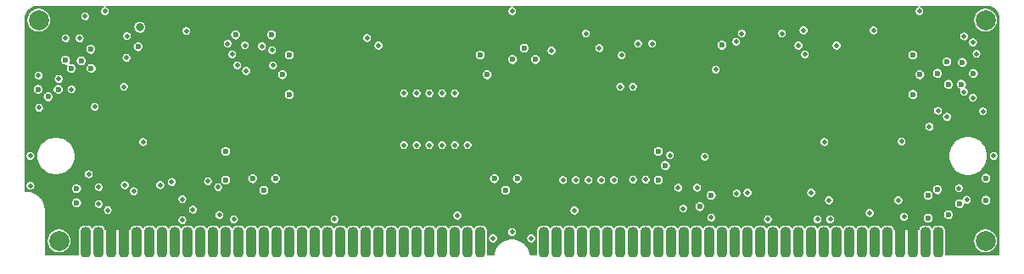
<source format=gbl>
G04 #@! TF.GenerationSoftware,KiCad,Pcbnew,(5.1.10-1-10_14)*
G04 #@! TF.CreationDate,2021-06-20T23:59:59-04:00*
G04 #@! TF.ProjectId,MacIIfxRAMSIMM,4d616349-4966-4785-9241-4d53494d4d2e,rev?*
G04 #@! TF.SameCoordinates,Original*
G04 #@! TF.FileFunction,Copper,L4,Bot*
G04 #@! TF.FilePolarity,Positive*
%FSLAX46Y46*%
G04 Gerber Fmt 4.6, Leading zero omitted, Abs format (unit mm)*
G04 Created by KiCad (PCBNEW (5.1.10-1-10_14)) date 2021-06-21 00:00:00*
%MOMM*%
%LPD*%
G01*
G04 APERTURE LIST*
G04 #@! TA.AperFunction,ComponentPad*
%ADD10C,2.000000*%
G04 #@! TD*
G04 #@! TA.AperFunction,ViaPad*
%ADD11C,0.600000*%
G04 #@! TD*
G04 #@! TA.AperFunction,ViaPad*
%ADD12C,0.500000*%
G04 #@! TD*
G04 #@! TA.AperFunction,ViaPad*
%ADD13C,0.508000*%
G04 #@! TD*
G04 #@! TA.AperFunction,ViaPad*
%ADD14C,0.800000*%
G04 #@! TD*
G04 #@! TA.AperFunction,Conductor*
%ADD15C,0.800000*%
G04 #@! TD*
G04 #@! TA.AperFunction,Conductor*
%ADD16C,0.154000*%
G04 #@! TD*
G04 #@! TA.AperFunction,Conductor*
%ADD17C,0.100000*%
G04 #@! TD*
G04 APERTURE END LIST*
D10*
X73406000Y-103886000D03*
X75438000Y-125984000D03*
X167894000Y-125984000D03*
X167894000Y-103886000D03*
G04 #@! TA.AperFunction,ComponentPad*
G36*
G01*
X77584300Y-127218440D02*
X77584300Y-125003560D01*
G75*
G02*
X78000860Y-124587000I416560J0D01*
G01*
X78209140Y-124587000D01*
G75*
G02*
X78625700Y-125003560I0J-416560D01*
G01*
X78625700Y-127218440D01*
G75*
G02*
X78209140Y-127635000I-416560J0D01*
G01*
X78000860Y-127635000D01*
G75*
G02*
X77584300Y-127218440I0J416560D01*
G01*
G37*
G04 #@! TD.AperFunction*
G04 #@! TA.AperFunction,ComponentPad*
G36*
G01*
X78854300Y-127218440D02*
X78854300Y-125003560D01*
G75*
G02*
X79270860Y-124587000I416560J0D01*
G01*
X79479140Y-124587000D01*
G75*
G02*
X79895700Y-125003560I0J-416560D01*
G01*
X79895700Y-127218440D01*
G75*
G02*
X79479140Y-127635000I-416560J0D01*
G01*
X79270860Y-127635000D01*
G75*
G02*
X78854300Y-127218440I0J416560D01*
G01*
G37*
G04 #@! TD.AperFunction*
G04 #@! TA.AperFunction,ComponentPad*
G36*
G01*
X80124300Y-127218440D02*
X80124300Y-125003560D01*
G75*
G02*
X80540860Y-124587000I416560J0D01*
G01*
X80749140Y-124587000D01*
G75*
G02*
X81165700Y-125003560I0J-416560D01*
G01*
X81165700Y-127218440D01*
G75*
G02*
X80749140Y-127635000I-416560J0D01*
G01*
X80540860Y-127635000D01*
G75*
G02*
X80124300Y-127218440I0J416560D01*
G01*
G37*
G04 #@! TD.AperFunction*
G04 #@! TA.AperFunction,ComponentPad*
G36*
G01*
X81394300Y-127218440D02*
X81394300Y-125003560D01*
G75*
G02*
X81810860Y-124587000I416560J0D01*
G01*
X82019140Y-124587000D01*
G75*
G02*
X82435700Y-125003560I0J-416560D01*
G01*
X82435700Y-127218440D01*
G75*
G02*
X82019140Y-127635000I-416560J0D01*
G01*
X81810860Y-127635000D01*
G75*
G02*
X81394300Y-127218440I0J416560D01*
G01*
G37*
G04 #@! TD.AperFunction*
G04 #@! TA.AperFunction,ComponentPad*
G36*
G01*
X82664300Y-127218440D02*
X82664300Y-125003560D01*
G75*
G02*
X83080860Y-124587000I416560J0D01*
G01*
X83289140Y-124587000D01*
G75*
G02*
X83705700Y-125003560I0J-416560D01*
G01*
X83705700Y-127218440D01*
G75*
G02*
X83289140Y-127635000I-416560J0D01*
G01*
X83080860Y-127635000D01*
G75*
G02*
X82664300Y-127218440I0J416560D01*
G01*
G37*
G04 #@! TD.AperFunction*
G04 #@! TA.AperFunction,ComponentPad*
G36*
G01*
X83934300Y-127218440D02*
X83934300Y-125003560D01*
G75*
G02*
X84350860Y-124587000I416560J0D01*
G01*
X84559140Y-124587000D01*
G75*
G02*
X84975700Y-125003560I0J-416560D01*
G01*
X84975700Y-127218440D01*
G75*
G02*
X84559140Y-127635000I-416560J0D01*
G01*
X84350860Y-127635000D01*
G75*
G02*
X83934300Y-127218440I0J416560D01*
G01*
G37*
G04 #@! TD.AperFunction*
G04 #@! TA.AperFunction,ComponentPad*
G36*
G01*
X85204300Y-127218440D02*
X85204300Y-125003560D01*
G75*
G02*
X85620860Y-124587000I416560J0D01*
G01*
X85829140Y-124587000D01*
G75*
G02*
X86245700Y-125003560I0J-416560D01*
G01*
X86245700Y-127218440D01*
G75*
G02*
X85829140Y-127635000I-416560J0D01*
G01*
X85620860Y-127635000D01*
G75*
G02*
X85204300Y-127218440I0J416560D01*
G01*
G37*
G04 #@! TD.AperFunction*
G04 #@! TA.AperFunction,ComponentPad*
G36*
G01*
X86474300Y-127218440D02*
X86474300Y-125003560D01*
G75*
G02*
X86890860Y-124587000I416560J0D01*
G01*
X87099140Y-124587000D01*
G75*
G02*
X87515700Y-125003560I0J-416560D01*
G01*
X87515700Y-127218440D01*
G75*
G02*
X87099140Y-127635000I-416560J0D01*
G01*
X86890860Y-127635000D01*
G75*
G02*
X86474300Y-127218440I0J416560D01*
G01*
G37*
G04 #@! TD.AperFunction*
G04 #@! TA.AperFunction,ComponentPad*
G36*
G01*
X87744300Y-127218440D02*
X87744300Y-125003560D01*
G75*
G02*
X88160860Y-124587000I416560J0D01*
G01*
X88369140Y-124587000D01*
G75*
G02*
X88785700Y-125003560I0J-416560D01*
G01*
X88785700Y-127218440D01*
G75*
G02*
X88369140Y-127635000I-416560J0D01*
G01*
X88160860Y-127635000D01*
G75*
G02*
X87744300Y-127218440I0J416560D01*
G01*
G37*
G04 #@! TD.AperFunction*
G04 #@! TA.AperFunction,ComponentPad*
G36*
G01*
X89014300Y-127218440D02*
X89014300Y-125003560D01*
G75*
G02*
X89430860Y-124587000I416560J0D01*
G01*
X89639140Y-124587000D01*
G75*
G02*
X90055700Y-125003560I0J-416560D01*
G01*
X90055700Y-127218440D01*
G75*
G02*
X89639140Y-127635000I-416560J0D01*
G01*
X89430860Y-127635000D01*
G75*
G02*
X89014300Y-127218440I0J416560D01*
G01*
G37*
G04 #@! TD.AperFunction*
G04 #@! TA.AperFunction,ComponentPad*
G36*
G01*
X90284300Y-127218440D02*
X90284300Y-125003560D01*
G75*
G02*
X90700860Y-124587000I416560J0D01*
G01*
X90909140Y-124587000D01*
G75*
G02*
X91325700Y-125003560I0J-416560D01*
G01*
X91325700Y-127218440D01*
G75*
G02*
X90909140Y-127635000I-416560J0D01*
G01*
X90700860Y-127635000D01*
G75*
G02*
X90284300Y-127218440I0J416560D01*
G01*
G37*
G04 #@! TD.AperFunction*
G04 #@! TA.AperFunction,ComponentPad*
G36*
G01*
X91554300Y-127218440D02*
X91554300Y-125003560D01*
G75*
G02*
X91970860Y-124587000I416560J0D01*
G01*
X92179140Y-124587000D01*
G75*
G02*
X92595700Y-125003560I0J-416560D01*
G01*
X92595700Y-127218440D01*
G75*
G02*
X92179140Y-127635000I-416560J0D01*
G01*
X91970860Y-127635000D01*
G75*
G02*
X91554300Y-127218440I0J416560D01*
G01*
G37*
G04 #@! TD.AperFunction*
G04 #@! TA.AperFunction,ComponentPad*
G36*
G01*
X92824300Y-127218440D02*
X92824300Y-125003560D01*
G75*
G02*
X93240860Y-124587000I416560J0D01*
G01*
X93449140Y-124587000D01*
G75*
G02*
X93865700Y-125003560I0J-416560D01*
G01*
X93865700Y-127218440D01*
G75*
G02*
X93449140Y-127635000I-416560J0D01*
G01*
X93240860Y-127635000D01*
G75*
G02*
X92824300Y-127218440I0J416560D01*
G01*
G37*
G04 #@! TD.AperFunction*
G04 #@! TA.AperFunction,ComponentPad*
G36*
G01*
X94094300Y-127218440D02*
X94094300Y-125003560D01*
G75*
G02*
X94510860Y-124587000I416560J0D01*
G01*
X94719140Y-124587000D01*
G75*
G02*
X95135700Y-125003560I0J-416560D01*
G01*
X95135700Y-127218440D01*
G75*
G02*
X94719140Y-127635000I-416560J0D01*
G01*
X94510860Y-127635000D01*
G75*
G02*
X94094300Y-127218440I0J416560D01*
G01*
G37*
G04 #@! TD.AperFunction*
G04 #@! TA.AperFunction,ComponentPad*
G36*
G01*
X95364300Y-127218440D02*
X95364300Y-125003560D01*
G75*
G02*
X95780860Y-124587000I416560J0D01*
G01*
X95989140Y-124587000D01*
G75*
G02*
X96405700Y-125003560I0J-416560D01*
G01*
X96405700Y-127218440D01*
G75*
G02*
X95989140Y-127635000I-416560J0D01*
G01*
X95780860Y-127635000D01*
G75*
G02*
X95364300Y-127218440I0J416560D01*
G01*
G37*
G04 #@! TD.AperFunction*
G04 #@! TA.AperFunction,ComponentPad*
G36*
G01*
X96634300Y-127218440D02*
X96634300Y-125003560D01*
G75*
G02*
X97050860Y-124587000I416560J0D01*
G01*
X97259140Y-124587000D01*
G75*
G02*
X97675700Y-125003560I0J-416560D01*
G01*
X97675700Y-127218440D01*
G75*
G02*
X97259140Y-127635000I-416560J0D01*
G01*
X97050860Y-127635000D01*
G75*
G02*
X96634300Y-127218440I0J416560D01*
G01*
G37*
G04 #@! TD.AperFunction*
G04 #@! TA.AperFunction,ComponentPad*
G36*
G01*
X97904300Y-127218440D02*
X97904300Y-125003560D01*
G75*
G02*
X98320860Y-124587000I416560J0D01*
G01*
X98529140Y-124587000D01*
G75*
G02*
X98945700Y-125003560I0J-416560D01*
G01*
X98945700Y-127218440D01*
G75*
G02*
X98529140Y-127635000I-416560J0D01*
G01*
X98320860Y-127635000D01*
G75*
G02*
X97904300Y-127218440I0J416560D01*
G01*
G37*
G04 #@! TD.AperFunction*
G04 #@! TA.AperFunction,ComponentPad*
G36*
G01*
X99174300Y-127218440D02*
X99174300Y-125003560D01*
G75*
G02*
X99590860Y-124587000I416560J0D01*
G01*
X99799140Y-124587000D01*
G75*
G02*
X100215700Y-125003560I0J-416560D01*
G01*
X100215700Y-127218440D01*
G75*
G02*
X99799140Y-127635000I-416560J0D01*
G01*
X99590860Y-127635000D01*
G75*
G02*
X99174300Y-127218440I0J416560D01*
G01*
G37*
G04 #@! TD.AperFunction*
G04 #@! TA.AperFunction,ComponentPad*
G36*
G01*
X100444300Y-127218440D02*
X100444300Y-125003560D01*
G75*
G02*
X100860860Y-124587000I416560J0D01*
G01*
X101069140Y-124587000D01*
G75*
G02*
X101485700Y-125003560I0J-416560D01*
G01*
X101485700Y-127218440D01*
G75*
G02*
X101069140Y-127635000I-416560J0D01*
G01*
X100860860Y-127635000D01*
G75*
G02*
X100444300Y-127218440I0J416560D01*
G01*
G37*
G04 #@! TD.AperFunction*
G04 #@! TA.AperFunction,ComponentPad*
G36*
G01*
X101714300Y-127218440D02*
X101714300Y-125003560D01*
G75*
G02*
X102130860Y-124587000I416560J0D01*
G01*
X102339140Y-124587000D01*
G75*
G02*
X102755700Y-125003560I0J-416560D01*
G01*
X102755700Y-127218440D01*
G75*
G02*
X102339140Y-127635000I-416560J0D01*
G01*
X102130860Y-127635000D01*
G75*
G02*
X101714300Y-127218440I0J416560D01*
G01*
G37*
G04 #@! TD.AperFunction*
G04 #@! TA.AperFunction,ComponentPad*
G36*
G01*
X102984300Y-127218440D02*
X102984300Y-125003560D01*
G75*
G02*
X103400860Y-124587000I416560J0D01*
G01*
X103609140Y-124587000D01*
G75*
G02*
X104025700Y-125003560I0J-416560D01*
G01*
X104025700Y-127218440D01*
G75*
G02*
X103609140Y-127635000I-416560J0D01*
G01*
X103400860Y-127635000D01*
G75*
G02*
X102984300Y-127218440I0J416560D01*
G01*
G37*
G04 #@! TD.AperFunction*
G04 #@! TA.AperFunction,ComponentPad*
G36*
G01*
X104254300Y-127218440D02*
X104254300Y-125003560D01*
G75*
G02*
X104670860Y-124587000I416560J0D01*
G01*
X104879140Y-124587000D01*
G75*
G02*
X105295700Y-125003560I0J-416560D01*
G01*
X105295700Y-127218440D01*
G75*
G02*
X104879140Y-127635000I-416560J0D01*
G01*
X104670860Y-127635000D01*
G75*
G02*
X104254300Y-127218440I0J416560D01*
G01*
G37*
G04 #@! TD.AperFunction*
G04 #@! TA.AperFunction,ComponentPad*
G36*
G01*
X105524300Y-127218440D02*
X105524300Y-125003560D01*
G75*
G02*
X105940860Y-124587000I416560J0D01*
G01*
X106149140Y-124587000D01*
G75*
G02*
X106565700Y-125003560I0J-416560D01*
G01*
X106565700Y-127218440D01*
G75*
G02*
X106149140Y-127635000I-416560J0D01*
G01*
X105940860Y-127635000D01*
G75*
G02*
X105524300Y-127218440I0J416560D01*
G01*
G37*
G04 #@! TD.AperFunction*
G04 #@! TA.AperFunction,ComponentPad*
G36*
G01*
X106794300Y-127218440D02*
X106794300Y-125003560D01*
G75*
G02*
X107210860Y-124587000I416560J0D01*
G01*
X107419140Y-124587000D01*
G75*
G02*
X107835700Y-125003560I0J-416560D01*
G01*
X107835700Y-127218440D01*
G75*
G02*
X107419140Y-127635000I-416560J0D01*
G01*
X107210860Y-127635000D01*
G75*
G02*
X106794300Y-127218440I0J416560D01*
G01*
G37*
G04 #@! TD.AperFunction*
G04 #@! TA.AperFunction,ComponentPad*
G36*
G01*
X108064300Y-127218440D02*
X108064300Y-125003560D01*
G75*
G02*
X108480860Y-124587000I416560J0D01*
G01*
X108689140Y-124587000D01*
G75*
G02*
X109105700Y-125003560I0J-416560D01*
G01*
X109105700Y-127218440D01*
G75*
G02*
X108689140Y-127635000I-416560J0D01*
G01*
X108480860Y-127635000D01*
G75*
G02*
X108064300Y-127218440I0J416560D01*
G01*
G37*
G04 #@! TD.AperFunction*
G04 #@! TA.AperFunction,ComponentPad*
G36*
G01*
X109334300Y-127218440D02*
X109334300Y-125003560D01*
G75*
G02*
X109750860Y-124587000I416560J0D01*
G01*
X109959140Y-124587000D01*
G75*
G02*
X110375700Y-125003560I0J-416560D01*
G01*
X110375700Y-127218440D01*
G75*
G02*
X109959140Y-127635000I-416560J0D01*
G01*
X109750860Y-127635000D01*
G75*
G02*
X109334300Y-127218440I0J416560D01*
G01*
G37*
G04 #@! TD.AperFunction*
G04 #@! TA.AperFunction,ComponentPad*
G36*
G01*
X110604300Y-127218440D02*
X110604300Y-125003560D01*
G75*
G02*
X111020860Y-124587000I416560J0D01*
G01*
X111229140Y-124587000D01*
G75*
G02*
X111645700Y-125003560I0J-416560D01*
G01*
X111645700Y-127218440D01*
G75*
G02*
X111229140Y-127635000I-416560J0D01*
G01*
X111020860Y-127635000D01*
G75*
G02*
X110604300Y-127218440I0J416560D01*
G01*
G37*
G04 #@! TD.AperFunction*
G04 #@! TA.AperFunction,ComponentPad*
G36*
G01*
X111874300Y-127218440D02*
X111874300Y-125003560D01*
G75*
G02*
X112290860Y-124587000I416560J0D01*
G01*
X112499140Y-124587000D01*
G75*
G02*
X112915700Y-125003560I0J-416560D01*
G01*
X112915700Y-127218440D01*
G75*
G02*
X112499140Y-127635000I-416560J0D01*
G01*
X112290860Y-127635000D01*
G75*
G02*
X111874300Y-127218440I0J416560D01*
G01*
G37*
G04 #@! TD.AperFunction*
G04 #@! TA.AperFunction,ComponentPad*
G36*
G01*
X113144300Y-127218440D02*
X113144300Y-125003560D01*
G75*
G02*
X113560860Y-124587000I416560J0D01*
G01*
X113769140Y-124587000D01*
G75*
G02*
X114185700Y-125003560I0J-416560D01*
G01*
X114185700Y-127218440D01*
G75*
G02*
X113769140Y-127635000I-416560J0D01*
G01*
X113560860Y-127635000D01*
G75*
G02*
X113144300Y-127218440I0J416560D01*
G01*
G37*
G04 #@! TD.AperFunction*
G04 #@! TA.AperFunction,ComponentPad*
G36*
G01*
X114414300Y-127218440D02*
X114414300Y-125003560D01*
G75*
G02*
X114830860Y-124587000I416560J0D01*
G01*
X115039140Y-124587000D01*
G75*
G02*
X115455700Y-125003560I0J-416560D01*
G01*
X115455700Y-127218440D01*
G75*
G02*
X115039140Y-127635000I-416560J0D01*
G01*
X114830860Y-127635000D01*
G75*
G02*
X114414300Y-127218440I0J416560D01*
G01*
G37*
G04 #@! TD.AperFunction*
G04 #@! TA.AperFunction,ComponentPad*
G36*
G01*
X115684300Y-127218440D02*
X115684300Y-125003560D01*
G75*
G02*
X116100860Y-124587000I416560J0D01*
G01*
X116309140Y-124587000D01*
G75*
G02*
X116725700Y-125003560I0J-416560D01*
G01*
X116725700Y-127218440D01*
G75*
G02*
X116309140Y-127635000I-416560J0D01*
G01*
X116100860Y-127635000D01*
G75*
G02*
X115684300Y-127218440I0J416560D01*
G01*
G37*
G04 #@! TD.AperFunction*
G04 #@! TA.AperFunction,ComponentPad*
G36*
G01*
X116954300Y-127218440D02*
X116954300Y-125003560D01*
G75*
G02*
X117370860Y-124587000I416560J0D01*
G01*
X117579140Y-124587000D01*
G75*
G02*
X117995700Y-125003560I0J-416560D01*
G01*
X117995700Y-127218440D01*
G75*
G02*
X117579140Y-127635000I-416560J0D01*
G01*
X117370860Y-127635000D01*
G75*
G02*
X116954300Y-127218440I0J416560D01*
G01*
G37*
G04 #@! TD.AperFunction*
G04 #@! TA.AperFunction,ComponentPad*
G36*
G01*
X123304300Y-127218440D02*
X123304300Y-125003560D01*
G75*
G02*
X123720860Y-124587000I416560J0D01*
G01*
X123929140Y-124587000D01*
G75*
G02*
X124345700Y-125003560I0J-416560D01*
G01*
X124345700Y-127218440D01*
G75*
G02*
X123929140Y-127635000I-416560J0D01*
G01*
X123720860Y-127635000D01*
G75*
G02*
X123304300Y-127218440I0J416560D01*
G01*
G37*
G04 #@! TD.AperFunction*
G04 #@! TA.AperFunction,ComponentPad*
G36*
G01*
X124574300Y-127218440D02*
X124574300Y-125003560D01*
G75*
G02*
X124990860Y-124587000I416560J0D01*
G01*
X125199140Y-124587000D01*
G75*
G02*
X125615700Y-125003560I0J-416560D01*
G01*
X125615700Y-127218440D01*
G75*
G02*
X125199140Y-127635000I-416560J0D01*
G01*
X124990860Y-127635000D01*
G75*
G02*
X124574300Y-127218440I0J416560D01*
G01*
G37*
G04 #@! TD.AperFunction*
G04 #@! TA.AperFunction,ComponentPad*
G36*
G01*
X125844300Y-127218440D02*
X125844300Y-125003560D01*
G75*
G02*
X126260860Y-124587000I416560J0D01*
G01*
X126469140Y-124587000D01*
G75*
G02*
X126885700Y-125003560I0J-416560D01*
G01*
X126885700Y-127218440D01*
G75*
G02*
X126469140Y-127635000I-416560J0D01*
G01*
X126260860Y-127635000D01*
G75*
G02*
X125844300Y-127218440I0J416560D01*
G01*
G37*
G04 #@! TD.AperFunction*
G04 #@! TA.AperFunction,ComponentPad*
G36*
G01*
X127114300Y-127218440D02*
X127114300Y-125003560D01*
G75*
G02*
X127530860Y-124587000I416560J0D01*
G01*
X127739140Y-124587000D01*
G75*
G02*
X128155700Y-125003560I0J-416560D01*
G01*
X128155700Y-127218440D01*
G75*
G02*
X127739140Y-127635000I-416560J0D01*
G01*
X127530860Y-127635000D01*
G75*
G02*
X127114300Y-127218440I0J416560D01*
G01*
G37*
G04 #@! TD.AperFunction*
G04 #@! TA.AperFunction,ComponentPad*
G36*
G01*
X128384300Y-127218440D02*
X128384300Y-125003560D01*
G75*
G02*
X128800860Y-124587000I416560J0D01*
G01*
X129009140Y-124587000D01*
G75*
G02*
X129425700Y-125003560I0J-416560D01*
G01*
X129425700Y-127218440D01*
G75*
G02*
X129009140Y-127635000I-416560J0D01*
G01*
X128800860Y-127635000D01*
G75*
G02*
X128384300Y-127218440I0J416560D01*
G01*
G37*
G04 #@! TD.AperFunction*
G04 #@! TA.AperFunction,ComponentPad*
G36*
G01*
X129654300Y-127218440D02*
X129654300Y-125003560D01*
G75*
G02*
X130070860Y-124587000I416560J0D01*
G01*
X130279140Y-124587000D01*
G75*
G02*
X130695700Y-125003560I0J-416560D01*
G01*
X130695700Y-127218440D01*
G75*
G02*
X130279140Y-127635000I-416560J0D01*
G01*
X130070860Y-127635000D01*
G75*
G02*
X129654300Y-127218440I0J416560D01*
G01*
G37*
G04 #@! TD.AperFunction*
G04 #@! TA.AperFunction,ComponentPad*
G36*
G01*
X130924300Y-127218440D02*
X130924300Y-125003560D01*
G75*
G02*
X131340860Y-124587000I416560J0D01*
G01*
X131549140Y-124587000D01*
G75*
G02*
X131965700Y-125003560I0J-416560D01*
G01*
X131965700Y-127218440D01*
G75*
G02*
X131549140Y-127635000I-416560J0D01*
G01*
X131340860Y-127635000D01*
G75*
G02*
X130924300Y-127218440I0J416560D01*
G01*
G37*
G04 #@! TD.AperFunction*
G04 #@! TA.AperFunction,ComponentPad*
G36*
G01*
X132194300Y-127218440D02*
X132194300Y-125003560D01*
G75*
G02*
X132610860Y-124587000I416560J0D01*
G01*
X132819140Y-124587000D01*
G75*
G02*
X133235700Y-125003560I0J-416560D01*
G01*
X133235700Y-127218440D01*
G75*
G02*
X132819140Y-127635000I-416560J0D01*
G01*
X132610860Y-127635000D01*
G75*
G02*
X132194300Y-127218440I0J416560D01*
G01*
G37*
G04 #@! TD.AperFunction*
G04 #@! TA.AperFunction,ComponentPad*
G36*
G01*
X133464300Y-127218440D02*
X133464300Y-125003560D01*
G75*
G02*
X133880860Y-124587000I416560J0D01*
G01*
X134089140Y-124587000D01*
G75*
G02*
X134505700Y-125003560I0J-416560D01*
G01*
X134505700Y-127218440D01*
G75*
G02*
X134089140Y-127635000I-416560J0D01*
G01*
X133880860Y-127635000D01*
G75*
G02*
X133464300Y-127218440I0J416560D01*
G01*
G37*
G04 #@! TD.AperFunction*
G04 #@! TA.AperFunction,ComponentPad*
G36*
G01*
X134734300Y-127218440D02*
X134734300Y-125003560D01*
G75*
G02*
X135150860Y-124587000I416560J0D01*
G01*
X135359140Y-124587000D01*
G75*
G02*
X135775700Y-125003560I0J-416560D01*
G01*
X135775700Y-127218440D01*
G75*
G02*
X135359140Y-127635000I-416560J0D01*
G01*
X135150860Y-127635000D01*
G75*
G02*
X134734300Y-127218440I0J416560D01*
G01*
G37*
G04 #@! TD.AperFunction*
G04 #@! TA.AperFunction,ComponentPad*
G36*
G01*
X136004300Y-127218440D02*
X136004300Y-125003560D01*
G75*
G02*
X136420860Y-124587000I416560J0D01*
G01*
X136629140Y-124587000D01*
G75*
G02*
X137045700Y-125003560I0J-416560D01*
G01*
X137045700Y-127218440D01*
G75*
G02*
X136629140Y-127635000I-416560J0D01*
G01*
X136420860Y-127635000D01*
G75*
G02*
X136004300Y-127218440I0J416560D01*
G01*
G37*
G04 #@! TD.AperFunction*
G04 #@! TA.AperFunction,ComponentPad*
G36*
G01*
X137274300Y-127218440D02*
X137274300Y-125003560D01*
G75*
G02*
X137690860Y-124587000I416560J0D01*
G01*
X137899140Y-124587000D01*
G75*
G02*
X138315700Y-125003560I0J-416560D01*
G01*
X138315700Y-127218440D01*
G75*
G02*
X137899140Y-127635000I-416560J0D01*
G01*
X137690860Y-127635000D01*
G75*
G02*
X137274300Y-127218440I0J416560D01*
G01*
G37*
G04 #@! TD.AperFunction*
G04 #@! TA.AperFunction,ComponentPad*
G36*
G01*
X138544300Y-127218440D02*
X138544300Y-125003560D01*
G75*
G02*
X138960860Y-124587000I416560J0D01*
G01*
X139169140Y-124587000D01*
G75*
G02*
X139585700Y-125003560I0J-416560D01*
G01*
X139585700Y-127218440D01*
G75*
G02*
X139169140Y-127635000I-416560J0D01*
G01*
X138960860Y-127635000D01*
G75*
G02*
X138544300Y-127218440I0J416560D01*
G01*
G37*
G04 #@! TD.AperFunction*
G04 #@! TA.AperFunction,ComponentPad*
G36*
G01*
X139814300Y-127218440D02*
X139814300Y-125003560D01*
G75*
G02*
X140230860Y-124587000I416560J0D01*
G01*
X140439140Y-124587000D01*
G75*
G02*
X140855700Y-125003560I0J-416560D01*
G01*
X140855700Y-127218440D01*
G75*
G02*
X140439140Y-127635000I-416560J0D01*
G01*
X140230860Y-127635000D01*
G75*
G02*
X139814300Y-127218440I0J416560D01*
G01*
G37*
G04 #@! TD.AperFunction*
G04 #@! TA.AperFunction,ComponentPad*
G36*
G01*
X141084300Y-127218440D02*
X141084300Y-125003560D01*
G75*
G02*
X141500860Y-124587000I416560J0D01*
G01*
X141709140Y-124587000D01*
G75*
G02*
X142125700Y-125003560I0J-416560D01*
G01*
X142125700Y-127218440D01*
G75*
G02*
X141709140Y-127635000I-416560J0D01*
G01*
X141500860Y-127635000D01*
G75*
G02*
X141084300Y-127218440I0J416560D01*
G01*
G37*
G04 #@! TD.AperFunction*
G04 #@! TA.AperFunction,ComponentPad*
G36*
G01*
X142354300Y-127218440D02*
X142354300Y-125003560D01*
G75*
G02*
X142770860Y-124587000I416560J0D01*
G01*
X142979140Y-124587000D01*
G75*
G02*
X143395700Y-125003560I0J-416560D01*
G01*
X143395700Y-127218440D01*
G75*
G02*
X142979140Y-127635000I-416560J0D01*
G01*
X142770860Y-127635000D01*
G75*
G02*
X142354300Y-127218440I0J416560D01*
G01*
G37*
G04 #@! TD.AperFunction*
G04 #@! TA.AperFunction,ComponentPad*
G36*
G01*
X143624300Y-127218440D02*
X143624300Y-125003560D01*
G75*
G02*
X144040860Y-124587000I416560J0D01*
G01*
X144249140Y-124587000D01*
G75*
G02*
X144665700Y-125003560I0J-416560D01*
G01*
X144665700Y-127218440D01*
G75*
G02*
X144249140Y-127635000I-416560J0D01*
G01*
X144040860Y-127635000D01*
G75*
G02*
X143624300Y-127218440I0J416560D01*
G01*
G37*
G04 #@! TD.AperFunction*
G04 #@! TA.AperFunction,ComponentPad*
G36*
G01*
X144894300Y-127218440D02*
X144894300Y-125003560D01*
G75*
G02*
X145310860Y-124587000I416560J0D01*
G01*
X145519140Y-124587000D01*
G75*
G02*
X145935700Y-125003560I0J-416560D01*
G01*
X145935700Y-127218440D01*
G75*
G02*
X145519140Y-127635000I-416560J0D01*
G01*
X145310860Y-127635000D01*
G75*
G02*
X144894300Y-127218440I0J416560D01*
G01*
G37*
G04 #@! TD.AperFunction*
G04 #@! TA.AperFunction,ComponentPad*
G36*
G01*
X146164300Y-127218440D02*
X146164300Y-125003560D01*
G75*
G02*
X146580860Y-124587000I416560J0D01*
G01*
X146789140Y-124587000D01*
G75*
G02*
X147205700Y-125003560I0J-416560D01*
G01*
X147205700Y-127218440D01*
G75*
G02*
X146789140Y-127635000I-416560J0D01*
G01*
X146580860Y-127635000D01*
G75*
G02*
X146164300Y-127218440I0J416560D01*
G01*
G37*
G04 #@! TD.AperFunction*
G04 #@! TA.AperFunction,ComponentPad*
G36*
G01*
X147434300Y-127218440D02*
X147434300Y-125003560D01*
G75*
G02*
X147850860Y-124587000I416560J0D01*
G01*
X148059140Y-124587000D01*
G75*
G02*
X148475700Y-125003560I0J-416560D01*
G01*
X148475700Y-127218440D01*
G75*
G02*
X148059140Y-127635000I-416560J0D01*
G01*
X147850860Y-127635000D01*
G75*
G02*
X147434300Y-127218440I0J416560D01*
G01*
G37*
G04 #@! TD.AperFunction*
G04 #@! TA.AperFunction,ComponentPad*
G36*
G01*
X148704300Y-127218440D02*
X148704300Y-125003560D01*
G75*
G02*
X149120860Y-124587000I416560J0D01*
G01*
X149329140Y-124587000D01*
G75*
G02*
X149745700Y-125003560I0J-416560D01*
G01*
X149745700Y-127218440D01*
G75*
G02*
X149329140Y-127635000I-416560J0D01*
G01*
X149120860Y-127635000D01*
G75*
G02*
X148704300Y-127218440I0J416560D01*
G01*
G37*
G04 #@! TD.AperFunction*
G04 #@! TA.AperFunction,ComponentPad*
G36*
G01*
X149974300Y-127218440D02*
X149974300Y-125003560D01*
G75*
G02*
X150390860Y-124587000I416560J0D01*
G01*
X150599140Y-124587000D01*
G75*
G02*
X151015700Y-125003560I0J-416560D01*
G01*
X151015700Y-127218440D01*
G75*
G02*
X150599140Y-127635000I-416560J0D01*
G01*
X150390860Y-127635000D01*
G75*
G02*
X149974300Y-127218440I0J416560D01*
G01*
G37*
G04 #@! TD.AperFunction*
G04 #@! TA.AperFunction,ComponentPad*
G36*
G01*
X151244300Y-127218440D02*
X151244300Y-125003560D01*
G75*
G02*
X151660860Y-124587000I416560J0D01*
G01*
X151869140Y-124587000D01*
G75*
G02*
X152285700Y-125003560I0J-416560D01*
G01*
X152285700Y-127218440D01*
G75*
G02*
X151869140Y-127635000I-416560J0D01*
G01*
X151660860Y-127635000D01*
G75*
G02*
X151244300Y-127218440I0J416560D01*
G01*
G37*
G04 #@! TD.AperFunction*
G04 #@! TA.AperFunction,ComponentPad*
G36*
G01*
X152514300Y-127218440D02*
X152514300Y-125003560D01*
G75*
G02*
X152930860Y-124587000I416560J0D01*
G01*
X153139140Y-124587000D01*
G75*
G02*
X153555700Y-125003560I0J-416560D01*
G01*
X153555700Y-127218440D01*
G75*
G02*
X153139140Y-127635000I-416560J0D01*
G01*
X152930860Y-127635000D01*
G75*
G02*
X152514300Y-127218440I0J416560D01*
G01*
G37*
G04 #@! TD.AperFunction*
G04 #@! TA.AperFunction,ComponentPad*
G36*
G01*
X153784300Y-127218440D02*
X153784300Y-125003560D01*
G75*
G02*
X154200860Y-124587000I416560J0D01*
G01*
X154409140Y-124587000D01*
G75*
G02*
X154825700Y-125003560I0J-416560D01*
G01*
X154825700Y-127218440D01*
G75*
G02*
X154409140Y-127635000I-416560J0D01*
G01*
X154200860Y-127635000D01*
G75*
G02*
X153784300Y-127218440I0J416560D01*
G01*
G37*
G04 #@! TD.AperFunction*
G04 #@! TA.AperFunction,ComponentPad*
G36*
G01*
X155054300Y-127218440D02*
X155054300Y-125003560D01*
G75*
G02*
X155470860Y-124587000I416560J0D01*
G01*
X155679140Y-124587000D01*
G75*
G02*
X156095700Y-125003560I0J-416560D01*
G01*
X156095700Y-127218440D01*
G75*
G02*
X155679140Y-127635000I-416560J0D01*
G01*
X155470860Y-127635000D01*
G75*
G02*
X155054300Y-127218440I0J416560D01*
G01*
G37*
G04 #@! TD.AperFunction*
G04 #@! TA.AperFunction,ComponentPad*
G36*
G01*
X156324300Y-127218440D02*
X156324300Y-125003560D01*
G75*
G02*
X156740860Y-124587000I416560J0D01*
G01*
X156949140Y-124587000D01*
G75*
G02*
X157365700Y-125003560I0J-416560D01*
G01*
X157365700Y-127218440D01*
G75*
G02*
X156949140Y-127635000I-416560J0D01*
G01*
X156740860Y-127635000D01*
G75*
G02*
X156324300Y-127218440I0J416560D01*
G01*
G37*
G04 #@! TD.AperFunction*
G04 #@! TA.AperFunction,ComponentPad*
G36*
G01*
X157594300Y-127218440D02*
X157594300Y-125003560D01*
G75*
G02*
X158010860Y-124587000I416560J0D01*
G01*
X158219140Y-124587000D01*
G75*
G02*
X158635700Y-125003560I0J-416560D01*
G01*
X158635700Y-127218440D01*
G75*
G02*
X158219140Y-127635000I-416560J0D01*
G01*
X158010860Y-127635000D01*
G75*
G02*
X157594300Y-127218440I0J416560D01*
G01*
G37*
G04 #@! TD.AperFunction*
G04 #@! TA.AperFunction,ComponentPad*
G36*
G01*
X158864300Y-127218440D02*
X158864300Y-125003560D01*
G75*
G02*
X159280860Y-124587000I416560J0D01*
G01*
X159489140Y-124587000D01*
G75*
G02*
X159905700Y-125003560I0J-416560D01*
G01*
X159905700Y-127218440D01*
G75*
G02*
X159489140Y-127635000I-416560J0D01*
G01*
X159280860Y-127635000D01*
G75*
G02*
X158864300Y-127218440I0J416560D01*
G01*
G37*
G04 #@! TD.AperFunction*
G04 #@! TA.AperFunction,ComponentPad*
G36*
G01*
X160134300Y-127218440D02*
X160134300Y-125003560D01*
G75*
G02*
X160550860Y-124587000I416560J0D01*
G01*
X160759140Y-124587000D01*
G75*
G02*
X161175700Y-125003560I0J-416560D01*
G01*
X161175700Y-127218440D01*
G75*
G02*
X160759140Y-127635000I-416560J0D01*
G01*
X160550860Y-127635000D01*
G75*
G02*
X160134300Y-127218440I0J416560D01*
G01*
G37*
G04 #@! TD.AperFunction*
G04 #@! TA.AperFunction,ComponentPad*
G36*
G01*
X161404300Y-127218440D02*
X161404300Y-125003560D01*
G75*
G02*
X161820860Y-124587000I416560J0D01*
G01*
X162029140Y-124587000D01*
G75*
G02*
X162445700Y-125003560I0J-416560D01*
G01*
X162445700Y-127218440D01*
G75*
G02*
X162029140Y-127635000I-416560J0D01*
G01*
X161820860Y-127635000D01*
G75*
G02*
X161404300Y-127218440I0J416560D01*
G01*
G37*
G04 #@! TD.AperFunction*
G04 #@! TA.AperFunction,ComponentPad*
G36*
G01*
X162674300Y-127218440D02*
X162674300Y-125003560D01*
G75*
G02*
X163090860Y-124587000I416560J0D01*
G01*
X163299140Y-124587000D01*
G75*
G02*
X163715700Y-125003560I0J-416560D01*
G01*
X163715700Y-127218440D01*
G75*
G02*
X163299140Y-127635000I-416560J0D01*
G01*
X163090860Y-127635000D01*
G75*
G02*
X162674300Y-127218440I0J416560D01*
G01*
G37*
G04 #@! TD.AperFunction*
D11*
X123825000Y-107696000D03*
X123126500Y-109156500D03*
D12*
X123825000Y-110553500D03*
D11*
X120777000Y-109156500D03*
X121856500Y-110236000D03*
X80645000Y-107696000D03*
X80645000Y-110553500D03*
X143002000Y-122555000D03*
X159702500Y-122555000D03*
X160845500Y-123698000D03*
D12*
X86350000Y-121800000D03*
X86350000Y-123900000D03*
X141922500Y-123634500D03*
X79756000Y-106553000D03*
D11*
X79946500Y-109156500D03*
X167000000Y-124000000D03*
X167800000Y-122900000D03*
X166200000Y-122900000D03*
X160655000Y-116268500D03*
X161353500Y-118237000D03*
X160655000Y-120205500D03*
X160655000Y-121412000D03*
X140906500Y-118237000D03*
X141605000Y-120205500D03*
X117475000Y-120205500D03*
X120015000Y-117284500D03*
X121158000Y-118427500D03*
X118173500Y-118237000D03*
X98425000Y-116268500D03*
X98425000Y-120205500D03*
X97726500Y-118237000D03*
X94742000Y-118427500D03*
D12*
X150495000Y-121158000D03*
X162300000Y-114550000D03*
D13*
X72580500Y-117475000D03*
X72580500Y-120459500D03*
X168719500Y-117475000D03*
X120650000Y-125095000D03*
X118745000Y-125730000D03*
X122555000Y-125730000D03*
D11*
X141600000Y-106385000D03*
D12*
X140970000Y-108839000D03*
D11*
X120713500Y-107823000D03*
X121856500Y-106680000D03*
X135255000Y-117030500D03*
X135255000Y-119888000D03*
X135953500Y-118427500D03*
X92075000Y-117030500D03*
X92075000Y-119888000D03*
D12*
X82169000Y-107632500D03*
D11*
X83312000Y-106553000D03*
X139382500Y-122555000D03*
X162179000Y-123698000D03*
X162179000Y-121412000D03*
D12*
X91313000Y-120586500D03*
D13*
X85534500Y-120396000D03*
X86677500Y-120078500D03*
X102933500Y-123825000D03*
X92900500Y-123825000D03*
D12*
X90297000Y-120015000D03*
X87750000Y-121800000D03*
X87750000Y-123900000D03*
X88800000Y-122850000D03*
D11*
X77200000Y-120750000D03*
D12*
X79400000Y-120600000D03*
X82900000Y-121000000D03*
X82000000Y-120400000D03*
D11*
X140525500Y-121412000D03*
D12*
X140525500Y-123634500D03*
X137731500Y-122745500D03*
D11*
X76100000Y-107900000D03*
D12*
X76100000Y-105700000D03*
D11*
X75350000Y-110800000D03*
X73350000Y-110800000D03*
X74350000Y-111550000D03*
D12*
X79000000Y-112550000D03*
D11*
X165600000Y-108100000D03*
X165500000Y-110300000D03*
X166700000Y-109200000D03*
D12*
X163150000Y-112950000D03*
X164050000Y-113550000D03*
X166650000Y-106100000D03*
X165750000Y-105500000D03*
X143002000Y-106045000D03*
X80010000Y-102997000D03*
X82232500Y-105473500D03*
D13*
X91440000Y-123380500D03*
D12*
X143573500Y-105219500D03*
X161290000Y-102997000D03*
X93218000Y-108394500D03*
X94107000Y-108966000D03*
D11*
X93050000Y-105350000D03*
D12*
X94000000Y-106400000D03*
X167650000Y-113000000D03*
D11*
X164200000Y-123350000D03*
X165300000Y-122250000D03*
X167950000Y-121900000D03*
X167950000Y-119700000D03*
D12*
X167000000Y-107250000D03*
X156718000Y-104902000D03*
D13*
X152273000Y-121920000D03*
X159194500Y-121920000D03*
X152400000Y-123825000D03*
X159766000Y-123571000D03*
X151130000Y-123825000D03*
D12*
X126873000Y-122936000D03*
X124587000Y-106934000D03*
D11*
X122999500Y-107823000D03*
D12*
X147574000Y-105219500D03*
X131572000Y-107378500D03*
X129349500Y-106680000D03*
X133223000Y-106235500D03*
X128016000Y-105219500D03*
X125730000Y-119888000D03*
X127000000Y-119888000D03*
X128270000Y-119888000D03*
X129540000Y-119888000D03*
X130810000Y-119888000D03*
X115189000Y-123444000D03*
X156337000Y-123190000D03*
X146177000Y-123825000D03*
X120650000Y-102997000D03*
X134620000Y-106235500D03*
X149860000Y-107315000D03*
D11*
X117475000Y-107378500D03*
X118173500Y-109347000D03*
X98425000Y-107378500D03*
X97726500Y-109347000D03*
X98425000Y-111315500D03*
X160655000Y-107378500D03*
X161353500Y-109347000D03*
X160655000Y-111315500D03*
X121158000Y-119761000D03*
X118872000Y-119761000D03*
X120015000Y-120904000D03*
X94742000Y-119761000D03*
X97028000Y-119761000D03*
X95885000Y-120904000D03*
D12*
X159512000Y-116014500D03*
X151828500Y-116078000D03*
X153035000Y-106426000D03*
X132715000Y-119824500D03*
X109855000Y-116395500D03*
X111125000Y-116395500D03*
X112395000Y-116395500D03*
X113665000Y-116395500D03*
X114935000Y-116395500D03*
X116205000Y-116395500D03*
X109855000Y-111188500D03*
X111125000Y-111188500D03*
X88138000Y-104965500D03*
X107315000Y-106426000D03*
X112395000Y-111188500D03*
X113665000Y-111188500D03*
X114935000Y-111188500D03*
X79400000Y-122300000D03*
X80300000Y-122900000D03*
D11*
X77200000Y-122150000D03*
X77650000Y-107950000D03*
X78600000Y-106800000D03*
D12*
X77500000Y-105700000D03*
D11*
X78650000Y-108700000D03*
X76650000Y-108700000D03*
X164050000Y-108050000D03*
X164200000Y-110300000D03*
X163100000Y-109200000D03*
D12*
X166650000Y-111650000D03*
X165750000Y-111050000D03*
X96710500Y-106870500D03*
X95700000Y-106500000D03*
D11*
X96650000Y-105350000D03*
D14*
X83502500Y-104584500D03*
D11*
X163100000Y-120850000D03*
D12*
X165250000Y-120700000D03*
X166050000Y-121850000D03*
X133985000Y-119824500D03*
X149733000Y-104902000D03*
X106172000Y-105664000D03*
X132715000Y-110553500D03*
X137223500Y-120650000D03*
X131445000Y-110553500D03*
X136398000Y-117411500D03*
X76700000Y-110800000D03*
X83820000Y-116078000D03*
X81915000Y-110553500D03*
X75400000Y-109750000D03*
X73400000Y-109425000D03*
X78050000Y-103500000D03*
X139890500Y-117538500D03*
X144145000Y-121158000D03*
X143065500Y-121221500D03*
X139128500Y-120650000D03*
X73450000Y-112650000D03*
X78400000Y-119300000D03*
X92710000Y-107315000D03*
X149225000Y-106426000D03*
X96800000Y-108400000D03*
X92265500Y-106235500D03*
D15*
X80645000Y-125095000D02*
X80645000Y-124396500D01*
X81915000Y-125095000D02*
X81915000Y-124396500D01*
X160655000Y-123888500D02*
X160845500Y-123698000D01*
X160655000Y-125095000D02*
X160655000Y-123888500D01*
X159385000Y-125095000D02*
X159385000Y-124396500D01*
D16*
X79782161Y-102570744D02*
X79703381Y-102623383D01*
X79636383Y-102690381D01*
X79583744Y-102769161D01*
X79547485Y-102856698D01*
X79529000Y-102949626D01*
X79529000Y-103044374D01*
X79547485Y-103137302D01*
X79583744Y-103224839D01*
X79636383Y-103303619D01*
X79703381Y-103370617D01*
X79782161Y-103423256D01*
X79869698Y-103459515D01*
X79962626Y-103478000D01*
X80057374Y-103478000D01*
X80150302Y-103459515D01*
X80237839Y-103423256D01*
X80316619Y-103370617D01*
X80383617Y-103303619D01*
X80436256Y-103224839D01*
X80472515Y-103137302D01*
X80491000Y-103044374D01*
X80491000Y-102949626D01*
X80472515Y-102856698D01*
X80436256Y-102769161D01*
X80383617Y-102690381D01*
X80316619Y-102623383D01*
X80237839Y-102570744D01*
X80166031Y-102541000D01*
X120493969Y-102541000D01*
X120422161Y-102570744D01*
X120343381Y-102623383D01*
X120276383Y-102690381D01*
X120223744Y-102769161D01*
X120187485Y-102856698D01*
X120169000Y-102949626D01*
X120169000Y-103044374D01*
X120187485Y-103137302D01*
X120223744Y-103224839D01*
X120276383Y-103303619D01*
X120343381Y-103370617D01*
X120422161Y-103423256D01*
X120509698Y-103459515D01*
X120602626Y-103478000D01*
X120697374Y-103478000D01*
X120790302Y-103459515D01*
X120877839Y-103423256D01*
X120956619Y-103370617D01*
X121023617Y-103303619D01*
X121076256Y-103224839D01*
X121112515Y-103137302D01*
X121131000Y-103044374D01*
X121131000Y-102949626D01*
X121112515Y-102856698D01*
X121076256Y-102769161D01*
X121023617Y-102690381D01*
X120956619Y-102623383D01*
X120877839Y-102570744D01*
X120806031Y-102541000D01*
X161133969Y-102541000D01*
X161062161Y-102570744D01*
X160983381Y-102623383D01*
X160916383Y-102690381D01*
X160863744Y-102769161D01*
X160827485Y-102856698D01*
X160809000Y-102949626D01*
X160809000Y-103044374D01*
X160827485Y-103137302D01*
X160863744Y-103224839D01*
X160916383Y-103303619D01*
X160983381Y-103370617D01*
X161062161Y-103423256D01*
X161149698Y-103459515D01*
X161242626Y-103478000D01*
X161337374Y-103478000D01*
X161430302Y-103459515D01*
X161517839Y-103423256D01*
X161596619Y-103370617D01*
X161663617Y-103303619D01*
X161716256Y-103224839D01*
X161752515Y-103137302D01*
X161771000Y-103044374D01*
X161771000Y-102949626D01*
X161752515Y-102856698D01*
X161716256Y-102769161D01*
X161663617Y-102690381D01*
X161596619Y-102623383D01*
X161517839Y-102570744D01*
X161446031Y-102541000D01*
X168006030Y-102541000D01*
X168257293Y-102565636D01*
X168484586Y-102634261D01*
X168694219Y-102745724D01*
X168878213Y-102895785D01*
X169029552Y-103078725D01*
X169142477Y-103287577D01*
X169212685Y-103514381D01*
X169239001Y-103764757D01*
X169239000Y-127329000D01*
X163936928Y-127329000D01*
X163947817Y-127218440D01*
X163947817Y-125862757D01*
X166663000Y-125862757D01*
X166663000Y-126105243D01*
X166710307Y-126343069D01*
X166803102Y-126567097D01*
X166937820Y-126768717D01*
X167109283Y-126940180D01*
X167310903Y-127074898D01*
X167534931Y-127167693D01*
X167772757Y-127215000D01*
X168015243Y-127215000D01*
X168253069Y-127167693D01*
X168477097Y-127074898D01*
X168678717Y-126940180D01*
X168850180Y-126768717D01*
X168984898Y-126567097D01*
X169077693Y-126343069D01*
X169125000Y-126105243D01*
X169125000Y-125862757D01*
X169077693Y-125624931D01*
X168984898Y-125400903D01*
X168850180Y-125199283D01*
X168678717Y-125027820D01*
X168477097Y-124893102D01*
X168253069Y-124800307D01*
X168015243Y-124753000D01*
X167772757Y-124753000D01*
X167534931Y-124800307D01*
X167310903Y-124893102D01*
X167109283Y-125027820D01*
X166937820Y-125199283D01*
X166803102Y-125400903D01*
X166710307Y-125624931D01*
X166663000Y-125862757D01*
X163947817Y-125862757D01*
X163947817Y-125003560D01*
X163935353Y-124877009D01*
X163898439Y-124755322D01*
X163838495Y-124643174D01*
X163757824Y-124544876D01*
X163659526Y-124464205D01*
X163547378Y-124404261D01*
X163425691Y-124367347D01*
X163299140Y-124354883D01*
X163090860Y-124354883D01*
X162964309Y-124367347D01*
X162842622Y-124404261D01*
X162730474Y-124464205D01*
X162632176Y-124544876D01*
X162560000Y-124632823D01*
X162487824Y-124544876D01*
X162389526Y-124464205D01*
X162277378Y-124404261D01*
X162155691Y-124367347D01*
X162029140Y-124354883D01*
X161820860Y-124354883D01*
X161694309Y-124367347D01*
X161572622Y-124404261D01*
X161460474Y-124464205D01*
X161362176Y-124544876D01*
X161281505Y-124643174D01*
X161221561Y-124755322D01*
X161218929Y-124764000D01*
X158821071Y-124764000D01*
X158818439Y-124755322D01*
X158758495Y-124643174D01*
X158677824Y-124544876D01*
X158579526Y-124464205D01*
X158467378Y-124404261D01*
X158345691Y-124367347D01*
X158219140Y-124354883D01*
X158010860Y-124354883D01*
X157884309Y-124367347D01*
X157762622Y-124404261D01*
X157650474Y-124464205D01*
X157552176Y-124544876D01*
X157480000Y-124632823D01*
X157407824Y-124544876D01*
X157309526Y-124464205D01*
X157197378Y-124404261D01*
X157075691Y-124367347D01*
X156949140Y-124354883D01*
X156740860Y-124354883D01*
X156614309Y-124367347D01*
X156492622Y-124404261D01*
X156380474Y-124464205D01*
X156282176Y-124544876D01*
X156210000Y-124632823D01*
X156137824Y-124544876D01*
X156039526Y-124464205D01*
X155927378Y-124404261D01*
X155805691Y-124367347D01*
X155679140Y-124354883D01*
X155470860Y-124354883D01*
X155344309Y-124367347D01*
X155222622Y-124404261D01*
X155110474Y-124464205D01*
X155012176Y-124544876D01*
X154940000Y-124632823D01*
X154867824Y-124544876D01*
X154769526Y-124464205D01*
X154657378Y-124404261D01*
X154535691Y-124367347D01*
X154409140Y-124354883D01*
X154200860Y-124354883D01*
X154074309Y-124367347D01*
X153952622Y-124404261D01*
X153840474Y-124464205D01*
X153742176Y-124544876D01*
X153670000Y-124632823D01*
X153597824Y-124544876D01*
X153499526Y-124464205D01*
X153387378Y-124404261D01*
X153265691Y-124367347D01*
X153139140Y-124354883D01*
X152930860Y-124354883D01*
X152804309Y-124367347D01*
X152682622Y-124404261D01*
X152570474Y-124464205D01*
X152472176Y-124544876D01*
X152400000Y-124632823D01*
X152327824Y-124544876D01*
X152229526Y-124464205D01*
X152117378Y-124404261D01*
X151995691Y-124367347D01*
X151869140Y-124354883D01*
X151660860Y-124354883D01*
X151534309Y-124367347D01*
X151412622Y-124404261D01*
X151300474Y-124464205D01*
X151202176Y-124544876D01*
X151130000Y-124632823D01*
X151057824Y-124544876D01*
X150959526Y-124464205D01*
X150847378Y-124404261D01*
X150725691Y-124367347D01*
X150599140Y-124354883D01*
X150390860Y-124354883D01*
X150264309Y-124367347D01*
X150142622Y-124404261D01*
X150030474Y-124464205D01*
X149932176Y-124544876D01*
X149860000Y-124632823D01*
X149787824Y-124544876D01*
X149689526Y-124464205D01*
X149577378Y-124404261D01*
X149455691Y-124367347D01*
X149329140Y-124354883D01*
X149120860Y-124354883D01*
X148994309Y-124367347D01*
X148872622Y-124404261D01*
X148760474Y-124464205D01*
X148662176Y-124544876D01*
X148590000Y-124632823D01*
X148517824Y-124544876D01*
X148419526Y-124464205D01*
X148307378Y-124404261D01*
X148185691Y-124367347D01*
X148059140Y-124354883D01*
X147850860Y-124354883D01*
X147724309Y-124367347D01*
X147602622Y-124404261D01*
X147490474Y-124464205D01*
X147392176Y-124544876D01*
X147320000Y-124632823D01*
X147247824Y-124544876D01*
X147149526Y-124464205D01*
X147037378Y-124404261D01*
X146915691Y-124367347D01*
X146789140Y-124354883D01*
X146580860Y-124354883D01*
X146454309Y-124367347D01*
X146332622Y-124404261D01*
X146220474Y-124464205D01*
X146122176Y-124544876D01*
X146050000Y-124632823D01*
X145977824Y-124544876D01*
X145879526Y-124464205D01*
X145767378Y-124404261D01*
X145645691Y-124367347D01*
X145519140Y-124354883D01*
X145310860Y-124354883D01*
X145184309Y-124367347D01*
X145062622Y-124404261D01*
X144950474Y-124464205D01*
X144852176Y-124544876D01*
X144780000Y-124632823D01*
X144707824Y-124544876D01*
X144609526Y-124464205D01*
X144497378Y-124404261D01*
X144375691Y-124367347D01*
X144249140Y-124354883D01*
X144040860Y-124354883D01*
X143914309Y-124367347D01*
X143792622Y-124404261D01*
X143680474Y-124464205D01*
X143582176Y-124544876D01*
X143510000Y-124632823D01*
X143437824Y-124544876D01*
X143339526Y-124464205D01*
X143227378Y-124404261D01*
X143105691Y-124367347D01*
X142979140Y-124354883D01*
X142770860Y-124354883D01*
X142644309Y-124367347D01*
X142522622Y-124404261D01*
X142410474Y-124464205D01*
X142312176Y-124544876D01*
X142240000Y-124632823D01*
X142167824Y-124544876D01*
X142069526Y-124464205D01*
X141957378Y-124404261D01*
X141835691Y-124367347D01*
X141709140Y-124354883D01*
X141500860Y-124354883D01*
X141374309Y-124367347D01*
X141252622Y-124404261D01*
X141140474Y-124464205D01*
X141042176Y-124544876D01*
X140970000Y-124632823D01*
X140897824Y-124544876D01*
X140799526Y-124464205D01*
X140687378Y-124404261D01*
X140565691Y-124367347D01*
X140439140Y-124354883D01*
X140230860Y-124354883D01*
X140104309Y-124367347D01*
X139982622Y-124404261D01*
X139870474Y-124464205D01*
X139772176Y-124544876D01*
X139700000Y-124632823D01*
X139627824Y-124544876D01*
X139529526Y-124464205D01*
X139417378Y-124404261D01*
X139295691Y-124367347D01*
X139169140Y-124354883D01*
X138960860Y-124354883D01*
X138834309Y-124367347D01*
X138712622Y-124404261D01*
X138600474Y-124464205D01*
X138502176Y-124544876D01*
X138430000Y-124632823D01*
X138357824Y-124544876D01*
X138259526Y-124464205D01*
X138147378Y-124404261D01*
X138025691Y-124367347D01*
X137899140Y-124354883D01*
X137690860Y-124354883D01*
X137564309Y-124367347D01*
X137442622Y-124404261D01*
X137330474Y-124464205D01*
X137232176Y-124544876D01*
X137160000Y-124632823D01*
X137087824Y-124544876D01*
X136989526Y-124464205D01*
X136877378Y-124404261D01*
X136755691Y-124367347D01*
X136629140Y-124354883D01*
X136420860Y-124354883D01*
X136294309Y-124367347D01*
X136172622Y-124404261D01*
X136060474Y-124464205D01*
X135962176Y-124544876D01*
X135890000Y-124632823D01*
X135817824Y-124544876D01*
X135719526Y-124464205D01*
X135607378Y-124404261D01*
X135485691Y-124367347D01*
X135359140Y-124354883D01*
X135150860Y-124354883D01*
X135024309Y-124367347D01*
X134902622Y-124404261D01*
X134790474Y-124464205D01*
X134692176Y-124544876D01*
X134620000Y-124632823D01*
X134547824Y-124544876D01*
X134449526Y-124464205D01*
X134337378Y-124404261D01*
X134215691Y-124367347D01*
X134089140Y-124354883D01*
X133880860Y-124354883D01*
X133754309Y-124367347D01*
X133632622Y-124404261D01*
X133520474Y-124464205D01*
X133422176Y-124544876D01*
X133350000Y-124632823D01*
X133277824Y-124544876D01*
X133179526Y-124464205D01*
X133067378Y-124404261D01*
X132945691Y-124367347D01*
X132819140Y-124354883D01*
X132610860Y-124354883D01*
X132484309Y-124367347D01*
X132362622Y-124404261D01*
X132250474Y-124464205D01*
X132152176Y-124544876D01*
X132080000Y-124632823D01*
X132007824Y-124544876D01*
X131909526Y-124464205D01*
X131797378Y-124404261D01*
X131675691Y-124367347D01*
X131549140Y-124354883D01*
X131340860Y-124354883D01*
X131214309Y-124367347D01*
X131092622Y-124404261D01*
X130980474Y-124464205D01*
X130882176Y-124544876D01*
X130810000Y-124632823D01*
X130737824Y-124544876D01*
X130639526Y-124464205D01*
X130527378Y-124404261D01*
X130405691Y-124367347D01*
X130279140Y-124354883D01*
X130070860Y-124354883D01*
X129944309Y-124367347D01*
X129822622Y-124404261D01*
X129710474Y-124464205D01*
X129612176Y-124544876D01*
X129540000Y-124632823D01*
X129467824Y-124544876D01*
X129369526Y-124464205D01*
X129257378Y-124404261D01*
X129135691Y-124367347D01*
X129009140Y-124354883D01*
X128800860Y-124354883D01*
X128674309Y-124367347D01*
X128552622Y-124404261D01*
X128440474Y-124464205D01*
X128342176Y-124544876D01*
X128270000Y-124632823D01*
X128197824Y-124544876D01*
X128099526Y-124464205D01*
X127987378Y-124404261D01*
X127865691Y-124367347D01*
X127739140Y-124354883D01*
X127530860Y-124354883D01*
X127404309Y-124367347D01*
X127282622Y-124404261D01*
X127170474Y-124464205D01*
X127072176Y-124544876D01*
X127000000Y-124632823D01*
X126927824Y-124544876D01*
X126829526Y-124464205D01*
X126717378Y-124404261D01*
X126595691Y-124367347D01*
X126469140Y-124354883D01*
X126260860Y-124354883D01*
X126134309Y-124367347D01*
X126012622Y-124404261D01*
X125900474Y-124464205D01*
X125802176Y-124544876D01*
X125730000Y-124632823D01*
X125657824Y-124544876D01*
X125559526Y-124464205D01*
X125447378Y-124404261D01*
X125325691Y-124367347D01*
X125199140Y-124354883D01*
X124990860Y-124354883D01*
X124864309Y-124367347D01*
X124742622Y-124404261D01*
X124630474Y-124464205D01*
X124532176Y-124544876D01*
X124460000Y-124632823D01*
X124387824Y-124544876D01*
X124289526Y-124464205D01*
X124177378Y-124404261D01*
X124055691Y-124367347D01*
X123929140Y-124354883D01*
X123720860Y-124354883D01*
X123594309Y-124367347D01*
X123472622Y-124404261D01*
X123360474Y-124464205D01*
X123262176Y-124544876D01*
X123181505Y-124643174D01*
X123121561Y-124755322D01*
X123084647Y-124877009D01*
X123072183Y-125003560D01*
X123072183Y-127218440D01*
X123083072Y-127329000D01*
X122513427Y-127329000D01*
X122506902Y-127270830D01*
X122501142Y-127243731D01*
X122495749Y-127216496D01*
X122494485Y-127212415D01*
X122400803Y-126917092D01*
X122389889Y-126891629D01*
X122379309Y-126865959D01*
X122377277Y-126862201D01*
X122228018Y-126590699D01*
X122212365Y-126567838D01*
X122197000Y-126544713D01*
X122194277Y-126541422D01*
X121995126Y-126304082D01*
X121975291Y-126284658D01*
X121955767Y-126264998D01*
X121952457Y-126262298D01*
X121710998Y-126068160D01*
X121687812Y-126052988D01*
X121664797Y-126037464D01*
X121661025Y-126035459D01*
X121386456Y-125891918D01*
X121360765Y-125881538D01*
X121335175Y-125870781D01*
X121331085Y-125869546D01*
X121033865Y-125782069D01*
X121006634Y-125776875D01*
X120979453Y-125771295D01*
X120975201Y-125770878D01*
X120666650Y-125742798D01*
X120638878Y-125742992D01*
X120611183Y-125742799D01*
X120606932Y-125743215D01*
X120298804Y-125775600D01*
X120271649Y-125781174D01*
X120244392Y-125786374D01*
X120240302Y-125787609D01*
X119944332Y-125879227D01*
X119918779Y-125889969D01*
X119893050Y-125900364D01*
X119889278Y-125902370D01*
X119616740Y-126049731D01*
X119593740Y-126065245D01*
X119570541Y-126080426D01*
X119567230Y-126083125D01*
X119328505Y-126280616D01*
X119308997Y-126300260D01*
X119289145Y-126319701D01*
X119286422Y-126322993D01*
X119090604Y-126563091D01*
X119075250Y-126586202D01*
X119059588Y-126609075D01*
X119057556Y-126612832D01*
X118912101Y-126886392D01*
X118901524Y-126912053D01*
X118890606Y-126937527D01*
X118889343Y-126941608D01*
X118799794Y-127238210D01*
X118794411Y-127265399D01*
X118788641Y-127292543D01*
X118788194Y-127296792D01*
X118785036Y-127329000D01*
X118216928Y-127329000D01*
X118227817Y-127218440D01*
X118227817Y-125682232D01*
X118260000Y-125682232D01*
X118260000Y-125777768D01*
X118278638Y-125871469D01*
X118315198Y-125959734D01*
X118368276Y-126039170D01*
X118435830Y-126106724D01*
X118515266Y-126159802D01*
X118603531Y-126196362D01*
X118697232Y-126215000D01*
X118792768Y-126215000D01*
X118886469Y-126196362D01*
X118974734Y-126159802D01*
X119054170Y-126106724D01*
X119121724Y-126039170D01*
X119174802Y-125959734D01*
X119211362Y-125871469D01*
X119230000Y-125777768D01*
X119230000Y-125682232D01*
X122070000Y-125682232D01*
X122070000Y-125777768D01*
X122088638Y-125871469D01*
X122125198Y-125959734D01*
X122178276Y-126039170D01*
X122245830Y-126106724D01*
X122325266Y-126159802D01*
X122413531Y-126196362D01*
X122507232Y-126215000D01*
X122602768Y-126215000D01*
X122696469Y-126196362D01*
X122784734Y-126159802D01*
X122864170Y-126106724D01*
X122931724Y-126039170D01*
X122984802Y-125959734D01*
X123021362Y-125871469D01*
X123040000Y-125777768D01*
X123040000Y-125682232D01*
X123021362Y-125588531D01*
X122984802Y-125500266D01*
X122931724Y-125420830D01*
X122864170Y-125353276D01*
X122784734Y-125300198D01*
X122696469Y-125263638D01*
X122602768Y-125245000D01*
X122507232Y-125245000D01*
X122413531Y-125263638D01*
X122325266Y-125300198D01*
X122245830Y-125353276D01*
X122178276Y-125420830D01*
X122125198Y-125500266D01*
X122088638Y-125588531D01*
X122070000Y-125682232D01*
X119230000Y-125682232D01*
X119211362Y-125588531D01*
X119174802Y-125500266D01*
X119121724Y-125420830D01*
X119054170Y-125353276D01*
X118974734Y-125300198D01*
X118886469Y-125263638D01*
X118792768Y-125245000D01*
X118697232Y-125245000D01*
X118603531Y-125263638D01*
X118515266Y-125300198D01*
X118435830Y-125353276D01*
X118368276Y-125420830D01*
X118315198Y-125500266D01*
X118278638Y-125588531D01*
X118260000Y-125682232D01*
X118227817Y-125682232D01*
X118227817Y-125047232D01*
X120165000Y-125047232D01*
X120165000Y-125142768D01*
X120183638Y-125236469D01*
X120220198Y-125324734D01*
X120273276Y-125404170D01*
X120340830Y-125471724D01*
X120420266Y-125524802D01*
X120508531Y-125561362D01*
X120602232Y-125580000D01*
X120697768Y-125580000D01*
X120791469Y-125561362D01*
X120879734Y-125524802D01*
X120959170Y-125471724D01*
X121026724Y-125404170D01*
X121079802Y-125324734D01*
X121116362Y-125236469D01*
X121135000Y-125142768D01*
X121135000Y-125047232D01*
X121116362Y-124953531D01*
X121079802Y-124865266D01*
X121026724Y-124785830D01*
X120959170Y-124718276D01*
X120879734Y-124665198D01*
X120791469Y-124628638D01*
X120697768Y-124610000D01*
X120602232Y-124610000D01*
X120508531Y-124628638D01*
X120420266Y-124665198D01*
X120340830Y-124718276D01*
X120273276Y-124785830D01*
X120220198Y-124865266D01*
X120183638Y-124953531D01*
X120165000Y-125047232D01*
X118227817Y-125047232D01*
X118227817Y-125003560D01*
X118215353Y-124877009D01*
X118178439Y-124755322D01*
X118118495Y-124643174D01*
X118037824Y-124544876D01*
X117939526Y-124464205D01*
X117827378Y-124404261D01*
X117705691Y-124367347D01*
X117579140Y-124354883D01*
X117370860Y-124354883D01*
X117244309Y-124367347D01*
X117122622Y-124404261D01*
X117010474Y-124464205D01*
X116912176Y-124544876D01*
X116840000Y-124632823D01*
X116767824Y-124544876D01*
X116669526Y-124464205D01*
X116557378Y-124404261D01*
X116435691Y-124367347D01*
X116309140Y-124354883D01*
X116100860Y-124354883D01*
X115974309Y-124367347D01*
X115852622Y-124404261D01*
X115740474Y-124464205D01*
X115642176Y-124544876D01*
X115570000Y-124632823D01*
X115497824Y-124544876D01*
X115399526Y-124464205D01*
X115287378Y-124404261D01*
X115165691Y-124367347D01*
X115039140Y-124354883D01*
X114830860Y-124354883D01*
X114704309Y-124367347D01*
X114582622Y-124404261D01*
X114470474Y-124464205D01*
X114372176Y-124544876D01*
X114300000Y-124632823D01*
X114227824Y-124544876D01*
X114129526Y-124464205D01*
X114017378Y-124404261D01*
X113895691Y-124367347D01*
X113769140Y-124354883D01*
X113560860Y-124354883D01*
X113434309Y-124367347D01*
X113312622Y-124404261D01*
X113200474Y-124464205D01*
X113102176Y-124544876D01*
X113030000Y-124632823D01*
X112957824Y-124544876D01*
X112859526Y-124464205D01*
X112747378Y-124404261D01*
X112625691Y-124367347D01*
X112499140Y-124354883D01*
X112290860Y-124354883D01*
X112164309Y-124367347D01*
X112042622Y-124404261D01*
X111930474Y-124464205D01*
X111832176Y-124544876D01*
X111760000Y-124632823D01*
X111687824Y-124544876D01*
X111589526Y-124464205D01*
X111477378Y-124404261D01*
X111355691Y-124367347D01*
X111229140Y-124354883D01*
X111020860Y-124354883D01*
X110894309Y-124367347D01*
X110772622Y-124404261D01*
X110660474Y-124464205D01*
X110562176Y-124544876D01*
X110490000Y-124632823D01*
X110417824Y-124544876D01*
X110319526Y-124464205D01*
X110207378Y-124404261D01*
X110085691Y-124367347D01*
X109959140Y-124354883D01*
X109750860Y-124354883D01*
X109624309Y-124367347D01*
X109502622Y-124404261D01*
X109390474Y-124464205D01*
X109292176Y-124544876D01*
X109220000Y-124632823D01*
X109147824Y-124544876D01*
X109049526Y-124464205D01*
X108937378Y-124404261D01*
X108815691Y-124367347D01*
X108689140Y-124354883D01*
X108480860Y-124354883D01*
X108354309Y-124367347D01*
X108232622Y-124404261D01*
X108120474Y-124464205D01*
X108022176Y-124544876D01*
X107950000Y-124632823D01*
X107877824Y-124544876D01*
X107779526Y-124464205D01*
X107667378Y-124404261D01*
X107545691Y-124367347D01*
X107419140Y-124354883D01*
X107210860Y-124354883D01*
X107084309Y-124367347D01*
X106962622Y-124404261D01*
X106850474Y-124464205D01*
X106752176Y-124544876D01*
X106680000Y-124632823D01*
X106607824Y-124544876D01*
X106509526Y-124464205D01*
X106397378Y-124404261D01*
X106275691Y-124367347D01*
X106149140Y-124354883D01*
X105940860Y-124354883D01*
X105814309Y-124367347D01*
X105692622Y-124404261D01*
X105580474Y-124464205D01*
X105482176Y-124544876D01*
X105410000Y-124632823D01*
X105337824Y-124544876D01*
X105239526Y-124464205D01*
X105127378Y-124404261D01*
X105005691Y-124367347D01*
X104879140Y-124354883D01*
X104670860Y-124354883D01*
X104544309Y-124367347D01*
X104422622Y-124404261D01*
X104310474Y-124464205D01*
X104212176Y-124544876D01*
X104140000Y-124632823D01*
X104067824Y-124544876D01*
X103969526Y-124464205D01*
X103857378Y-124404261D01*
X103735691Y-124367347D01*
X103609140Y-124354883D01*
X103400860Y-124354883D01*
X103274309Y-124367347D01*
X103152622Y-124404261D01*
X103040474Y-124464205D01*
X102942176Y-124544876D01*
X102870000Y-124632823D01*
X102797824Y-124544876D01*
X102699526Y-124464205D01*
X102587378Y-124404261D01*
X102465691Y-124367347D01*
X102339140Y-124354883D01*
X102130860Y-124354883D01*
X102004309Y-124367347D01*
X101882622Y-124404261D01*
X101770474Y-124464205D01*
X101672176Y-124544876D01*
X101600000Y-124632823D01*
X101527824Y-124544876D01*
X101429526Y-124464205D01*
X101317378Y-124404261D01*
X101195691Y-124367347D01*
X101069140Y-124354883D01*
X100860860Y-124354883D01*
X100734309Y-124367347D01*
X100612622Y-124404261D01*
X100500474Y-124464205D01*
X100402176Y-124544876D01*
X100330000Y-124632823D01*
X100257824Y-124544876D01*
X100159526Y-124464205D01*
X100047378Y-124404261D01*
X99925691Y-124367347D01*
X99799140Y-124354883D01*
X99590860Y-124354883D01*
X99464309Y-124367347D01*
X99342622Y-124404261D01*
X99230474Y-124464205D01*
X99132176Y-124544876D01*
X99060000Y-124632823D01*
X98987824Y-124544876D01*
X98889526Y-124464205D01*
X98777378Y-124404261D01*
X98655691Y-124367347D01*
X98529140Y-124354883D01*
X98320860Y-124354883D01*
X98194309Y-124367347D01*
X98072622Y-124404261D01*
X97960474Y-124464205D01*
X97862176Y-124544876D01*
X97790000Y-124632823D01*
X97717824Y-124544876D01*
X97619526Y-124464205D01*
X97507378Y-124404261D01*
X97385691Y-124367347D01*
X97259140Y-124354883D01*
X97050860Y-124354883D01*
X96924309Y-124367347D01*
X96802622Y-124404261D01*
X96690474Y-124464205D01*
X96592176Y-124544876D01*
X96520000Y-124632823D01*
X96447824Y-124544876D01*
X96349526Y-124464205D01*
X96237378Y-124404261D01*
X96115691Y-124367347D01*
X95989140Y-124354883D01*
X95780860Y-124354883D01*
X95654309Y-124367347D01*
X95532622Y-124404261D01*
X95420474Y-124464205D01*
X95322176Y-124544876D01*
X95250000Y-124632823D01*
X95177824Y-124544876D01*
X95079526Y-124464205D01*
X94967378Y-124404261D01*
X94845691Y-124367347D01*
X94719140Y-124354883D01*
X94510860Y-124354883D01*
X94384309Y-124367347D01*
X94262622Y-124404261D01*
X94150474Y-124464205D01*
X94052176Y-124544876D01*
X93980000Y-124632823D01*
X93907824Y-124544876D01*
X93809526Y-124464205D01*
X93697378Y-124404261D01*
X93575691Y-124367347D01*
X93449140Y-124354883D01*
X93240860Y-124354883D01*
X93114309Y-124367347D01*
X92992622Y-124404261D01*
X92880474Y-124464205D01*
X92782176Y-124544876D01*
X92710000Y-124632823D01*
X92637824Y-124544876D01*
X92539526Y-124464205D01*
X92427378Y-124404261D01*
X92305691Y-124367347D01*
X92179140Y-124354883D01*
X91970860Y-124354883D01*
X91844309Y-124367347D01*
X91722622Y-124404261D01*
X91610474Y-124464205D01*
X91512176Y-124544876D01*
X91440000Y-124632823D01*
X91367824Y-124544876D01*
X91269526Y-124464205D01*
X91157378Y-124404261D01*
X91035691Y-124367347D01*
X90909140Y-124354883D01*
X90700860Y-124354883D01*
X90574309Y-124367347D01*
X90452622Y-124404261D01*
X90340474Y-124464205D01*
X90242176Y-124544876D01*
X90170000Y-124632823D01*
X90097824Y-124544876D01*
X89999526Y-124464205D01*
X89887378Y-124404261D01*
X89765691Y-124367347D01*
X89639140Y-124354883D01*
X89430860Y-124354883D01*
X89304309Y-124367347D01*
X89182622Y-124404261D01*
X89070474Y-124464205D01*
X88972176Y-124544876D01*
X88900000Y-124632823D01*
X88827824Y-124544876D01*
X88729526Y-124464205D01*
X88617378Y-124404261D01*
X88495691Y-124367347D01*
X88369140Y-124354883D01*
X88160860Y-124354883D01*
X88034309Y-124367347D01*
X87912622Y-124404261D01*
X87800474Y-124464205D01*
X87702176Y-124544876D01*
X87630000Y-124632823D01*
X87557824Y-124544876D01*
X87459526Y-124464205D01*
X87347378Y-124404261D01*
X87225691Y-124367347D01*
X87099140Y-124354883D01*
X86890860Y-124354883D01*
X86764309Y-124367347D01*
X86642622Y-124404261D01*
X86530474Y-124464205D01*
X86432176Y-124544876D01*
X86360000Y-124632823D01*
X86287824Y-124544876D01*
X86189526Y-124464205D01*
X86077378Y-124404261D01*
X85955691Y-124367347D01*
X85829140Y-124354883D01*
X85620860Y-124354883D01*
X85494309Y-124367347D01*
X85372622Y-124404261D01*
X85260474Y-124464205D01*
X85162176Y-124544876D01*
X85090000Y-124632823D01*
X85017824Y-124544876D01*
X84919526Y-124464205D01*
X84807378Y-124404261D01*
X84685691Y-124367347D01*
X84559140Y-124354883D01*
X84350860Y-124354883D01*
X84224309Y-124367347D01*
X84102622Y-124404261D01*
X83990474Y-124464205D01*
X83892176Y-124544876D01*
X83820000Y-124632823D01*
X83747824Y-124544876D01*
X83649526Y-124464205D01*
X83537378Y-124404261D01*
X83415691Y-124367347D01*
X83289140Y-124354883D01*
X83080860Y-124354883D01*
X82954309Y-124367347D01*
X82832622Y-124404261D01*
X82720474Y-124464205D01*
X82622176Y-124544876D01*
X82541505Y-124643174D01*
X82481561Y-124755322D01*
X82478929Y-124764000D01*
X80081071Y-124764000D01*
X80078439Y-124755322D01*
X80018495Y-124643174D01*
X79937824Y-124544876D01*
X79839526Y-124464205D01*
X79727378Y-124404261D01*
X79605691Y-124367347D01*
X79479140Y-124354883D01*
X79270860Y-124354883D01*
X79144309Y-124367347D01*
X79022622Y-124404261D01*
X78910474Y-124464205D01*
X78812176Y-124544876D01*
X78740000Y-124632823D01*
X78667824Y-124544876D01*
X78569526Y-124464205D01*
X78457378Y-124404261D01*
X78335691Y-124367347D01*
X78209140Y-124354883D01*
X78000860Y-124354883D01*
X77874309Y-124367347D01*
X77752622Y-124404261D01*
X77640474Y-124464205D01*
X77542176Y-124544876D01*
X77461505Y-124643174D01*
X77401561Y-124755322D01*
X77364647Y-124877009D01*
X77352183Y-125003560D01*
X77352183Y-127218440D01*
X77363072Y-127329000D01*
X74093000Y-127329000D01*
X74093000Y-125862757D01*
X74207000Y-125862757D01*
X74207000Y-126105243D01*
X74254307Y-126343069D01*
X74347102Y-126567097D01*
X74481820Y-126768717D01*
X74653283Y-126940180D01*
X74854903Y-127074898D01*
X75078931Y-127167693D01*
X75316757Y-127215000D01*
X75559243Y-127215000D01*
X75797069Y-127167693D01*
X76021097Y-127074898D01*
X76222717Y-126940180D01*
X76394180Y-126768717D01*
X76528898Y-126567097D01*
X76621693Y-126343069D01*
X76669000Y-126105243D01*
X76669000Y-125862757D01*
X76621693Y-125624931D01*
X76528898Y-125400903D01*
X76394180Y-125199283D01*
X76222717Y-125027820D01*
X76021097Y-124893102D01*
X75797069Y-124800307D01*
X75559243Y-124753000D01*
X75316757Y-124753000D01*
X75078931Y-124800307D01*
X74854903Y-124893102D01*
X74653283Y-125027820D01*
X74481820Y-125199283D01*
X74347102Y-125400903D01*
X74254307Y-125624931D01*
X74207000Y-125862757D01*
X74093000Y-125862757D01*
X74093000Y-123852626D01*
X87269000Y-123852626D01*
X87269000Y-123947374D01*
X87287485Y-124040302D01*
X87323744Y-124127839D01*
X87376383Y-124206619D01*
X87443381Y-124273617D01*
X87522161Y-124326256D01*
X87609698Y-124362515D01*
X87702626Y-124381000D01*
X87797374Y-124381000D01*
X87890302Y-124362515D01*
X87977839Y-124326256D01*
X88056619Y-124273617D01*
X88123617Y-124206619D01*
X88176256Y-124127839D01*
X88212515Y-124040302D01*
X88231000Y-123947374D01*
X88231000Y-123852626D01*
X88212515Y-123759698D01*
X88176256Y-123672161D01*
X88123617Y-123593381D01*
X88056619Y-123526383D01*
X87977839Y-123473744D01*
X87890302Y-123437485D01*
X87797374Y-123419000D01*
X87702626Y-123419000D01*
X87609698Y-123437485D01*
X87522161Y-123473744D01*
X87443381Y-123526383D01*
X87376383Y-123593381D01*
X87323744Y-123672161D01*
X87287485Y-123759698D01*
X87269000Y-123852626D01*
X74093000Y-123852626D01*
X74093000Y-122857473D01*
X74092523Y-122852626D01*
X79819000Y-122852626D01*
X79819000Y-122947374D01*
X79837485Y-123040302D01*
X79873744Y-123127839D01*
X79926383Y-123206619D01*
X79993381Y-123273617D01*
X80072161Y-123326256D01*
X80159698Y-123362515D01*
X80252626Y-123381000D01*
X80347374Y-123381000D01*
X80440302Y-123362515D01*
X80512204Y-123332732D01*
X90955000Y-123332732D01*
X90955000Y-123428268D01*
X90973638Y-123521969D01*
X91010198Y-123610234D01*
X91063276Y-123689670D01*
X91130830Y-123757224D01*
X91210266Y-123810302D01*
X91298531Y-123846862D01*
X91392232Y-123865500D01*
X91487768Y-123865500D01*
X91581469Y-123846862D01*
X91669734Y-123810302D01*
X91719226Y-123777232D01*
X92415500Y-123777232D01*
X92415500Y-123872768D01*
X92434138Y-123966469D01*
X92470698Y-124054734D01*
X92523776Y-124134170D01*
X92591330Y-124201724D01*
X92670766Y-124254802D01*
X92759031Y-124291362D01*
X92852732Y-124310000D01*
X92948268Y-124310000D01*
X93041969Y-124291362D01*
X93130234Y-124254802D01*
X93209670Y-124201724D01*
X93277224Y-124134170D01*
X93330302Y-124054734D01*
X93366862Y-123966469D01*
X93385500Y-123872768D01*
X93385500Y-123777232D01*
X102448500Y-123777232D01*
X102448500Y-123872768D01*
X102467138Y-123966469D01*
X102503698Y-124054734D01*
X102556776Y-124134170D01*
X102624330Y-124201724D01*
X102703766Y-124254802D01*
X102792031Y-124291362D01*
X102885732Y-124310000D01*
X102981268Y-124310000D01*
X103074969Y-124291362D01*
X103163234Y-124254802D01*
X103242670Y-124201724D01*
X103310224Y-124134170D01*
X103363302Y-124054734D01*
X103399862Y-123966469D01*
X103418500Y-123872768D01*
X103418500Y-123777232D01*
X103399862Y-123683531D01*
X103363302Y-123595266D01*
X103310224Y-123515830D01*
X103242670Y-123448276D01*
X103165372Y-123396626D01*
X114708000Y-123396626D01*
X114708000Y-123491374D01*
X114726485Y-123584302D01*
X114762744Y-123671839D01*
X114815383Y-123750619D01*
X114882381Y-123817617D01*
X114961161Y-123870256D01*
X115048698Y-123906515D01*
X115141626Y-123925000D01*
X115236374Y-123925000D01*
X115329302Y-123906515D01*
X115416839Y-123870256D01*
X115495619Y-123817617D01*
X115562617Y-123750619D01*
X115615256Y-123671839D01*
X115650345Y-123587126D01*
X140044500Y-123587126D01*
X140044500Y-123681874D01*
X140062985Y-123774802D01*
X140099244Y-123862339D01*
X140151883Y-123941119D01*
X140218881Y-124008117D01*
X140297661Y-124060756D01*
X140385198Y-124097015D01*
X140478126Y-124115500D01*
X140572874Y-124115500D01*
X140665802Y-124097015D01*
X140753339Y-124060756D01*
X140832119Y-124008117D01*
X140899117Y-123941119D01*
X140951756Y-123862339D01*
X140986845Y-123777626D01*
X145696000Y-123777626D01*
X145696000Y-123872374D01*
X145714485Y-123965302D01*
X145750744Y-124052839D01*
X145803383Y-124131619D01*
X145870381Y-124198617D01*
X145949161Y-124251256D01*
X146036698Y-124287515D01*
X146129626Y-124306000D01*
X146224374Y-124306000D01*
X146317302Y-124287515D01*
X146404839Y-124251256D01*
X146483619Y-124198617D01*
X146550617Y-124131619D01*
X146603256Y-124052839D01*
X146639515Y-123965302D01*
X146658000Y-123872374D01*
X146658000Y-123777626D01*
X146657922Y-123777232D01*
X150645000Y-123777232D01*
X150645000Y-123872768D01*
X150663638Y-123966469D01*
X150700198Y-124054734D01*
X150753276Y-124134170D01*
X150820830Y-124201724D01*
X150900266Y-124254802D01*
X150988531Y-124291362D01*
X151082232Y-124310000D01*
X151177768Y-124310000D01*
X151271469Y-124291362D01*
X151359734Y-124254802D01*
X151439170Y-124201724D01*
X151506724Y-124134170D01*
X151559802Y-124054734D01*
X151596362Y-123966469D01*
X151615000Y-123872768D01*
X151615000Y-123777232D01*
X151915000Y-123777232D01*
X151915000Y-123872768D01*
X151933638Y-123966469D01*
X151970198Y-124054734D01*
X152023276Y-124134170D01*
X152090830Y-124201724D01*
X152170266Y-124254802D01*
X152258531Y-124291362D01*
X152352232Y-124310000D01*
X152447768Y-124310000D01*
X152541469Y-124291362D01*
X152629734Y-124254802D01*
X152709170Y-124201724D01*
X152776724Y-124134170D01*
X152829802Y-124054734D01*
X152866362Y-123966469D01*
X152885000Y-123872768D01*
X152885000Y-123777232D01*
X152866362Y-123683531D01*
X152829802Y-123595266D01*
X152776724Y-123515830D01*
X152709170Y-123448276D01*
X152629734Y-123395198D01*
X152541469Y-123358638D01*
X152447768Y-123340000D01*
X152352232Y-123340000D01*
X152258531Y-123358638D01*
X152170266Y-123395198D01*
X152090830Y-123448276D01*
X152023276Y-123515830D01*
X151970198Y-123595266D01*
X151933638Y-123683531D01*
X151915000Y-123777232D01*
X151615000Y-123777232D01*
X151596362Y-123683531D01*
X151559802Y-123595266D01*
X151506724Y-123515830D01*
X151439170Y-123448276D01*
X151359734Y-123395198D01*
X151271469Y-123358638D01*
X151177768Y-123340000D01*
X151082232Y-123340000D01*
X150988531Y-123358638D01*
X150900266Y-123395198D01*
X150820830Y-123448276D01*
X150753276Y-123515830D01*
X150700198Y-123595266D01*
X150663638Y-123683531D01*
X150645000Y-123777232D01*
X146657922Y-123777232D01*
X146639515Y-123684698D01*
X146603256Y-123597161D01*
X146550617Y-123518381D01*
X146483619Y-123451383D01*
X146404839Y-123398744D01*
X146317302Y-123362485D01*
X146224374Y-123344000D01*
X146129626Y-123344000D01*
X146036698Y-123362485D01*
X145949161Y-123398744D01*
X145870381Y-123451383D01*
X145803383Y-123518381D01*
X145750744Y-123597161D01*
X145714485Y-123684698D01*
X145696000Y-123777626D01*
X140986845Y-123777626D01*
X140988015Y-123774802D01*
X141006500Y-123681874D01*
X141006500Y-123587126D01*
X140988015Y-123494198D01*
X140951756Y-123406661D01*
X140899117Y-123327881D01*
X140832119Y-123260883D01*
X140753339Y-123208244D01*
X140665802Y-123171985D01*
X140572874Y-123153500D01*
X140478126Y-123153500D01*
X140385198Y-123171985D01*
X140297661Y-123208244D01*
X140218881Y-123260883D01*
X140151883Y-123327881D01*
X140099244Y-123406661D01*
X140062985Y-123494198D01*
X140044500Y-123587126D01*
X115650345Y-123587126D01*
X115651515Y-123584302D01*
X115670000Y-123491374D01*
X115670000Y-123396626D01*
X115651515Y-123303698D01*
X115615256Y-123216161D01*
X115562617Y-123137381D01*
X115495619Y-123070383D01*
X115416839Y-123017744D01*
X115329302Y-122981485D01*
X115236374Y-122963000D01*
X115141626Y-122963000D01*
X115048698Y-122981485D01*
X114961161Y-123017744D01*
X114882381Y-123070383D01*
X114815383Y-123137381D01*
X114762744Y-123216161D01*
X114726485Y-123303698D01*
X114708000Y-123396626D01*
X103165372Y-123396626D01*
X103163234Y-123395198D01*
X103074969Y-123358638D01*
X102981268Y-123340000D01*
X102885732Y-123340000D01*
X102792031Y-123358638D01*
X102703766Y-123395198D01*
X102624330Y-123448276D01*
X102556776Y-123515830D01*
X102503698Y-123595266D01*
X102467138Y-123683531D01*
X102448500Y-123777232D01*
X93385500Y-123777232D01*
X93366862Y-123683531D01*
X93330302Y-123595266D01*
X93277224Y-123515830D01*
X93209670Y-123448276D01*
X93130234Y-123395198D01*
X93041969Y-123358638D01*
X92948268Y-123340000D01*
X92852732Y-123340000D01*
X92759031Y-123358638D01*
X92670766Y-123395198D01*
X92591330Y-123448276D01*
X92523776Y-123515830D01*
X92470698Y-123595266D01*
X92434138Y-123683531D01*
X92415500Y-123777232D01*
X91719226Y-123777232D01*
X91749170Y-123757224D01*
X91816724Y-123689670D01*
X91869802Y-123610234D01*
X91906362Y-123521969D01*
X91925000Y-123428268D01*
X91925000Y-123332732D01*
X91906362Y-123239031D01*
X91869802Y-123150766D01*
X91816724Y-123071330D01*
X91749170Y-123003776D01*
X91669734Y-122950698D01*
X91581469Y-122914138D01*
X91487768Y-122895500D01*
X91392232Y-122895500D01*
X91298531Y-122914138D01*
X91210266Y-122950698D01*
X91130830Y-123003776D01*
X91063276Y-123071330D01*
X91010198Y-123150766D01*
X90973638Y-123239031D01*
X90955000Y-123332732D01*
X80512204Y-123332732D01*
X80527839Y-123326256D01*
X80606619Y-123273617D01*
X80673617Y-123206619D01*
X80726256Y-123127839D01*
X80762515Y-123040302D01*
X80781000Y-122947374D01*
X80781000Y-122852626D01*
X80771055Y-122802626D01*
X88319000Y-122802626D01*
X88319000Y-122897374D01*
X88337485Y-122990302D01*
X88373744Y-123077839D01*
X88426383Y-123156619D01*
X88493381Y-123223617D01*
X88572161Y-123276256D01*
X88659698Y-123312515D01*
X88752626Y-123331000D01*
X88847374Y-123331000D01*
X88940302Y-123312515D01*
X89027839Y-123276256D01*
X89106619Y-123223617D01*
X89173617Y-123156619D01*
X89226256Y-123077839D01*
X89262515Y-122990302D01*
X89281000Y-122897374D01*
X89281000Y-122888626D01*
X126392000Y-122888626D01*
X126392000Y-122983374D01*
X126410485Y-123076302D01*
X126446744Y-123163839D01*
X126499383Y-123242619D01*
X126566381Y-123309617D01*
X126645161Y-123362256D01*
X126732698Y-123398515D01*
X126825626Y-123417000D01*
X126920374Y-123417000D01*
X127013302Y-123398515D01*
X127100839Y-123362256D01*
X127179619Y-123309617D01*
X127246617Y-123242619D01*
X127299256Y-123163839D01*
X127335515Y-123076302D01*
X127354000Y-122983374D01*
X127354000Y-122888626D01*
X127335515Y-122795698D01*
X127299256Y-122708161D01*
X127292551Y-122698126D01*
X137250500Y-122698126D01*
X137250500Y-122792874D01*
X137268985Y-122885802D01*
X137305244Y-122973339D01*
X137357883Y-123052119D01*
X137424881Y-123119117D01*
X137503661Y-123171756D01*
X137591198Y-123208015D01*
X137684126Y-123226500D01*
X137778874Y-123226500D01*
X137871802Y-123208015D01*
X137959339Y-123171756D01*
X138002935Y-123142626D01*
X155856000Y-123142626D01*
X155856000Y-123237374D01*
X155874485Y-123330302D01*
X155910744Y-123417839D01*
X155963383Y-123496619D01*
X156030381Y-123563617D01*
X156109161Y-123616256D01*
X156196698Y-123652515D01*
X156289626Y-123671000D01*
X156384374Y-123671000D01*
X156477302Y-123652515D01*
X156564839Y-123616256D01*
X156643619Y-123563617D01*
X156684004Y-123523232D01*
X159281000Y-123523232D01*
X159281000Y-123618768D01*
X159299638Y-123712469D01*
X159336198Y-123800734D01*
X159389276Y-123880170D01*
X159456830Y-123947724D01*
X159536266Y-124000802D01*
X159624531Y-124037362D01*
X159718232Y-124056000D01*
X159813768Y-124056000D01*
X159907469Y-124037362D01*
X159995734Y-124000802D01*
X160075170Y-123947724D01*
X160142724Y-123880170D01*
X160195802Y-123800734D01*
X160232362Y-123712469D01*
X160245642Y-123645701D01*
X161648000Y-123645701D01*
X161648000Y-123750299D01*
X161668406Y-123852887D01*
X161708434Y-123949523D01*
X161766546Y-124036493D01*
X161840507Y-124110454D01*
X161927477Y-124168566D01*
X162024113Y-124208594D01*
X162126701Y-124229000D01*
X162231299Y-124229000D01*
X162333887Y-124208594D01*
X162430523Y-124168566D01*
X162517493Y-124110454D01*
X162591454Y-124036493D01*
X162649566Y-123949523D01*
X162689594Y-123852887D01*
X162710000Y-123750299D01*
X162710000Y-123645701D01*
X162689594Y-123543113D01*
X162649566Y-123446477D01*
X162591454Y-123359507D01*
X162529648Y-123297701D01*
X163669000Y-123297701D01*
X163669000Y-123402299D01*
X163689406Y-123504887D01*
X163729434Y-123601523D01*
X163787546Y-123688493D01*
X163861507Y-123762454D01*
X163948477Y-123820566D01*
X164045113Y-123860594D01*
X164147701Y-123881000D01*
X164252299Y-123881000D01*
X164354887Y-123860594D01*
X164451523Y-123820566D01*
X164538493Y-123762454D01*
X164612454Y-123688493D01*
X164670566Y-123601523D01*
X164710594Y-123504887D01*
X164731000Y-123402299D01*
X164731000Y-123297701D01*
X164710594Y-123195113D01*
X164670566Y-123098477D01*
X164612454Y-123011507D01*
X164538493Y-122937546D01*
X164451523Y-122879434D01*
X164354887Y-122839406D01*
X164252299Y-122819000D01*
X164147701Y-122819000D01*
X164045113Y-122839406D01*
X163948477Y-122879434D01*
X163861507Y-122937546D01*
X163787546Y-123011507D01*
X163729434Y-123098477D01*
X163689406Y-123195113D01*
X163669000Y-123297701D01*
X162529648Y-123297701D01*
X162517493Y-123285546D01*
X162430523Y-123227434D01*
X162333887Y-123187406D01*
X162231299Y-123167000D01*
X162126701Y-123167000D01*
X162024113Y-123187406D01*
X161927477Y-123227434D01*
X161840507Y-123285546D01*
X161766546Y-123359507D01*
X161708434Y-123446477D01*
X161668406Y-123543113D01*
X161648000Y-123645701D01*
X160245642Y-123645701D01*
X160251000Y-123618768D01*
X160251000Y-123523232D01*
X160232362Y-123429531D01*
X160195802Y-123341266D01*
X160142724Y-123261830D01*
X160075170Y-123194276D01*
X159995734Y-123141198D01*
X159907469Y-123104638D01*
X159813768Y-123086000D01*
X159718232Y-123086000D01*
X159624531Y-123104638D01*
X159536266Y-123141198D01*
X159456830Y-123194276D01*
X159389276Y-123261830D01*
X159336198Y-123341266D01*
X159299638Y-123429531D01*
X159281000Y-123523232D01*
X156684004Y-123523232D01*
X156710617Y-123496619D01*
X156763256Y-123417839D01*
X156799515Y-123330302D01*
X156818000Y-123237374D01*
X156818000Y-123142626D01*
X156799515Y-123049698D01*
X156763256Y-122962161D01*
X156710617Y-122883381D01*
X156643619Y-122816383D01*
X156564839Y-122763744D01*
X156477302Y-122727485D01*
X156384374Y-122709000D01*
X156289626Y-122709000D01*
X156196698Y-122727485D01*
X156109161Y-122763744D01*
X156030381Y-122816383D01*
X155963383Y-122883381D01*
X155910744Y-122962161D01*
X155874485Y-123049698D01*
X155856000Y-123142626D01*
X138002935Y-123142626D01*
X138038119Y-123119117D01*
X138105117Y-123052119D01*
X138157756Y-122973339D01*
X138194015Y-122885802D01*
X138212500Y-122792874D01*
X138212500Y-122698126D01*
X138194015Y-122605198D01*
X138157756Y-122517661D01*
X138147761Y-122502701D01*
X138851500Y-122502701D01*
X138851500Y-122607299D01*
X138871906Y-122709887D01*
X138911934Y-122806523D01*
X138970046Y-122893493D01*
X139044007Y-122967454D01*
X139130977Y-123025566D01*
X139227613Y-123065594D01*
X139330201Y-123086000D01*
X139434799Y-123086000D01*
X139537387Y-123065594D01*
X139634023Y-123025566D01*
X139720993Y-122967454D01*
X139794954Y-122893493D01*
X139853066Y-122806523D01*
X139893094Y-122709887D01*
X139913500Y-122607299D01*
X139913500Y-122502701D01*
X139893094Y-122400113D01*
X139853066Y-122303477D01*
X139794954Y-122216507D01*
X139720993Y-122142546D01*
X139634023Y-122084434D01*
X139537387Y-122044406D01*
X139434799Y-122024000D01*
X139330201Y-122024000D01*
X139227613Y-122044406D01*
X139130977Y-122084434D01*
X139044007Y-122142546D01*
X138970046Y-122216507D01*
X138911934Y-122303477D01*
X138871906Y-122400113D01*
X138851500Y-122502701D01*
X138147761Y-122502701D01*
X138105117Y-122438881D01*
X138038119Y-122371883D01*
X137959339Y-122319244D01*
X137871802Y-122282985D01*
X137778874Y-122264500D01*
X137684126Y-122264500D01*
X137591198Y-122282985D01*
X137503661Y-122319244D01*
X137424881Y-122371883D01*
X137357883Y-122438881D01*
X137305244Y-122517661D01*
X137268985Y-122605198D01*
X137250500Y-122698126D01*
X127292551Y-122698126D01*
X127246617Y-122629381D01*
X127179619Y-122562383D01*
X127100839Y-122509744D01*
X127013302Y-122473485D01*
X126920374Y-122455000D01*
X126825626Y-122455000D01*
X126732698Y-122473485D01*
X126645161Y-122509744D01*
X126566381Y-122562383D01*
X126499383Y-122629381D01*
X126446744Y-122708161D01*
X126410485Y-122795698D01*
X126392000Y-122888626D01*
X89281000Y-122888626D01*
X89281000Y-122802626D01*
X89262515Y-122709698D01*
X89226256Y-122622161D01*
X89173617Y-122543381D01*
X89106619Y-122476383D01*
X89027839Y-122423744D01*
X88940302Y-122387485D01*
X88847374Y-122369000D01*
X88752626Y-122369000D01*
X88659698Y-122387485D01*
X88572161Y-122423744D01*
X88493381Y-122476383D01*
X88426383Y-122543381D01*
X88373744Y-122622161D01*
X88337485Y-122709698D01*
X88319000Y-122802626D01*
X80771055Y-122802626D01*
X80762515Y-122759698D01*
X80726256Y-122672161D01*
X80673617Y-122593381D01*
X80606619Y-122526383D01*
X80527839Y-122473744D01*
X80440302Y-122437485D01*
X80347374Y-122419000D01*
X80252626Y-122419000D01*
X80159698Y-122437485D01*
X80072161Y-122473744D01*
X79993381Y-122526383D01*
X79926383Y-122593381D01*
X79873744Y-122672161D01*
X79837485Y-122759698D01*
X79819000Y-122852626D01*
X74092523Y-122852626D01*
X74091632Y-122843582D01*
X74091701Y-122833683D01*
X74091285Y-122829432D01*
X74058900Y-122521304D01*
X74053326Y-122494149D01*
X74048126Y-122466892D01*
X74046891Y-122462802D01*
X73955273Y-122166832D01*
X73944531Y-122141279D01*
X73934136Y-122115550D01*
X73932130Y-122111778D01*
X73924519Y-122097701D01*
X76669000Y-122097701D01*
X76669000Y-122202299D01*
X76689406Y-122304887D01*
X76729434Y-122401523D01*
X76787546Y-122488493D01*
X76861507Y-122562454D01*
X76948477Y-122620566D01*
X77045113Y-122660594D01*
X77147701Y-122681000D01*
X77252299Y-122681000D01*
X77354887Y-122660594D01*
X77451523Y-122620566D01*
X77538493Y-122562454D01*
X77612454Y-122488493D01*
X77670566Y-122401523D01*
X77710594Y-122304887D01*
X77720989Y-122252626D01*
X78919000Y-122252626D01*
X78919000Y-122347374D01*
X78937485Y-122440302D01*
X78973744Y-122527839D01*
X79026383Y-122606619D01*
X79093381Y-122673617D01*
X79172161Y-122726256D01*
X79259698Y-122762515D01*
X79352626Y-122781000D01*
X79447374Y-122781000D01*
X79540302Y-122762515D01*
X79627839Y-122726256D01*
X79706619Y-122673617D01*
X79773617Y-122606619D01*
X79826256Y-122527839D01*
X79862515Y-122440302D01*
X79881000Y-122347374D01*
X79881000Y-122252626D01*
X79862515Y-122159698D01*
X79826256Y-122072161D01*
X79773617Y-121993381D01*
X79706619Y-121926383D01*
X79627839Y-121873744D01*
X79540302Y-121837485D01*
X79447374Y-121819000D01*
X79352626Y-121819000D01*
X79259698Y-121837485D01*
X79172161Y-121873744D01*
X79093381Y-121926383D01*
X79026383Y-121993381D01*
X78973744Y-122072161D01*
X78937485Y-122159698D01*
X78919000Y-122252626D01*
X77720989Y-122252626D01*
X77731000Y-122202299D01*
X77731000Y-122097701D01*
X77710594Y-121995113D01*
X77670566Y-121898477D01*
X77612454Y-121811507D01*
X77553573Y-121752626D01*
X87269000Y-121752626D01*
X87269000Y-121847374D01*
X87287485Y-121940302D01*
X87323744Y-122027839D01*
X87376383Y-122106619D01*
X87443381Y-122173617D01*
X87522161Y-122226256D01*
X87609698Y-122262515D01*
X87702626Y-122281000D01*
X87797374Y-122281000D01*
X87890302Y-122262515D01*
X87977839Y-122226256D01*
X88056619Y-122173617D01*
X88123617Y-122106619D01*
X88176256Y-122027839D01*
X88212515Y-121940302D01*
X88231000Y-121847374D01*
X88231000Y-121752626D01*
X88212515Y-121659698D01*
X88176256Y-121572161D01*
X88123617Y-121493381D01*
X88056619Y-121426383D01*
X87977839Y-121373744D01*
X87890302Y-121337485D01*
X87797374Y-121319000D01*
X87702626Y-121319000D01*
X87609698Y-121337485D01*
X87522161Y-121373744D01*
X87443381Y-121426383D01*
X87376383Y-121493381D01*
X87323744Y-121572161D01*
X87287485Y-121659698D01*
X87269000Y-121752626D01*
X77553573Y-121752626D01*
X77538493Y-121737546D01*
X77451523Y-121679434D01*
X77354887Y-121639406D01*
X77252299Y-121619000D01*
X77147701Y-121619000D01*
X77045113Y-121639406D01*
X76948477Y-121679434D01*
X76861507Y-121737546D01*
X76787546Y-121811507D01*
X76729434Y-121898477D01*
X76689406Y-121995113D01*
X76669000Y-122097701D01*
X73924519Y-122097701D01*
X73784769Y-121839240D01*
X73769255Y-121816240D01*
X73754074Y-121793041D01*
X73751375Y-121789730D01*
X73553884Y-121551005D01*
X73534240Y-121531497D01*
X73514799Y-121511645D01*
X73511507Y-121508922D01*
X73271409Y-121313104D01*
X73248298Y-121297750D01*
X73225425Y-121282088D01*
X73221668Y-121280056D01*
X72948108Y-121134601D01*
X72922447Y-121124024D01*
X72896973Y-121113106D01*
X72892896Y-121111844D01*
X72892890Y-121111842D01*
X72596290Y-121022294D01*
X72569101Y-121016911D01*
X72541957Y-121011141D01*
X72537708Y-121010694D01*
X72229361Y-120980460D01*
X72229351Y-120980460D01*
X72214527Y-120979000D01*
X72150970Y-120979000D01*
X72121717Y-120976132D01*
X72107979Y-120971984D01*
X72095307Y-120965246D01*
X72084188Y-120956178D01*
X72075038Y-120945117D01*
X72068212Y-120932492D01*
X72063969Y-120918786D01*
X72061000Y-120890534D01*
X72061000Y-120411732D01*
X72095500Y-120411732D01*
X72095500Y-120507268D01*
X72114138Y-120600969D01*
X72150698Y-120689234D01*
X72203776Y-120768670D01*
X72271330Y-120836224D01*
X72350766Y-120889302D01*
X72439031Y-120925862D01*
X72532732Y-120944500D01*
X72628268Y-120944500D01*
X72721969Y-120925862D01*
X72810234Y-120889302D01*
X72889670Y-120836224D01*
X72957224Y-120768670D01*
X73004644Y-120697701D01*
X76669000Y-120697701D01*
X76669000Y-120802299D01*
X76689406Y-120904887D01*
X76729434Y-121001523D01*
X76787546Y-121088493D01*
X76861507Y-121162454D01*
X76948477Y-121220566D01*
X77045113Y-121260594D01*
X77147701Y-121281000D01*
X77252299Y-121281000D01*
X77354887Y-121260594D01*
X77451523Y-121220566D01*
X77538493Y-121162454D01*
X77612454Y-121088493D01*
X77670566Y-121001523D01*
X77710594Y-120904887D01*
X77731000Y-120802299D01*
X77731000Y-120697701D01*
X77710594Y-120595113D01*
X77692996Y-120552626D01*
X78919000Y-120552626D01*
X78919000Y-120647374D01*
X78937485Y-120740302D01*
X78973744Y-120827839D01*
X79026383Y-120906619D01*
X79093381Y-120973617D01*
X79172161Y-121026256D01*
X79259698Y-121062515D01*
X79352626Y-121081000D01*
X79447374Y-121081000D01*
X79540302Y-121062515D01*
X79627839Y-121026256D01*
X79706619Y-120973617D01*
X79727610Y-120952626D01*
X82419000Y-120952626D01*
X82419000Y-121047374D01*
X82437485Y-121140302D01*
X82473744Y-121227839D01*
X82526383Y-121306619D01*
X82593381Y-121373617D01*
X82672161Y-121426256D01*
X82759698Y-121462515D01*
X82852626Y-121481000D01*
X82947374Y-121481000D01*
X83040302Y-121462515D01*
X83127839Y-121426256D01*
X83206619Y-121373617D01*
X83273617Y-121306619D01*
X83326256Y-121227839D01*
X83362515Y-121140302D01*
X83381000Y-121047374D01*
X83381000Y-120952626D01*
X83362515Y-120859698D01*
X83326256Y-120772161D01*
X83273617Y-120693381D01*
X83206619Y-120626383D01*
X83127839Y-120573744D01*
X83040302Y-120537485D01*
X82947374Y-120519000D01*
X82852626Y-120519000D01*
X82759698Y-120537485D01*
X82672161Y-120573744D01*
X82593381Y-120626383D01*
X82526383Y-120693381D01*
X82473744Y-120772161D01*
X82437485Y-120859698D01*
X82419000Y-120952626D01*
X79727610Y-120952626D01*
X79773617Y-120906619D01*
X79826256Y-120827839D01*
X79862515Y-120740302D01*
X79881000Y-120647374D01*
X79881000Y-120552626D01*
X79862515Y-120459698D01*
X79826256Y-120372161D01*
X79813204Y-120352626D01*
X81519000Y-120352626D01*
X81519000Y-120447374D01*
X81537485Y-120540302D01*
X81573744Y-120627839D01*
X81626383Y-120706619D01*
X81693381Y-120773617D01*
X81772161Y-120826256D01*
X81859698Y-120862515D01*
X81952626Y-120881000D01*
X82047374Y-120881000D01*
X82140302Y-120862515D01*
X82227839Y-120826256D01*
X82306619Y-120773617D01*
X82373617Y-120706619D01*
X82426256Y-120627839D01*
X82462515Y-120540302D01*
X82481000Y-120447374D01*
X82481000Y-120352626D01*
X82480126Y-120348232D01*
X85049500Y-120348232D01*
X85049500Y-120443768D01*
X85068138Y-120537469D01*
X85104698Y-120625734D01*
X85157776Y-120705170D01*
X85225330Y-120772724D01*
X85304766Y-120825802D01*
X85393031Y-120862362D01*
X85486732Y-120881000D01*
X85582268Y-120881000D01*
X85675969Y-120862362D01*
X85764234Y-120825802D01*
X85843670Y-120772724D01*
X85911224Y-120705170D01*
X85964302Y-120625734D01*
X86000862Y-120537469D01*
X86019500Y-120443768D01*
X86019500Y-120348232D01*
X86000862Y-120254531D01*
X85964302Y-120166266D01*
X85911224Y-120086830D01*
X85855126Y-120030732D01*
X86192500Y-120030732D01*
X86192500Y-120126268D01*
X86211138Y-120219969D01*
X86247698Y-120308234D01*
X86300776Y-120387670D01*
X86368330Y-120455224D01*
X86447766Y-120508302D01*
X86536031Y-120544862D01*
X86629732Y-120563500D01*
X86725268Y-120563500D01*
X86818969Y-120544862D01*
X86832817Y-120539126D01*
X90832000Y-120539126D01*
X90832000Y-120633874D01*
X90850485Y-120726802D01*
X90886744Y-120814339D01*
X90939383Y-120893119D01*
X91006381Y-120960117D01*
X91085161Y-121012756D01*
X91172698Y-121049015D01*
X91265626Y-121067500D01*
X91360374Y-121067500D01*
X91453302Y-121049015D01*
X91540839Y-121012756D01*
X91619619Y-120960117D01*
X91686617Y-120893119D01*
X91714291Y-120851701D01*
X95354000Y-120851701D01*
X95354000Y-120956299D01*
X95374406Y-121058887D01*
X95414434Y-121155523D01*
X95472546Y-121242493D01*
X95546507Y-121316454D01*
X95633477Y-121374566D01*
X95730113Y-121414594D01*
X95832701Y-121435000D01*
X95937299Y-121435000D01*
X96039887Y-121414594D01*
X96136523Y-121374566D01*
X96223493Y-121316454D01*
X96297454Y-121242493D01*
X96355566Y-121155523D01*
X96395594Y-121058887D01*
X96416000Y-120956299D01*
X96416000Y-120851701D01*
X119484000Y-120851701D01*
X119484000Y-120956299D01*
X119504406Y-121058887D01*
X119544434Y-121155523D01*
X119602546Y-121242493D01*
X119676507Y-121316454D01*
X119763477Y-121374566D01*
X119860113Y-121414594D01*
X119962701Y-121435000D01*
X120067299Y-121435000D01*
X120169887Y-121414594D01*
X120266523Y-121374566D01*
X120288769Y-121359701D01*
X139994500Y-121359701D01*
X139994500Y-121464299D01*
X140014906Y-121566887D01*
X140054934Y-121663523D01*
X140113046Y-121750493D01*
X140187007Y-121824454D01*
X140273977Y-121882566D01*
X140370613Y-121922594D01*
X140473201Y-121943000D01*
X140577799Y-121943000D01*
X140680387Y-121922594D01*
X140777023Y-121882566D01*
X140792488Y-121872232D01*
X151788000Y-121872232D01*
X151788000Y-121967768D01*
X151806638Y-122061469D01*
X151843198Y-122149734D01*
X151896276Y-122229170D01*
X151963830Y-122296724D01*
X152043266Y-122349802D01*
X152131531Y-122386362D01*
X152225232Y-122405000D01*
X152320768Y-122405000D01*
X152414469Y-122386362D01*
X152502734Y-122349802D01*
X152582170Y-122296724D01*
X152649724Y-122229170D01*
X152702802Y-122149734D01*
X152739362Y-122061469D01*
X152758000Y-121967768D01*
X152758000Y-121872232D01*
X158709500Y-121872232D01*
X158709500Y-121967768D01*
X158728138Y-122061469D01*
X158764698Y-122149734D01*
X158817776Y-122229170D01*
X158885330Y-122296724D01*
X158964766Y-122349802D01*
X159053031Y-122386362D01*
X159146732Y-122405000D01*
X159242268Y-122405000D01*
X159335969Y-122386362D01*
X159424234Y-122349802D01*
X159503670Y-122296724D01*
X159571224Y-122229170D01*
X159592251Y-122197701D01*
X164769000Y-122197701D01*
X164769000Y-122302299D01*
X164789406Y-122404887D01*
X164829434Y-122501523D01*
X164887546Y-122588493D01*
X164961507Y-122662454D01*
X165048477Y-122720566D01*
X165145113Y-122760594D01*
X165247701Y-122781000D01*
X165352299Y-122781000D01*
X165454887Y-122760594D01*
X165551523Y-122720566D01*
X165638493Y-122662454D01*
X165712454Y-122588493D01*
X165770566Y-122501523D01*
X165810594Y-122404887D01*
X165831000Y-122302299D01*
X165831000Y-122279917D01*
X165909698Y-122312515D01*
X166002626Y-122331000D01*
X166097374Y-122331000D01*
X166190302Y-122312515D01*
X166277839Y-122276256D01*
X166356619Y-122223617D01*
X166423617Y-122156619D01*
X166476256Y-122077839D01*
X166512515Y-121990302D01*
X166531000Y-121897374D01*
X166531000Y-121847701D01*
X167419000Y-121847701D01*
X167419000Y-121952299D01*
X167439406Y-122054887D01*
X167479434Y-122151523D01*
X167537546Y-122238493D01*
X167611507Y-122312454D01*
X167698477Y-122370566D01*
X167795113Y-122410594D01*
X167897701Y-122431000D01*
X168002299Y-122431000D01*
X168104887Y-122410594D01*
X168201523Y-122370566D01*
X168288493Y-122312454D01*
X168362454Y-122238493D01*
X168420566Y-122151523D01*
X168460594Y-122054887D01*
X168481000Y-121952299D01*
X168481000Y-121847701D01*
X168460594Y-121745113D01*
X168420566Y-121648477D01*
X168362454Y-121561507D01*
X168288493Y-121487546D01*
X168201523Y-121429434D01*
X168104887Y-121389406D01*
X168002299Y-121369000D01*
X167897701Y-121369000D01*
X167795113Y-121389406D01*
X167698477Y-121429434D01*
X167611507Y-121487546D01*
X167537546Y-121561507D01*
X167479434Y-121648477D01*
X167439406Y-121745113D01*
X167419000Y-121847701D01*
X166531000Y-121847701D01*
X166531000Y-121802626D01*
X166512515Y-121709698D01*
X166476256Y-121622161D01*
X166423617Y-121543381D01*
X166356619Y-121476383D01*
X166277839Y-121423744D01*
X166190302Y-121387485D01*
X166097374Y-121369000D01*
X166002626Y-121369000D01*
X165909698Y-121387485D01*
X165822161Y-121423744D01*
X165743381Y-121476383D01*
X165676383Y-121543381D01*
X165623744Y-121622161D01*
X165587485Y-121709698D01*
X165571022Y-121792463D01*
X165551523Y-121779434D01*
X165454887Y-121739406D01*
X165352299Y-121719000D01*
X165247701Y-121719000D01*
X165145113Y-121739406D01*
X165048477Y-121779434D01*
X164961507Y-121837546D01*
X164887546Y-121911507D01*
X164829434Y-121998477D01*
X164789406Y-122095113D01*
X164769000Y-122197701D01*
X159592251Y-122197701D01*
X159624302Y-122149734D01*
X159660862Y-122061469D01*
X159679500Y-121967768D01*
X159679500Y-121872232D01*
X159660862Y-121778531D01*
X159624302Y-121690266D01*
X159571224Y-121610830D01*
X159503670Y-121543276D01*
X159424234Y-121490198D01*
X159335969Y-121453638D01*
X159242268Y-121435000D01*
X159146732Y-121435000D01*
X159053031Y-121453638D01*
X158964766Y-121490198D01*
X158885330Y-121543276D01*
X158817776Y-121610830D01*
X158764698Y-121690266D01*
X158728138Y-121778531D01*
X158709500Y-121872232D01*
X152758000Y-121872232D01*
X152739362Y-121778531D01*
X152702802Y-121690266D01*
X152649724Y-121610830D01*
X152582170Y-121543276D01*
X152502734Y-121490198D01*
X152414469Y-121453638D01*
X152320768Y-121435000D01*
X152225232Y-121435000D01*
X152131531Y-121453638D01*
X152043266Y-121490198D01*
X151963830Y-121543276D01*
X151896276Y-121610830D01*
X151843198Y-121690266D01*
X151806638Y-121778531D01*
X151788000Y-121872232D01*
X140792488Y-121872232D01*
X140863993Y-121824454D01*
X140937954Y-121750493D01*
X140996066Y-121663523D01*
X141036094Y-121566887D01*
X141056500Y-121464299D01*
X141056500Y-121359701D01*
X141036094Y-121257113D01*
X141001720Y-121174126D01*
X142584500Y-121174126D01*
X142584500Y-121268874D01*
X142602985Y-121361802D01*
X142639244Y-121449339D01*
X142691883Y-121528119D01*
X142758881Y-121595117D01*
X142837661Y-121647756D01*
X142925198Y-121684015D01*
X143018126Y-121702500D01*
X143112874Y-121702500D01*
X143205802Y-121684015D01*
X143293339Y-121647756D01*
X143372119Y-121595117D01*
X143439117Y-121528119D01*
X143491756Y-121449339D01*
X143528015Y-121361802D01*
X143546500Y-121268874D01*
X143546500Y-121174126D01*
X143533869Y-121110626D01*
X143664000Y-121110626D01*
X143664000Y-121205374D01*
X143682485Y-121298302D01*
X143718744Y-121385839D01*
X143771383Y-121464619D01*
X143838381Y-121531617D01*
X143917161Y-121584256D01*
X144004698Y-121620515D01*
X144097626Y-121639000D01*
X144192374Y-121639000D01*
X144285302Y-121620515D01*
X144372839Y-121584256D01*
X144451619Y-121531617D01*
X144518617Y-121464619D01*
X144571256Y-121385839D01*
X144607515Y-121298302D01*
X144626000Y-121205374D01*
X144626000Y-121110626D01*
X150014000Y-121110626D01*
X150014000Y-121205374D01*
X150032485Y-121298302D01*
X150068744Y-121385839D01*
X150121383Y-121464619D01*
X150188381Y-121531617D01*
X150267161Y-121584256D01*
X150354698Y-121620515D01*
X150447626Y-121639000D01*
X150542374Y-121639000D01*
X150635302Y-121620515D01*
X150722839Y-121584256D01*
X150801619Y-121531617D01*
X150868617Y-121464619D01*
X150921256Y-121385839D01*
X150932082Y-121359701D01*
X161648000Y-121359701D01*
X161648000Y-121464299D01*
X161668406Y-121566887D01*
X161708434Y-121663523D01*
X161766546Y-121750493D01*
X161840507Y-121824454D01*
X161927477Y-121882566D01*
X162024113Y-121922594D01*
X162126701Y-121943000D01*
X162231299Y-121943000D01*
X162333887Y-121922594D01*
X162430523Y-121882566D01*
X162517493Y-121824454D01*
X162591454Y-121750493D01*
X162649566Y-121663523D01*
X162689594Y-121566887D01*
X162710000Y-121464299D01*
X162710000Y-121359701D01*
X162689594Y-121257113D01*
X162649566Y-121160477D01*
X162591454Y-121073507D01*
X162517493Y-120999546D01*
X162430523Y-120941434D01*
X162333887Y-120901406D01*
X162231299Y-120881000D01*
X162126701Y-120881000D01*
X162024113Y-120901406D01*
X161927477Y-120941434D01*
X161840507Y-120999546D01*
X161766546Y-121073507D01*
X161708434Y-121160477D01*
X161668406Y-121257113D01*
X161648000Y-121359701D01*
X150932082Y-121359701D01*
X150957515Y-121298302D01*
X150976000Y-121205374D01*
X150976000Y-121110626D01*
X150957515Y-121017698D01*
X150921256Y-120930161D01*
X150868617Y-120851381D01*
X150814937Y-120797701D01*
X162569000Y-120797701D01*
X162569000Y-120902299D01*
X162589406Y-121004887D01*
X162629434Y-121101523D01*
X162687546Y-121188493D01*
X162761507Y-121262454D01*
X162848477Y-121320566D01*
X162945113Y-121360594D01*
X163047701Y-121381000D01*
X163152299Y-121381000D01*
X163254887Y-121360594D01*
X163351523Y-121320566D01*
X163438493Y-121262454D01*
X163512454Y-121188493D01*
X163570566Y-121101523D01*
X163610594Y-121004887D01*
X163631000Y-120902299D01*
X163631000Y-120797701D01*
X163610594Y-120695113D01*
X163592996Y-120652626D01*
X164769000Y-120652626D01*
X164769000Y-120747374D01*
X164787485Y-120840302D01*
X164823744Y-120927839D01*
X164876383Y-121006619D01*
X164943381Y-121073617D01*
X165022161Y-121126256D01*
X165109698Y-121162515D01*
X165202626Y-121181000D01*
X165297374Y-121181000D01*
X165390302Y-121162515D01*
X165477839Y-121126256D01*
X165556619Y-121073617D01*
X165623617Y-121006619D01*
X165676256Y-120927839D01*
X165712515Y-120840302D01*
X165731000Y-120747374D01*
X165731000Y-120652626D01*
X165712515Y-120559698D01*
X165676256Y-120472161D01*
X165623617Y-120393381D01*
X165556619Y-120326383D01*
X165477839Y-120273744D01*
X165390302Y-120237485D01*
X165297374Y-120219000D01*
X165202626Y-120219000D01*
X165109698Y-120237485D01*
X165022161Y-120273744D01*
X164943381Y-120326383D01*
X164876383Y-120393381D01*
X164823744Y-120472161D01*
X164787485Y-120559698D01*
X164769000Y-120652626D01*
X163592996Y-120652626D01*
X163570566Y-120598477D01*
X163512454Y-120511507D01*
X163438493Y-120437546D01*
X163351523Y-120379434D01*
X163254887Y-120339406D01*
X163152299Y-120319000D01*
X163047701Y-120319000D01*
X162945113Y-120339406D01*
X162848477Y-120379434D01*
X162761507Y-120437546D01*
X162687546Y-120511507D01*
X162629434Y-120598477D01*
X162589406Y-120695113D01*
X162569000Y-120797701D01*
X150814937Y-120797701D01*
X150801619Y-120784383D01*
X150722839Y-120731744D01*
X150635302Y-120695485D01*
X150542374Y-120677000D01*
X150447626Y-120677000D01*
X150354698Y-120695485D01*
X150267161Y-120731744D01*
X150188381Y-120784383D01*
X150121383Y-120851381D01*
X150068744Y-120930161D01*
X150032485Y-121017698D01*
X150014000Y-121110626D01*
X144626000Y-121110626D01*
X144607515Y-121017698D01*
X144571256Y-120930161D01*
X144518617Y-120851381D01*
X144451619Y-120784383D01*
X144372839Y-120731744D01*
X144285302Y-120695485D01*
X144192374Y-120677000D01*
X144097626Y-120677000D01*
X144004698Y-120695485D01*
X143917161Y-120731744D01*
X143838381Y-120784383D01*
X143771383Y-120851381D01*
X143718744Y-120930161D01*
X143682485Y-121017698D01*
X143664000Y-121110626D01*
X143533869Y-121110626D01*
X143528015Y-121081198D01*
X143491756Y-120993661D01*
X143439117Y-120914881D01*
X143372119Y-120847883D01*
X143293339Y-120795244D01*
X143205802Y-120758985D01*
X143112874Y-120740500D01*
X143018126Y-120740500D01*
X142925198Y-120758985D01*
X142837661Y-120795244D01*
X142758881Y-120847883D01*
X142691883Y-120914881D01*
X142639244Y-120993661D01*
X142602985Y-121081198D01*
X142584500Y-121174126D01*
X141001720Y-121174126D01*
X140996066Y-121160477D01*
X140937954Y-121073507D01*
X140863993Y-120999546D01*
X140777023Y-120941434D01*
X140680387Y-120901406D01*
X140577799Y-120881000D01*
X140473201Y-120881000D01*
X140370613Y-120901406D01*
X140273977Y-120941434D01*
X140187007Y-120999546D01*
X140113046Y-121073507D01*
X140054934Y-121160477D01*
X140014906Y-121257113D01*
X139994500Y-121359701D01*
X120288769Y-121359701D01*
X120353493Y-121316454D01*
X120427454Y-121242493D01*
X120485566Y-121155523D01*
X120525594Y-121058887D01*
X120546000Y-120956299D01*
X120546000Y-120851701D01*
X120525594Y-120749113D01*
X120485566Y-120652477D01*
X120452257Y-120602626D01*
X136742500Y-120602626D01*
X136742500Y-120697374D01*
X136760985Y-120790302D01*
X136797244Y-120877839D01*
X136849883Y-120956619D01*
X136916881Y-121023617D01*
X136995661Y-121076256D01*
X137083198Y-121112515D01*
X137176126Y-121131000D01*
X137270874Y-121131000D01*
X137363802Y-121112515D01*
X137451339Y-121076256D01*
X137530119Y-121023617D01*
X137597117Y-120956619D01*
X137649756Y-120877839D01*
X137686015Y-120790302D01*
X137704500Y-120697374D01*
X137704500Y-120602626D01*
X138647500Y-120602626D01*
X138647500Y-120697374D01*
X138665985Y-120790302D01*
X138702244Y-120877839D01*
X138754883Y-120956619D01*
X138821881Y-121023617D01*
X138900661Y-121076256D01*
X138988198Y-121112515D01*
X139081126Y-121131000D01*
X139175874Y-121131000D01*
X139268802Y-121112515D01*
X139356339Y-121076256D01*
X139435119Y-121023617D01*
X139502117Y-120956619D01*
X139554756Y-120877839D01*
X139591015Y-120790302D01*
X139609500Y-120697374D01*
X139609500Y-120602626D01*
X139591015Y-120509698D01*
X139554756Y-120422161D01*
X139502117Y-120343381D01*
X139435119Y-120276383D01*
X139356339Y-120223744D01*
X139268802Y-120187485D01*
X139175874Y-120169000D01*
X139081126Y-120169000D01*
X138988198Y-120187485D01*
X138900661Y-120223744D01*
X138821881Y-120276383D01*
X138754883Y-120343381D01*
X138702244Y-120422161D01*
X138665985Y-120509698D01*
X138647500Y-120602626D01*
X137704500Y-120602626D01*
X137686015Y-120509698D01*
X137649756Y-120422161D01*
X137597117Y-120343381D01*
X137530119Y-120276383D01*
X137451339Y-120223744D01*
X137363802Y-120187485D01*
X137270874Y-120169000D01*
X137176126Y-120169000D01*
X137083198Y-120187485D01*
X136995661Y-120223744D01*
X136916881Y-120276383D01*
X136849883Y-120343381D01*
X136797244Y-120422161D01*
X136760985Y-120509698D01*
X136742500Y-120602626D01*
X120452257Y-120602626D01*
X120427454Y-120565507D01*
X120353493Y-120491546D01*
X120266523Y-120433434D01*
X120169887Y-120393406D01*
X120067299Y-120373000D01*
X119962701Y-120373000D01*
X119860113Y-120393406D01*
X119763477Y-120433434D01*
X119676507Y-120491546D01*
X119602546Y-120565507D01*
X119544434Y-120652477D01*
X119504406Y-120749113D01*
X119484000Y-120851701D01*
X96416000Y-120851701D01*
X96395594Y-120749113D01*
X96355566Y-120652477D01*
X96297454Y-120565507D01*
X96223493Y-120491546D01*
X96136523Y-120433434D01*
X96039887Y-120393406D01*
X95937299Y-120373000D01*
X95832701Y-120373000D01*
X95730113Y-120393406D01*
X95633477Y-120433434D01*
X95546507Y-120491546D01*
X95472546Y-120565507D01*
X95414434Y-120652477D01*
X95374406Y-120749113D01*
X95354000Y-120851701D01*
X91714291Y-120851701D01*
X91739256Y-120814339D01*
X91775515Y-120726802D01*
X91794000Y-120633874D01*
X91794000Y-120539126D01*
X91775515Y-120446198D01*
X91739256Y-120358661D01*
X91686617Y-120279881D01*
X91619619Y-120212883D01*
X91540839Y-120160244D01*
X91453302Y-120123985D01*
X91360374Y-120105500D01*
X91265626Y-120105500D01*
X91172698Y-120123985D01*
X91085161Y-120160244D01*
X91006381Y-120212883D01*
X90939383Y-120279881D01*
X90886744Y-120358661D01*
X90850485Y-120446198D01*
X90832000Y-120539126D01*
X86832817Y-120539126D01*
X86907234Y-120508302D01*
X86986670Y-120455224D01*
X87054224Y-120387670D01*
X87107302Y-120308234D01*
X87143862Y-120219969D01*
X87162500Y-120126268D01*
X87162500Y-120030732D01*
X87149948Y-119967626D01*
X89816000Y-119967626D01*
X89816000Y-120062374D01*
X89834485Y-120155302D01*
X89870744Y-120242839D01*
X89923383Y-120321619D01*
X89990381Y-120388617D01*
X90069161Y-120441256D01*
X90156698Y-120477515D01*
X90249626Y-120496000D01*
X90344374Y-120496000D01*
X90437302Y-120477515D01*
X90524839Y-120441256D01*
X90603619Y-120388617D01*
X90670617Y-120321619D01*
X90723256Y-120242839D01*
X90759515Y-120155302D01*
X90778000Y-120062374D01*
X90778000Y-119967626D01*
X90759515Y-119874698D01*
X90743362Y-119835701D01*
X91544000Y-119835701D01*
X91544000Y-119940299D01*
X91564406Y-120042887D01*
X91604434Y-120139523D01*
X91662546Y-120226493D01*
X91736507Y-120300454D01*
X91823477Y-120358566D01*
X91920113Y-120398594D01*
X92022701Y-120419000D01*
X92127299Y-120419000D01*
X92229887Y-120398594D01*
X92326523Y-120358566D01*
X92413493Y-120300454D01*
X92487454Y-120226493D01*
X92545566Y-120139523D01*
X92585594Y-120042887D01*
X92606000Y-119940299D01*
X92606000Y-119835701D01*
X92585594Y-119733113D01*
X92575483Y-119708701D01*
X94211000Y-119708701D01*
X94211000Y-119813299D01*
X94231406Y-119915887D01*
X94271434Y-120012523D01*
X94329546Y-120099493D01*
X94403507Y-120173454D01*
X94490477Y-120231566D01*
X94587113Y-120271594D01*
X94689701Y-120292000D01*
X94794299Y-120292000D01*
X94896887Y-120271594D01*
X94993523Y-120231566D01*
X95080493Y-120173454D01*
X95154454Y-120099493D01*
X95212566Y-120012523D01*
X95252594Y-119915887D01*
X95273000Y-119813299D01*
X95273000Y-119708701D01*
X96497000Y-119708701D01*
X96497000Y-119813299D01*
X96517406Y-119915887D01*
X96557434Y-120012523D01*
X96615546Y-120099493D01*
X96689507Y-120173454D01*
X96776477Y-120231566D01*
X96873113Y-120271594D01*
X96975701Y-120292000D01*
X97080299Y-120292000D01*
X97182887Y-120271594D01*
X97279523Y-120231566D01*
X97366493Y-120173454D01*
X97440454Y-120099493D01*
X97498566Y-120012523D01*
X97538594Y-119915887D01*
X97559000Y-119813299D01*
X97559000Y-119708701D01*
X118341000Y-119708701D01*
X118341000Y-119813299D01*
X118361406Y-119915887D01*
X118401434Y-120012523D01*
X118459546Y-120099493D01*
X118533507Y-120173454D01*
X118620477Y-120231566D01*
X118717113Y-120271594D01*
X118819701Y-120292000D01*
X118924299Y-120292000D01*
X119026887Y-120271594D01*
X119123523Y-120231566D01*
X119210493Y-120173454D01*
X119284454Y-120099493D01*
X119342566Y-120012523D01*
X119382594Y-119915887D01*
X119403000Y-119813299D01*
X119403000Y-119708701D01*
X120627000Y-119708701D01*
X120627000Y-119813299D01*
X120647406Y-119915887D01*
X120687434Y-120012523D01*
X120745546Y-120099493D01*
X120819507Y-120173454D01*
X120906477Y-120231566D01*
X121003113Y-120271594D01*
X121105701Y-120292000D01*
X121210299Y-120292000D01*
X121312887Y-120271594D01*
X121409523Y-120231566D01*
X121496493Y-120173454D01*
X121570454Y-120099493D01*
X121628566Y-120012523D01*
X121668594Y-119915887D01*
X121683564Y-119840626D01*
X125249000Y-119840626D01*
X125249000Y-119935374D01*
X125267485Y-120028302D01*
X125303744Y-120115839D01*
X125356383Y-120194619D01*
X125423381Y-120261617D01*
X125502161Y-120314256D01*
X125589698Y-120350515D01*
X125682626Y-120369000D01*
X125777374Y-120369000D01*
X125870302Y-120350515D01*
X125957839Y-120314256D01*
X126036619Y-120261617D01*
X126103617Y-120194619D01*
X126156256Y-120115839D01*
X126192515Y-120028302D01*
X126211000Y-119935374D01*
X126211000Y-119840626D01*
X126519000Y-119840626D01*
X126519000Y-119935374D01*
X126537485Y-120028302D01*
X126573744Y-120115839D01*
X126626383Y-120194619D01*
X126693381Y-120261617D01*
X126772161Y-120314256D01*
X126859698Y-120350515D01*
X126952626Y-120369000D01*
X127047374Y-120369000D01*
X127140302Y-120350515D01*
X127227839Y-120314256D01*
X127306619Y-120261617D01*
X127373617Y-120194619D01*
X127426256Y-120115839D01*
X127462515Y-120028302D01*
X127481000Y-119935374D01*
X127481000Y-119840626D01*
X127789000Y-119840626D01*
X127789000Y-119935374D01*
X127807485Y-120028302D01*
X127843744Y-120115839D01*
X127896383Y-120194619D01*
X127963381Y-120261617D01*
X128042161Y-120314256D01*
X128129698Y-120350515D01*
X128222626Y-120369000D01*
X128317374Y-120369000D01*
X128410302Y-120350515D01*
X128497839Y-120314256D01*
X128576619Y-120261617D01*
X128643617Y-120194619D01*
X128696256Y-120115839D01*
X128732515Y-120028302D01*
X128751000Y-119935374D01*
X128751000Y-119840626D01*
X129059000Y-119840626D01*
X129059000Y-119935374D01*
X129077485Y-120028302D01*
X129113744Y-120115839D01*
X129166383Y-120194619D01*
X129233381Y-120261617D01*
X129312161Y-120314256D01*
X129399698Y-120350515D01*
X129492626Y-120369000D01*
X129587374Y-120369000D01*
X129680302Y-120350515D01*
X129767839Y-120314256D01*
X129846619Y-120261617D01*
X129913617Y-120194619D01*
X129966256Y-120115839D01*
X130002515Y-120028302D01*
X130021000Y-119935374D01*
X130021000Y-119840626D01*
X130329000Y-119840626D01*
X130329000Y-119935374D01*
X130347485Y-120028302D01*
X130383744Y-120115839D01*
X130436383Y-120194619D01*
X130503381Y-120261617D01*
X130582161Y-120314256D01*
X130669698Y-120350515D01*
X130762626Y-120369000D01*
X130857374Y-120369000D01*
X130950302Y-120350515D01*
X131037839Y-120314256D01*
X131116619Y-120261617D01*
X131183617Y-120194619D01*
X131236256Y-120115839D01*
X131272515Y-120028302D01*
X131291000Y-119935374D01*
X131291000Y-119840626D01*
X131278369Y-119777126D01*
X132234000Y-119777126D01*
X132234000Y-119871874D01*
X132252485Y-119964802D01*
X132288744Y-120052339D01*
X132341383Y-120131119D01*
X132408381Y-120198117D01*
X132487161Y-120250756D01*
X132574698Y-120287015D01*
X132667626Y-120305500D01*
X132762374Y-120305500D01*
X132855302Y-120287015D01*
X132942839Y-120250756D01*
X133021619Y-120198117D01*
X133088617Y-120131119D01*
X133141256Y-120052339D01*
X133177515Y-119964802D01*
X133196000Y-119871874D01*
X133196000Y-119777126D01*
X133504000Y-119777126D01*
X133504000Y-119871874D01*
X133522485Y-119964802D01*
X133558744Y-120052339D01*
X133611383Y-120131119D01*
X133678381Y-120198117D01*
X133757161Y-120250756D01*
X133844698Y-120287015D01*
X133937626Y-120305500D01*
X134032374Y-120305500D01*
X134125302Y-120287015D01*
X134212839Y-120250756D01*
X134291619Y-120198117D01*
X134358617Y-120131119D01*
X134411256Y-120052339D01*
X134447515Y-119964802D01*
X134466000Y-119871874D01*
X134466000Y-119835701D01*
X134724000Y-119835701D01*
X134724000Y-119940299D01*
X134744406Y-120042887D01*
X134784434Y-120139523D01*
X134842546Y-120226493D01*
X134916507Y-120300454D01*
X135003477Y-120358566D01*
X135100113Y-120398594D01*
X135202701Y-120419000D01*
X135307299Y-120419000D01*
X135409887Y-120398594D01*
X135506523Y-120358566D01*
X135593493Y-120300454D01*
X135667454Y-120226493D01*
X135725566Y-120139523D01*
X135765594Y-120042887D01*
X135786000Y-119940299D01*
X135786000Y-119835701D01*
X135765594Y-119733113D01*
X135730216Y-119647701D01*
X167419000Y-119647701D01*
X167419000Y-119752299D01*
X167439406Y-119854887D01*
X167479434Y-119951523D01*
X167537546Y-120038493D01*
X167611507Y-120112454D01*
X167698477Y-120170566D01*
X167795113Y-120210594D01*
X167897701Y-120231000D01*
X168002299Y-120231000D01*
X168104887Y-120210594D01*
X168201523Y-120170566D01*
X168288493Y-120112454D01*
X168362454Y-120038493D01*
X168420566Y-119951523D01*
X168460594Y-119854887D01*
X168481000Y-119752299D01*
X168481000Y-119647701D01*
X168460594Y-119545113D01*
X168420566Y-119448477D01*
X168362454Y-119361507D01*
X168288493Y-119287546D01*
X168201523Y-119229434D01*
X168104887Y-119189406D01*
X168002299Y-119169000D01*
X167897701Y-119169000D01*
X167795113Y-119189406D01*
X167698477Y-119229434D01*
X167611507Y-119287546D01*
X167537546Y-119361507D01*
X167479434Y-119448477D01*
X167439406Y-119545113D01*
X167419000Y-119647701D01*
X135730216Y-119647701D01*
X135725566Y-119636477D01*
X135667454Y-119549507D01*
X135593493Y-119475546D01*
X135506523Y-119417434D01*
X135409887Y-119377406D01*
X135307299Y-119357000D01*
X135202701Y-119357000D01*
X135100113Y-119377406D01*
X135003477Y-119417434D01*
X134916507Y-119475546D01*
X134842546Y-119549507D01*
X134784434Y-119636477D01*
X134744406Y-119733113D01*
X134724000Y-119835701D01*
X134466000Y-119835701D01*
X134466000Y-119777126D01*
X134447515Y-119684198D01*
X134411256Y-119596661D01*
X134358617Y-119517881D01*
X134291619Y-119450883D01*
X134212839Y-119398244D01*
X134125302Y-119361985D01*
X134032374Y-119343500D01*
X133937626Y-119343500D01*
X133844698Y-119361985D01*
X133757161Y-119398244D01*
X133678381Y-119450883D01*
X133611383Y-119517881D01*
X133558744Y-119596661D01*
X133522485Y-119684198D01*
X133504000Y-119777126D01*
X133196000Y-119777126D01*
X133177515Y-119684198D01*
X133141256Y-119596661D01*
X133088617Y-119517881D01*
X133021619Y-119450883D01*
X132942839Y-119398244D01*
X132855302Y-119361985D01*
X132762374Y-119343500D01*
X132667626Y-119343500D01*
X132574698Y-119361985D01*
X132487161Y-119398244D01*
X132408381Y-119450883D01*
X132341383Y-119517881D01*
X132288744Y-119596661D01*
X132252485Y-119684198D01*
X132234000Y-119777126D01*
X131278369Y-119777126D01*
X131272515Y-119747698D01*
X131236256Y-119660161D01*
X131183617Y-119581381D01*
X131116619Y-119514383D01*
X131037839Y-119461744D01*
X130950302Y-119425485D01*
X130857374Y-119407000D01*
X130762626Y-119407000D01*
X130669698Y-119425485D01*
X130582161Y-119461744D01*
X130503381Y-119514383D01*
X130436383Y-119581381D01*
X130383744Y-119660161D01*
X130347485Y-119747698D01*
X130329000Y-119840626D01*
X130021000Y-119840626D01*
X130002515Y-119747698D01*
X129966256Y-119660161D01*
X129913617Y-119581381D01*
X129846619Y-119514383D01*
X129767839Y-119461744D01*
X129680302Y-119425485D01*
X129587374Y-119407000D01*
X129492626Y-119407000D01*
X129399698Y-119425485D01*
X129312161Y-119461744D01*
X129233381Y-119514383D01*
X129166383Y-119581381D01*
X129113744Y-119660161D01*
X129077485Y-119747698D01*
X129059000Y-119840626D01*
X128751000Y-119840626D01*
X128732515Y-119747698D01*
X128696256Y-119660161D01*
X128643617Y-119581381D01*
X128576619Y-119514383D01*
X128497839Y-119461744D01*
X128410302Y-119425485D01*
X128317374Y-119407000D01*
X128222626Y-119407000D01*
X128129698Y-119425485D01*
X128042161Y-119461744D01*
X127963381Y-119514383D01*
X127896383Y-119581381D01*
X127843744Y-119660161D01*
X127807485Y-119747698D01*
X127789000Y-119840626D01*
X127481000Y-119840626D01*
X127462515Y-119747698D01*
X127426256Y-119660161D01*
X127373617Y-119581381D01*
X127306619Y-119514383D01*
X127227839Y-119461744D01*
X127140302Y-119425485D01*
X127047374Y-119407000D01*
X126952626Y-119407000D01*
X126859698Y-119425485D01*
X126772161Y-119461744D01*
X126693381Y-119514383D01*
X126626383Y-119581381D01*
X126573744Y-119660161D01*
X126537485Y-119747698D01*
X126519000Y-119840626D01*
X126211000Y-119840626D01*
X126192515Y-119747698D01*
X126156256Y-119660161D01*
X126103617Y-119581381D01*
X126036619Y-119514383D01*
X125957839Y-119461744D01*
X125870302Y-119425485D01*
X125777374Y-119407000D01*
X125682626Y-119407000D01*
X125589698Y-119425485D01*
X125502161Y-119461744D01*
X125423381Y-119514383D01*
X125356383Y-119581381D01*
X125303744Y-119660161D01*
X125267485Y-119747698D01*
X125249000Y-119840626D01*
X121683564Y-119840626D01*
X121689000Y-119813299D01*
X121689000Y-119708701D01*
X121668594Y-119606113D01*
X121628566Y-119509477D01*
X121570454Y-119422507D01*
X121496493Y-119348546D01*
X121409523Y-119290434D01*
X121312887Y-119250406D01*
X121210299Y-119230000D01*
X121105701Y-119230000D01*
X121003113Y-119250406D01*
X120906477Y-119290434D01*
X120819507Y-119348546D01*
X120745546Y-119422507D01*
X120687434Y-119509477D01*
X120647406Y-119606113D01*
X120627000Y-119708701D01*
X119403000Y-119708701D01*
X119382594Y-119606113D01*
X119342566Y-119509477D01*
X119284454Y-119422507D01*
X119210493Y-119348546D01*
X119123523Y-119290434D01*
X119026887Y-119250406D01*
X118924299Y-119230000D01*
X118819701Y-119230000D01*
X118717113Y-119250406D01*
X118620477Y-119290434D01*
X118533507Y-119348546D01*
X118459546Y-119422507D01*
X118401434Y-119509477D01*
X118361406Y-119606113D01*
X118341000Y-119708701D01*
X97559000Y-119708701D01*
X97538594Y-119606113D01*
X97498566Y-119509477D01*
X97440454Y-119422507D01*
X97366493Y-119348546D01*
X97279523Y-119290434D01*
X97182887Y-119250406D01*
X97080299Y-119230000D01*
X96975701Y-119230000D01*
X96873113Y-119250406D01*
X96776477Y-119290434D01*
X96689507Y-119348546D01*
X96615546Y-119422507D01*
X96557434Y-119509477D01*
X96517406Y-119606113D01*
X96497000Y-119708701D01*
X95273000Y-119708701D01*
X95252594Y-119606113D01*
X95212566Y-119509477D01*
X95154454Y-119422507D01*
X95080493Y-119348546D01*
X94993523Y-119290434D01*
X94896887Y-119250406D01*
X94794299Y-119230000D01*
X94689701Y-119230000D01*
X94587113Y-119250406D01*
X94490477Y-119290434D01*
X94403507Y-119348546D01*
X94329546Y-119422507D01*
X94271434Y-119509477D01*
X94231406Y-119606113D01*
X94211000Y-119708701D01*
X92575483Y-119708701D01*
X92545566Y-119636477D01*
X92487454Y-119549507D01*
X92413493Y-119475546D01*
X92326523Y-119417434D01*
X92229887Y-119377406D01*
X92127299Y-119357000D01*
X92022701Y-119357000D01*
X91920113Y-119377406D01*
X91823477Y-119417434D01*
X91736507Y-119475546D01*
X91662546Y-119549507D01*
X91604434Y-119636477D01*
X91564406Y-119733113D01*
X91544000Y-119835701D01*
X90743362Y-119835701D01*
X90723256Y-119787161D01*
X90670617Y-119708381D01*
X90603619Y-119641383D01*
X90524839Y-119588744D01*
X90437302Y-119552485D01*
X90344374Y-119534000D01*
X90249626Y-119534000D01*
X90156698Y-119552485D01*
X90069161Y-119588744D01*
X89990381Y-119641383D01*
X89923383Y-119708381D01*
X89870744Y-119787161D01*
X89834485Y-119874698D01*
X89816000Y-119967626D01*
X87149948Y-119967626D01*
X87143862Y-119937031D01*
X87107302Y-119848766D01*
X87054224Y-119769330D01*
X86986670Y-119701776D01*
X86907234Y-119648698D01*
X86818969Y-119612138D01*
X86725268Y-119593500D01*
X86629732Y-119593500D01*
X86536031Y-119612138D01*
X86447766Y-119648698D01*
X86368330Y-119701776D01*
X86300776Y-119769330D01*
X86247698Y-119848766D01*
X86211138Y-119937031D01*
X86192500Y-120030732D01*
X85855126Y-120030732D01*
X85843670Y-120019276D01*
X85764234Y-119966198D01*
X85675969Y-119929638D01*
X85582268Y-119911000D01*
X85486732Y-119911000D01*
X85393031Y-119929638D01*
X85304766Y-119966198D01*
X85225330Y-120019276D01*
X85157776Y-120086830D01*
X85104698Y-120166266D01*
X85068138Y-120254531D01*
X85049500Y-120348232D01*
X82480126Y-120348232D01*
X82462515Y-120259698D01*
X82426256Y-120172161D01*
X82373617Y-120093381D01*
X82306619Y-120026383D01*
X82227839Y-119973744D01*
X82140302Y-119937485D01*
X82047374Y-119919000D01*
X81952626Y-119919000D01*
X81859698Y-119937485D01*
X81772161Y-119973744D01*
X81693381Y-120026383D01*
X81626383Y-120093381D01*
X81573744Y-120172161D01*
X81537485Y-120259698D01*
X81519000Y-120352626D01*
X79813204Y-120352626D01*
X79773617Y-120293381D01*
X79706619Y-120226383D01*
X79627839Y-120173744D01*
X79540302Y-120137485D01*
X79447374Y-120119000D01*
X79352626Y-120119000D01*
X79259698Y-120137485D01*
X79172161Y-120173744D01*
X79093381Y-120226383D01*
X79026383Y-120293381D01*
X78973744Y-120372161D01*
X78937485Y-120459698D01*
X78919000Y-120552626D01*
X77692996Y-120552626D01*
X77670566Y-120498477D01*
X77612454Y-120411507D01*
X77538493Y-120337546D01*
X77451523Y-120279434D01*
X77354887Y-120239406D01*
X77252299Y-120219000D01*
X77147701Y-120219000D01*
X77045113Y-120239406D01*
X76948477Y-120279434D01*
X76861507Y-120337546D01*
X76787546Y-120411507D01*
X76729434Y-120498477D01*
X76689406Y-120595113D01*
X76669000Y-120697701D01*
X73004644Y-120697701D01*
X73010302Y-120689234D01*
X73046862Y-120600969D01*
X73065500Y-120507268D01*
X73065500Y-120411732D01*
X73046862Y-120318031D01*
X73010302Y-120229766D01*
X72957224Y-120150330D01*
X72889670Y-120082776D01*
X72810234Y-120029698D01*
X72721969Y-119993138D01*
X72628268Y-119974500D01*
X72532732Y-119974500D01*
X72439031Y-119993138D01*
X72350766Y-120029698D01*
X72271330Y-120082776D01*
X72203776Y-120150330D01*
X72150698Y-120229766D01*
X72114138Y-120318031D01*
X72095500Y-120411732D01*
X72061000Y-120411732D01*
X72061000Y-117427232D01*
X72095500Y-117427232D01*
X72095500Y-117522768D01*
X72114138Y-117616469D01*
X72150698Y-117704734D01*
X72203776Y-117784170D01*
X72271330Y-117851724D01*
X72350766Y-117904802D01*
X72439031Y-117941362D01*
X72532732Y-117960000D01*
X72628268Y-117960000D01*
X72721969Y-117941362D01*
X72810234Y-117904802D01*
X72889670Y-117851724D01*
X72957224Y-117784170D01*
X73010302Y-117704734D01*
X73046862Y-117616469D01*
X73065500Y-117522768D01*
X73065500Y-117427232D01*
X73046862Y-117333531D01*
X73027266Y-117286219D01*
X73216474Y-117286219D01*
X73216474Y-117663781D01*
X73290133Y-118034088D01*
X73434620Y-118382910D01*
X73644382Y-118696841D01*
X73911359Y-118963818D01*
X74225290Y-119173580D01*
X74574112Y-119318067D01*
X74944419Y-119391726D01*
X75321981Y-119391726D01*
X75692288Y-119318067D01*
X75850276Y-119252626D01*
X77919000Y-119252626D01*
X77919000Y-119347374D01*
X77937485Y-119440302D01*
X77973744Y-119527839D01*
X78026383Y-119606619D01*
X78093381Y-119673617D01*
X78172161Y-119726256D01*
X78259698Y-119762515D01*
X78352626Y-119781000D01*
X78447374Y-119781000D01*
X78540302Y-119762515D01*
X78627839Y-119726256D01*
X78706619Y-119673617D01*
X78773617Y-119606619D01*
X78826256Y-119527839D01*
X78862515Y-119440302D01*
X78881000Y-119347374D01*
X78881000Y-119252626D01*
X78862515Y-119159698D01*
X78826256Y-119072161D01*
X78773617Y-118993381D01*
X78706619Y-118926383D01*
X78627839Y-118873744D01*
X78540302Y-118837485D01*
X78447374Y-118819000D01*
X78352626Y-118819000D01*
X78259698Y-118837485D01*
X78172161Y-118873744D01*
X78093381Y-118926383D01*
X78026383Y-118993381D01*
X77973744Y-119072161D01*
X77937485Y-119159698D01*
X77919000Y-119252626D01*
X75850276Y-119252626D01*
X76041110Y-119173580D01*
X76355041Y-118963818D01*
X76622018Y-118696841D01*
X76831780Y-118382910D01*
X76834973Y-118375201D01*
X135422500Y-118375201D01*
X135422500Y-118479799D01*
X135442906Y-118582387D01*
X135482934Y-118679023D01*
X135541046Y-118765993D01*
X135615007Y-118839954D01*
X135701977Y-118898066D01*
X135798613Y-118938094D01*
X135901201Y-118958500D01*
X136005799Y-118958500D01*
X136108387Y-118938094D01*
X136205023Y-118898066D01*
X136291993Y-118839954D01*
X136365954Y-118765993D01*
X136424066Y-118679023D01*
X136464094Y-118582387D01*
X136484500Y-118479799D01*
X136484500Y-118375201D01*
X136464094Y-118272613D01*
X136424066Y-118175977D01*
X136365954Y-118089007D01*
X136291993Y-118015046D01*
X136205023Y-117956934D01*
X136108387Y-117916906D01*
X136005799Y-117896500D01*
X135901201Y-117896500D01*
X135798613Y-117916906D01*
X135701977Y-117956934D01*
X135615007Y-118015046D01*
X135541046Y-118089007D01*
X135482934Y-118175977D01*
X135442906Y-118272613D01*
X135422500Y-118375201D01*
X76834973Y-118375201D01*
X76976267Y-118034088D01*
X77049926Y-117663781D01*
X77049926Y-117286219D01*
X76988658Y-116978201D01*
X91544000Y-116978201D01*
X91544000Y-117082799D01*
X91564406Y-117185387D01*
X91604434Y-117282023D01*
X91662546Y-117368993D01*
X91736507Y-117442954D01*
X91823477Y-117501066D01*
X91920113Y-117541094D01*
X92022701Y-117561500D01*
X92127299Y-117561500D01*
X92229887Y-117541094D01*
X92326523Y-117501066D01*
X92413493Y-117442954D01*
X92487454Y-117368993D01*
X92545566Y-117282023D01*
X92585594Y-117185387D01*
X92606000Y-117082799D01*
X92606000Y-116978201D01*
X134724000Y-116978201D01*
X134724000Y-117082799D01*
X134744406Y-117185387D01*
X134784434Y-117282023D01*
X134842546Y-117368993D01*
X134916507Y-117442954D01*
X135003477Y-117501066D01*
X135100113Y-117541094D01*
X135202701Y-117561500D01*
X135307299Y-117561500D01*
X135409887Y-117541094D01*
X135506523Y-117501066D01*
X135593493Y-117442954D01*
X135667454Y-117368993D01*
X135670706Y-117364126D01*
X135917000Y-117364126D01*
X135917000Y-117458874D01*
X135935485Y-117551802D01*
X135971744Y-117639339D01*
X136024383Y-117718119D01*
X136091381Y-117785117D01*
X136170161Y-117837756D01*
X136257698Y-117874015D01*
X136350626Y-117892500D01*
X136445374Y-117892500D01*
X136538302Y-117874015D01*
X136625839Y-117837756D01*
X136704619Y-117785117D01*
X136771617Y-117718119D01*
X136824256Y-117639339D01*
X136860515Y-117551802D01*
X136872584Y-117491126D01*
X139409500Y-117491126D01*
X139409500Y-117585874D01*
X139427985Y-117678802D01*
X139464244Y-117766339D01*
X139516883Y-117845119D01*
X139583881Y-117912117D01*
X139662661Y-117964756D01*
X139750198Y-118001015D01*
X139843126Y-118019500D01*
X139937874Y-118019500D01*
X140030802Y-118001015D01*
X140118339Y-117964756D01*
X140197119Y-117912117D01*
X140264117Y-117845119D01*
X140316756Y-117766339D01*
X140353015Y-117678802D01*
X140371500Y-117585874D01*
X140371500Y-117491126D01*
X140353015Y-117398198D01*
X140316756Y-117310661D01*
X140297085Y-117281220D01*
X164199320Y-117281220D01*
X164199320Y-117668780D01*
X164274929Y-118048893D01*
X164423242Y-118406951D01*
X164638558Y-118729196D01*
X164912604Y-119003242D01*
X165234849Y-119218558D01*
X165592907Y-119366871D01*
X165973020Y-119442480D01*
X166360580Y-119442480D01*
X166740693Y-119366871D01*
X167098751Y-119218558D01*
X167420996Y-119003242D01*
X167695042Y-118729196D01*
X167910358Y-118406951D01*
X168058671Y-118048893D01*
X168134280Y-117668780D01*
X168134280Y-117427232D01*
X168234500Y-117427232D01*
X168234500Y-117522768D01*
X168253138Y-117616469D01*
X168289698Y-117704734D01*
X168342776Y-117784170D01*
X168410330Y-117851724D01*
X168489766Y-117904802D01*
X168578031Y-117941362D01*
X168671732Y-117960000D01*
X168767268Y-117960000D01*
X168860969Y-117941362D01*
X168949234Y-117904802D01*
X169028670Y-117851724D01*
X169096224Y-117784170D01*
X169149302Y-117704734D01*
X169185862Y-117616469D01*
X169204500Y-117522768D01*
X169204500Y-117427232D01*
X169185862Y-117333531D01*
X169149302Y-117245266D01*
X169096224Y-117165830D01*
X169028670Y-117098276D01*
X168949234Y-117045198D01*
X168860969Y-117008638D01*
X168767268Y-116990000D01*
X168671732Y-116990000D01*
X168578031Y-117008638D01*
X168489766Y-117045198D01*
X168410330Y-117098276D01*
X168342776Y-117165830D01*
X168289698Y-117245266D01*
X168253138Y-117333531D01*
X168234500Y-117427232D01*
X168134280Y-117427232D01*
X168134280Y-117281220D01*
X168058671Y-116901107D01*
X167910358Y-116543049D01*
X167695042Y-116220804D01*
X167420996Y-115946758D01*
X167098751Y-115731442D01*
X166740693Y-115583129D01*
X166360580Y-115507520D01*
X165973020Y-115507520D01*
X165592907Y-115583129D01*
X165234849Y-115731442D01*
X164912604Y-115946758D01*
X164638558Y-116220804D01*
X164423242Y-116543049D01*
X164274929Y-116901107D01*
X164199320Y-117281220D01*
X140297085Y-117281220D01*
X140264117Y-117231881D01*
X140197119Y-117164883D01*
X140118339Y-117112244D01*
X140030802Y-117075985D01*
X139937874Y-117057500D01*
X139843126Y-117057500D01*
X139750198Y-117075985D01*
X139662661Y-117112244D01*
X139583881Y-117164883D01*
X139516883Y-117231881D01*
X139464244Y-117310661D01*
X139427985Y-117398198D01*
X139409500Y-117491126D01*
X136872584Y-117491126D01*
X136879000Y-117458874D01*
X136879000Y-117364126D01*
X136860515Y-117271198D01*
X136824256Y-117183661D01*
X136771617Y-117104881D01*
X136704619Y-117037883D01*
X136625839Y-116985244D01*
X136538302Y-116948985D01*
X136445374Y-116930500D01*
X136350626Y-116930500D01*
X136257698Y-116948985D01*
X136170161Y-116985244D01*
X136091381Y-117037883D01*
X136024383Y-117104881D01*
X135971744Y-117183661D01*
X135935485Y-117271198D01*
X135917000Y-117364126D01*
X135670706Y-117364126D01*
X135725566Y-117282023D01*
X135765594Y-117185387D01*
X135786000Y-117082799D01*
X135786000Y-116978201D01*
X135765594Y-116875613D01*
X135725566Y-116778977D01*
X135667454Y-116692007D01*
X135593493Y-116618046D01*
X135506523Y-116559934D01*
X135409887Y-116519906D01*
X135307299Y-116499500D01*
X135202701Y-116499500D01*
X135100113Y-116519906D01*
X135003477Y-116559934D01*
X134916507Y-116618046D01*
X134842546Y-116692007D01*
X134784434Y-116778977D01*
X134744406Y-116875613D01*
X134724000Y-116978201D01*
X92606000Y-116978201D01*
X92585594Y-116875613D01*
X92545566Y-116778977D01*
X92487454Y-116692007D01*
X92413493Y-116618046D01*
X92326523Y-116559934D01*
X92229887Y-116519906D01*
X92127299Y-116499500D01*
X92022701Y-116499500D01*
X91920113Y-116519906D01*
X91823477Y-116559934D01*
X91736507Y-116618046D01*
X91662546Y-116692007D01*
X91604434Y-116778977D01*
X91564406Y-116875613D01*
X91544000Y-116978201D01*
X76988658Y-116978201D01*
X76976267Y-116915912D01*
X76831780Y-116567090D01*
X76622018Y-116253159D01*
X76399485Y-116030626D01*
X83339000Y-116030626D01*
X83339000Y-116125374D01*
X83357485Y-116218302D01*
X83393744Y-116305839D01*
X83446383Y-116384619D01*
X83513381Y-116451617D01*
X83592161Y-116504256D01*
X83679698Y-116540515D01*
X83772626Y-116559000D01*
X83867374Y-116559000D01*
X83960302Y-116540515D01*
X84047839Y-116504256D01*
X84126619Y-116451617D01*
X84193617Y-116384619D01*
X84218000Y-116348126D01*
X109374000Y-116348126D01*
X109374000Y-116442874D01*
X109392485Y-116535802D01*
X109428744Y-116623339D01*
X109481383Y-116702119D01*
X109548381Y-116769117D01*
X109627161Y-116821756D01*
X109714698Y-116858015D01*
X109807626Y-116876500D01*
X109902374Y-116876500D01*
X109995302Y-116858015D01*
X110082839Y-116821756D01*
X110161619Y-116769117D01*
X110228617Y-116702119D01*
X110281256Y-116623339D01*
X110317515Y-116535802D01*
X110336000Y-116442874D01*
X110336000Y-116348126D01*
X110644000Y-116348126D01*
X110644000Y-116442874D01*
X110662485Y-116535802D01*
X110698744Y-116623339D01*
X110751383Y-116702119D01*
X110818381Y-116769117D01*
X110897161Y-116821756D01*
X110984698Y-116858015D01*
X111077626Y-116876500D01*
X111172374Y-116876500D01*
X111265302Y-116858015D01*
X111352839Y-116821756D01*
X111431619Y-116769117D01*
X111498617Y-116702119D01*
X111551256Y-116623339D01*
X111587515Y-116535802D01*
X111606000Y-116442874D01*
X111606000Y-116348126D01*
X111914000Y-116348126D01*
X111914000Y-116442874D01*
X111932485Y-116535802D01*
X111968744Y-116623339D01*
X112021383Y-116702119D01*
X112088381Y-116769117D01*
X112167161Y-116821756D01*
X112254698Y-116858015D01*
X112347626Y-116876500D01*
X112442374Y-116876500D01*
X112535302Y-116858015D01*
X112622839Y-116821756D01*
X112701619Y-116769117D01*
X112768617Y-116702119D01*
X112821256Y-116623339D01*
X112857515Y-116535802D01*
X112876000Y-116442874D01*
X112876000Y-116348126D01*
X113184000Y-116348126D01*
X113184000Y-116442874D01*
X113202485Y-116535802D01*
X113238744Y-116623339D01*
X113291383Y-116702119D01*
X113358381Y-116769117D01*
X113437161Y-116821756D01*
X113524698Y-116858015D01*
X113617626Y-116876500D01*
X113712374Y-116876500D01*
X113805302Y-116858015D01*
X113892839Y-116821756D01*
X113971619Y-116769117D01*
X114038617Y-116702119D01*
X114091256Y-116623339D01*
X114127515Y-116535802D01*
X114146000Y-116442874D01*
X114146000Y-116348126D01*
X114454000Y-116348126D01*
X114454000Y-116442874D01*
X114472485Y-116535802D01*
X114508744Y-116623339D01*
X114561383Y-116702119D01*
X114628381Y-116769117D01*
X114707161Y-116821756D01*
X114794698Y-116858015D01*
X114887626Y-116876500D01*
X114982374Y-116876500D01*
X115075302Y-116858015D01*
X115162839Y-116821756D01*
X115241619Y-116769117D01*
X115308617Y-116702119D01*
X115361256Y-116623339D01*
X115397515Y-116535802D01*
X115416000Y-116442874D01*
X115416000Y-116348126D01*
X115724000Y-116348126D01*
X115724000Y-116442874D01*
X115742485Y-116535802D01*
X115778744Y-116623339D01*
X115831383Y-116702119D01*
X115898381Y-116769117D01*
X115977161Y-116821756D01*
X116064698Y-116858015D01*
X116157626Y-116876500D01*
X116252374Y-116876500D01*
X116345302Y-116858015D01*
X116432839Y-116821756D01*
X116511619Y-116769117D01*
X116578617Y-116702119D01*
X116631256Y-116623339D01*
X116667515Y-116535802D01*
X116686000Y-116442874D01*
X116686000Y-116348126D01*
X116667515Y-116255198D01*
X116631256Y-116167661D01*
X116578617Y-116088881D01*
X116520362Y-116030626D01*
X151347500Y-116030626D01*
X151347500Y-116125374D01*
X151365985Y-116218302D01*
X151402244Y-116305839D01*
X151454883Y-116384619D01*
X151521881Y-116451617D01*
X151600661Y-116504256D01*
X151688198Y-116540515D01*
X151781126Y-116559000D01*
X151875874Y-116559000D01*
X151968802Y-116540515D01*
X152056339Y-116504256D01*
X152135119Y-116451617D01*
X152202117Y-116384619D01*
X152254756Y-116305839D01*
X152291015Y-116218302D01*
X152309500Y-116125374D01*
X152309500Y-116030626D01*
X152296869Y-115967126D01*
X159031000Y-115967126D01*
X159031000Y-116061874D01*
X159049485Y-116154802D01*
X159085744Y-116242339D01*
X159138383Y-116321119D01*
X159205381Y-116388117D01*
X159284161Y-116440756D01*
X159371698Y-116477015D01*
X159464626Y-116495500D01*
X159559374Y-116495500D01*
X159652302Y-116477015D01*
X159739839Y-116440756D01*
X159818619Y-116388117D01*
X159885617Y-116321119D01*
X159938256Y-116242339D01*
X159974515Y-116154802D01*
X159993000Y-116061874D01*
X159993000Y-115967126D01*
X159974515Y-115874198D01*
X159938256Y-115786661D01*
X159885617Y-115707881D01*
X159818619Y-115640883D01*
X159739839Y-115588244D01*
X159652302Y-115551985D01*
X159559374Y-115533500D01*
X159464626Y-115533500D01*
X159371698Y-115551985D01*
X159284161Y-115588244D01*
X159205381Y-115640883D01*
X159138383Y-115707881D01*
X159085744Y-115786661D01*
X159049485Y-115874198D01*
X159031000Y-115967126D01*
X152296869Y-115967126D01*
X152291015Y-115937698D01*
X152254756Y-115850161D01*
X152202117Y-115771381D01*
X152135119Y-115704383D01*
X152056339Y-115651744D01*
X151968802Y-115615485D01*
X151875874Y-115597000D01*
X151781126Y-115597000D01*
X151688198Y-115615485D01*
X151600661Y-115651744D01*
X151521881Y-115704383D01*
X151454883Y-115771381D01*
X151402244Y-115850161D01*
X151365985Y-115937698D01*
X151347500Y-116030626D01*
X116520362Y-116030626D01*
X116511619Y-116021883D01*
X116432839Y-115969244D01*
X116345302Y-115932985D01*
X116252374Y-115914500D01*
X116157626Y-115914500D01*
X116064698Y-115932985D01*
X115977161Y-115969244D01*
X115898381Y-116021883D01*
X115831383Y-116088881D01*
X115778744Y-116167661D01*
X115742485Y-116255198D01*
X115724000Y-116348126D01*
X115416000Y-116348126D01*
X115397515Y-116255198D01*
X115361256Y-116167661D01*
X115308617Y-116088881D01*
X115241619Y-116021883D01*
X115162839Y-115969244D01*
X115075302Y-115932985D01*
X114982374Y-115914500D01*
X114887626Y-115914500D01*
X114794698Y-115932985D01*
X114707161Y-115969244D01*
X114628381Y-116021883D01*
X114561383Y-116088881D01*
X114508744Y-116167661D01*
X114472485Y-116255198D01*
X114454000Y-116348126D01*
X114146000Y-116348126D01*
X114127515Y-116255198D01*
X114091256Y-116167661D01*
X114038617Y-116088881D01*
X113971619Y-116021883D01*
X113892839Y-115969244D01*
X113805302Y-115932985D01*
X113712374Y-115914500D01*
X113617626Y-115914500D01*
X113524698Y-115932985D01*
X113437161Y-115969244D01*
X113358381Y-116021883D01*
X113291383Y-116088881D01*
X113238744Y-116167661D01*
X113202485Y-116255198D01*
X113184000Y-116348126D01*
X112876000Y-116348126D01*
X112857515Y-116255198D01*
X112821256Y-116167661D01*
X112768617Y-116088881D01*
X112701619Y-116021883D01*
X112622839Y-115969244D01*
X112535302Y-115932985D01*
X112442374Y-115914500D01*
X112347626Y-115914500D01*
X112254698Y-115932985D01*
X112167161Y-115969244D01*
X112088381Y-116021883D01*
X112021383Y-116088881D01*
X111968744Y-116167661D01*
X111932485Y-116255198D01*
X111914000Y-116348126D01*
X111606000Y-116348126D01*
X111587515Y-116255198D01*
X111551256Y-116167661D01*
X111498617Y-116088881D01*
X111431619Y-116021883D01*
X111352839Y-115969244D01*
X111265302Y-115932985D01*
X111172374Y-115914500D01*
X111077626Y-115914500D01*
X110984698Y-115932985D01*
X110897161Y-115969244D01*
X110818381Y-116021883D01*
X110751383Y-116088881D01*
X110698744Y-116167661D01*
X110662485Y-116255198D01*
X110644000Y-116348126D01*
X110336000Y-116348126D01*
X110317515Y-116255198D01*
X110281256Y-116167661D01*
X110228617Y-116088881D01*
X110161619Y-116021883D01*
X110082839Y-115969244D01*
X109995302Y-115932985D01*
X109902374Y-115914500D01*
X109807626Y-115914500D01*
X109714698Y-115932985D01*
X109627161Y-115969244D01*
X109548381Y-116021883D01*
X109481383Y-116088881D01*
X109428744Y-116167661D01*
X109392485Y-116255198D01*
X109374000Y-116348126D01*
X84218000Y-116348126D01*
X84246256Y-116305839D01*
X84282515Y-116218302D01*
X84301000Y-116125374D01*
X84301000Y-116030626D01*
X84282515Y-115937698D01*
X84246256Y-115850161D01*
X84193617Y-115771381D01*
X84126619Y-115704383D01*
X84047839Y-115651744D01*
X83960302Y-115615485D01*
X83867374Y-115597000D01*
X83772626Y-115597000D01*
X83679698Y-115615485D01*
X83592161Y-115651744D01*
X83513381Y-115704383D01*
X83446383Y-115771381D01*
X83393744Y-115850161D01*
X83357485Y-115937698D01*
X83339000Y-116030626D01*
X76399485Y-116030626D01*
X76355041Y-115986182D01*
X76041110Y-115776420D01*
X75692288Y-115631933D01*
X75321981Y-115558274D01*
X74944419Y-115558274D01*
X74574112Y-115631933D01*
X74225290Y-115776420D01*
X73911359Y-115986182D01*
X73644382Y-116253159D01*
X73434620Y-116567090D01*
X73290133Y-116915912D01*
X73216474Y-117286219D01*
X73027266Y-117286219D01*
X73010302Y-117245266D01*
X72957224Y-117165830D01*
X72889670Y-117098276D01*
X72810234Y-117045198D01*
X72721969Y-117008638D01*
X72628268Y-116990000D01*
X72532732Y-116990000D01*
X72439031Y-117008638D01*
X72350766Y-117045198D01*
X72271330Y-117098276D01*
X72203776Y-117165830D01*
X72150698Y-117245266D01*
X72114138Y-117333531D01*
X72095500Y-117427232D01*
X72061000Y-117427232D01*
X72061000Y-114502626D01*
X161819000Y-114502626D01*
X161819000Y-114597374D01*
X161837485Y-114690302D01*
X161873744Y-114777839D01*
X161926383Y-114856619D01*
X161993381Y-114923617D01*
X162072161Y-114976256D01*
X162159698Y-115012515D01*
X162252626Y-115031000D01*
X162347374Y-115031000D01*
X162440302Y-115012515D01*
X162527839Y-114976256D01*
X162606619Y-114923617D01*
X162673617Y-114856619D01*
X162726256Y-114777839D01*
X162762515Y-114690302D01*
X162781000Y-114597374D01*
X162781000Y-114502626D01*
X162762515Y-114409698D01*
X162726256Y-114322161D01*
X162673617Y-114243381D01*
X162606619Y-114176383D01*
X162527839Y-114123744D01*
X162440302Y-114087485D01*
X162347374Y-114069000D01*
X162252626Y-114069000D01*
X162159698Y-114087485D01*
X162072161Y-114123744D01*
X161993381Y-114176383D01*
X161926383Y-114243381D01*
X161873744Y-114322161D01*
X161837485Y-114409698D01*
X161819000Y-114502626D01*
X72061000Y-114502626D01*
X72061000Y-113502626D01*
X163569000Y-113502626D01*
X163569000Y-113597374D01*
X163587485Y-113690302D01*
X163623744Y-113777839D01*
X163676383Y-113856619D01*
X163743381Y-113923617D01*
X163822161Y-113976256D01*
X163909698Y-114012515D01*
X164002626Y-114031000D01*
X164097374Y-114031000D01*
X164190302Y-114012515D01*
X164277839Y-113976256D01*
X164356619Y-113923617D01*
X164423617Y-113856619D01*
X164476256Y-113777839D01*
X164512515Y-113690302D01*
X164531000Y-113597374D01*
X164531000Y-113502626D01*
X164512515Y-113409698D01*
X164476256Y-113322161D01*
X164423617Y-113243381D01*
X164356619Y-113176383D01*
X164277839Y-113123744D01*
X164190302Y-113087485D01*
X164097374Y-113069000D01*
X164002626Y-113069000D01*
X163909698Y-113087485D01*
X163822161Y-113123744D01*
X163743381Y-113176383D01*
X163676383Y-113243381D01*
X163623744Y-113322161D01*
X163587485Y-113409698D01*
X163569000Y-113502626D01*
X72061000Y-113502626D01*
X72061000Y-112602626D01*
X72969000Y-112602626D01*
X72969000Y-112697374D01*
X72987485Y-112790302D01*
X73023744Y-112877839D01*
X73076383Y-112956619D01*
X73143381Y-113023617D01*
X73222161Y-113076256D01*
X73309698Y-113112515D01*
X73402626Y-113131000D01*
X73497374Y-113131000D01*
X73590302Y-113112515D01*
X73677839Y-113076256D01*
X73756619Y-113023617D01*
X73823617Y-112956619D01*
X73876256Y-112877839D01*
X73912515Y-112790302D01*
X73931000Y-112697374D01*
X73931000Y-112602626D01*
X73912515Y-112509698D01*
X73909586Y-112502626D01*
X78519000Y-112502626D01*
X78519000Y-112597374D01*
X78537485Y-112690302D01*
X78573744Y-112777839D01*
X78626383Y-112856619D01*
X78693381Y-112923617D01*
X78772161Y-112976256D01*
X78859698Y-113012515D01*
X78952626Y-113031000D01*
X79047374Y-113031000D01*
X79140302Y-113012515D01*
X79227839Y-112976256D01*
X79306619Y-112923617D01*
X79327610Y-112902626D01*
X162669000Y-112902626D01*
X162669000Y-112997374D01*
X162687485Y-113090302D01*
X162723744Y-113177839D01*
X162776383Y-113256619D01*
X162843381Y-113323617D01*
X162922161Y-113376256D01*
X163009698Y-113412515D01*
X163102626Y-113431000D01*
X163197374Y-113431000D01*
X163290302Y-113412515D01*
X163377839Y-113376256D01*
X163456619Y-113323617D01*
X163523617Y-113256619D01*
X163576256Y-113177839D01*
X163612515Y-113090302D01*
X163631000Y-112997374D01*
X163631000Y-112952626D01*
X167169000Y-112952626D01*
X167169000Y-113047374D01*
X167187485Y-113140302D01*
X167223744Y-113227839D01*
X167276383Y-113306619D01*
X167343381Y-113373617D01*
X167422161Y-113426256D01*
X167509698Y-113462515D01*
X167602626Y-113481000D01*
X167697374Y-113481000D01*
X167790302Y-113462515D01*
X167877839Y-113426256D01*
X167956619Y-113373617D01*
X168023617Y-113306619D01*
X168076256Y-113227839D01*
X168112515Y-113140302D01*
X168131000Y-113047374D01*
X168131000Y-112952626D01*
X168112515Y-112859698D01*
X168076256Y-112772161D01*
X168023617Y-112693381D01*
X167956619Y-112626383D01*
X167877839Y-112573744D01*
X167790302Y-112537485D01*
X167697374Y-112519000D01*
X167602626Y-112519000D01*
X167509698Y-112537485D01*
X167422161Y-112573744D01*
X167343381Y-112626383D01*
X167276383Y-112693381D01*
X167223744Y-112772161D01*
X167187485Y-112859698D01*
X167169000Y-112952626D01*
X163631000Y-112952626D01*
X163631000Y-112902626D01*
X163612515Y-112809698D01*
X163576256Y-112722161D01*
X163523617Y-112643381D01*
X163456619Y-112576383D01*
X163377839Y-112523744D01*
X163290302Y-112487485D01*
X163197374Y-112469000D01*
X163102626Y-112469000D01*
X163009698Y-112487485D01*
X162922161Y-112523744D01*
X162843381Y-112576383D01*
X162776383Y-112643381D01*
X162723744Y-112722161D01*
X162687485Y-112809698D01*
X162669000Y-112902626D01*
X79327610Y-112902626D01*
X79373617Y-112856619D01*
X79426256Y-112777839D01*
X79462515Y-112690302D01*
X79481000Y-112597374D01*
X79481000Y-112502626D01*
X79462515Y-112409698D01*
X79426256Y-112322161D01*
X79373617Y-112243381D01*
X79306619Y-112176383D01*
X79227839Y-112123744D01*
X79140302Y-112087485D01*
X79047374Y-112069000D01*
X78952626Y-112069000D01*
X78859698Y-112087485D01*
X78772161Y-112123744D01*
X78693381Y-112176383D01*
X78626383Y-112243381D01*
X78573744Y-112322161D01*
X78537485Y-112409698D01*
X78519000Y-112502626D01*
X73909586Y-112502626D01*
X73876256Y-112422161D01*
X73823617Y-112343381D01*
X73756619Y-112276383D01*
X73677839Y-112223744D01*
X73590302Y-112187485D01*
X73497374Y-112169000D01*
X73402626Y-112169000D01*
X73309698Y-112187485D01*
X73222161Y-112223744D01*
X73143381Y-112276383D01*
X73076383Y-112343381D01*
X73023744Y-112422161D01*
X72987485Y-112509698D01*
X72969000Y-112602626D01*
X72061000Y-112602626D01*
X72061000Y-111497701D01*
X73819000Y-111497701D01*
X73819000Y-111602299D01*
X73839406Y-111704887D01*
X73879434Y-111801523D01*
X73937546Y-111888493D01*
X74011507Y-111962454D01*
X74098477Y-112020566D01*
X74195113Y-112060594D01*
X74297701Y-112081000D01*
X74402299Y-112081000D01*
X74504887Y-112060594D01*
X74601523Y-112020566D01*
X74688493Y-111962454D01*
X74762454Y-111888493D01*
X74820566Y-111801523D01*
X74860594Y-111704887D01*
X74881000Y-111602299D01*
X74881000Y-111497701D01*
X74860594Y-111395113D01*
X74820566Y-111298477D01*
X74762454Y-111211507D01*
X74688493Y-111137546D01*
X74601523Y-111079434D01*
X74504887Y-111039406D01*
X74402299Y-111019000D01*
X74297701Y-111019000D01*
X74195113Y-111039406D01*
X74098477Y-111079434D01*
X74011507Y-111137546D01*
X73937546Y-111211507D01*
X73879434Y-111298477D01*
X73839406Y-111395113D01*
X73819000Y-111497701D01*
X72061000Y-111497701D01*
X72061000Y-110747701D01*
X72819000Y-110747701D01*
X72819000Y-110852299D01*
X72839406Y-110954887D01*
X72879434Y-111051523D01*
X72937546Y-111138493D01*
X73011507Y-111212454D01*
X73098477Y-111270566D01*
X73195113Y-111310594D01*
X73297701Y-111331000D01*
X73402299Y-111331000D01*
X73504887Y-111310594D01*
X73601523Y-111270566D01*
X73688493Y-111212454D01*
X73762454Y-111138493D01*
X73820566Y-111051523D01*
X73860594Y-110954887D01*
X73881000Y-110852299D01*
X73881000Y-110747701D01*
X74819000Y-110747701D01*
X74819000Y-110852299D01*
X74839406Y-110954887D01*
X74879434Y-111051523D01*
X74937546Y-111138493D01*
X75011507Y-111212454D01*
X75098477Y-111270566D01*
X75195113Y-111310594D01*
X75297701Y-111331000D01*
X75402299Y-111331000D01*
X75504887Y-111310594D01*
X75601523Y-111270566D01*
X75688493Y-111212454D01*
X75762454Y-111138493D01*
X75820566Y-111051523D01*
X75860594Y-110954887D01*
X75881000Y-110852299D01*
X75881000Y-110752626D01*
X76219000Y-110752626D01*
X76219000Y-110847374D01*
X76237485Y-110940302D01*
X76273744Y-111027839D01*
X76326383Y-111106619D01*
X76393381Y-111173617D01*
X76472161Y-111226256D01*
X76559698Y-111262515D01*
X76652626Y-111281000D01*
X76747374Y-111281000D01*
X76836853Y-111263201D01*
X97894000Y-111263201D01*
X97894000Y-111367799D01*
X97914406Y-111470387D01*
X97954434Y-111567023D01*
X98012546Y-111653993D01*
X98086507Y-111727954D01*
X98173477Y-111786066D01*
X98270113Y-111826094D01*
X98372701Y-111846500D01*
X98477299Y-111846500D01*
X98579887Y-111826094D01*
X98676523Y-111786066D01*
X98763493Y-111727954D01*
X98837454Y-111653993D01*
X98895566Y-111567023D01*
X98935594Y-111470387D01*
X98956000Y-111367799D01*
X98956000Y-111263201D01*
X98935594Y-111160613D01*
X98927523Y-111141126D01*
X109374000Y-111141126D01*
X109374000Y-111235874D01*
X109392485Y-111328802D01*
X109428744Y-111416339D01*
X109481383Y-111495119D01*
X109548381Y-111562117D01*
X109627161Y-111614756D01*
X109714698Y-111651015D01*
X109807626Y-111669500D01*
X109902374Y-111669500D01*
X109995302Y-111651015D01*
X110082839Y-111614756D01*
X110161619Y-111562117D01*
X110228617Y-111495119D01*
X110281256Y-111416339D01*
X110317515Y-111328802D01*
X110336000Y-111235874D01*
X110336000Y-111141126D01*
X110644000Y-111141126D01*
X110644000Y-111235874D01*
X110662485Y-111328802D01*
X110698744Y-111416339D01*
X110751383Y-111495119D01*
X110818381Y-111562117D01*
X110897161Y-111614756D01*
X110984698Y-111651015D01*
X111077626Y-111669500D01*
X111172374Y-111669500D01*
X111265302Y-111651015D01*
X111352839Y-111614756D01*
X111431619Y-111562117D01*
X111498617Y-111495119D01*
X111551256Y-111416339D01*
X111587515Y-111328802D01*
X111606000Y-111235874D01*
X111606000Y-111141126D01*
X111914000Y-111141126D01*
X111914000Y-111235874D01*
X111932485Y-111328802D01*
X111968744Y-111416339D01*
X112021383Y-111495119D01*
X112088381Y-111562117D01*
X112167161Y-111614756D01*
X112254698Y-111651015D01*
X112347626Y-111669500D01*
X112442374Y-111669500D01*
X112535302Y-111651015D01*
X112622839Y-111614756D01*
X112701619Y-111562117D01*
X112768617Y-111495119D01*
X112821256Y-111416339D01*
X112857515Y-111328802D01*
X112876000Y-111235874D01*
X112876000Y-111141126D01*
X113184000Y-111141126D01*
X113184000Y-111235874D01*
X113202485Y-111328802D01*
X113238744Y-111416339D01*
X113291383Y-111495119D01*
X113358381Y-111562117D01*
X113437161Y-111614756D01*
X113524698Y-111651015D01*
X113617626Y-111669500D01*
X113712374Y-111669500D01*
X113805302Y-111651015D01*
X113892839Y-111614756D01*
X113971619Y-111562117D01*
X114038617Y-111495119D01*
X114091256Y-111416339D01*
X114127515Y-111328802D01*
X114146000Y-111235874D01*
X114146000Y-111141126D01*
X114454000Y-111141126D01*
X114454000Y-111235874D01*
X114472485Y-111328802D01*
X114508744Y-111416339D01*
X114561383Y-111495119D01*
X114628381Y-111562117D01*
X114707161Y-111614756D01*
X114794698Y-111651015D01*
X114887626Y-111669500D01*
X114982374Y-111669500D01*
X115075302Y-111651015D01*
X115162839Y-111614756D01*
X115241619Y-111562117D01*
X115308617Y-111495119D01*
X115361256Y-111416339D01*
X115397515Y-111328802D01*
X115410564Y-111263201D01*
X160124000Y-111263201D01*
X160124000Y-111367799D01*
X160144406Y-111470387D01*
X160184434Y-111567023D01*
X160242546Y-111653993D01*
X160316507Y-111727954D01*
X160403477Y-111786066D01*
X160500113Y-111826094D01*
X160602701Y-111846500D01*
X160707299Y-111846500D01*
X160809887Y-111826094D01*
X160906523Y-111786066D01*
X160993493Y-111727954D01*
X161067454Y-111653993D01*
X161101776Y-111602626D01*
X166169000Y-111602626D01*
X166169000Y-111697374D01*
X166187485Y-111790302D01*
X166223744Y-111877839D01*
X166276383Y-111956619D01*
X166343381Y-112023617D01*
X166422161Y-112076256D01*
X166509698Y-112112515D01*
X166602626Y-112131000D01*
X166697374Y-112131000D01*
X166790302Y-112112515D01*
X166877839Y-112076256D01*
X166956619Y-112023617D01*
X167023617Y-111956619D01*
X167076256Y-111877839D01*
X167112515Y-111790302D01*
X167131000Y-111697374D01*
X167131000Y-111602626D01*
X167112515Y-111509698D01*
X167076256Y-111422161D01*
X167023617Y-111343381D01*
X166956619Y-111276383D01*
X166877839Y-111223744D01*
X166790302Y-111187485D01*
X166697374Y-111169000D01*
X166602626Y-111169000D01*
X166509698Y-111187485D01*
X166422161Y-111223744D01*
X166343381Y-111276383D01*
X166276383Y-111343381D01*
X166223744Y-111422161D01*
X166187485Y-111509698D01*
X166169000Y-111602626D01*
X161101776Y-111602626D01*
X161125566Y-111567023D01*
X161165594Y-111470387D01*
X161186000Y-111367799D01*
X161186000Y-111263201D01*
X161165594Y-111160613D01*
X161125566Y-111063977D01*
X161067454Y-110977007D01*
X160993493Y-110903046D01*
X160906523Y-110844934D01*
X160809887Y-110804906D01*
X160707299Y-110784500D01*
X160602701Y-110784500D01*
X160500113Y-110804906D01*
X160403477Y-110844934D01*
X160316507Y-110903046D01*
X160242546Y-110977007D01*
X160184434Y-111063977D01*
X160144406Y-111160613D01*
X160124000Y-111263201D01*
X115410564Y-111263201D01*
X115416000Y-111235874D01*
X115416000Y-111141126D01*
X115397515Y-111048198D01*
X115361256Y-110960661D01*
X115308617Y-110881881D01*
X115241619Y-110814883D01*
X115162839Y-110762244D01*
X115075302Y-110725985D01*
X114982374Y-110707500D01*
X114887626Y-110707500D01*
X114794698Y-110725985D01*
X114707161Y-110762244D01*
X114628381Y-110814883D01*
X114561383Y-110881881D01*
X114508744Y-110960661D01*
X114472485Y-111048198D01*
X114454000Y-111141126D01*
X114146000Y-111141126D01*
X114127515Y-111048198D01*
X114091256Y-110960661D01*
X114038617Y-110881881D01*
X113971619Y-110814883D01*
X113892839Y-110762244D01*
X113805302Y-110725985D01*
X113712374Y-110707500D01*
X113617626Y-110707500D01*
X113524698Y-110725985D01*
X113437161Y-110762244D01*
X113358381Y-110814883D01*
X113291383Y-110881881D01*
X113238744Y-110960661D01*
X113202485Y-111048198D01*
X113184000Y-111141126D01*
X112876000Y-111141126D01*
X112857515Y-111048198D01*
X112821256Y-110960661D01*
X112768617Y-110881881D01*
X112701619Y-110814883D01*
X112622839Y-110762244D01*
X112535302Y-110725985D01*
X112442374Y-110707500D01*
X112347626Y-110707500D01*
X112254698Y-110725985D01*
X112167161Y-110762244D01*
X112088381Y-110814883D01*
X112021383Y-110881881D01*
X111968744Y-110960661D01*
X111932485Y-111048198D01*
X111914000Y-111141126D01*
X111606000Y-111141126D01*
X111587515Y-111048198D01*
X111551256Y-110960661D01*
X111498617Y-110881881D01*
X111431619Y-110814883D01*
X111352839Y-110762244D01*
X111265302Y-110725985D01*
X111172374Y-110707500D01*
X111077626Y-110707500D01*
X110984698Y-110725985D01*
X110897161Y-110762244D01*
X110818381Y-110814883D01*
X110751383Y-110881881D01*
X110698744Y-110960661D01*
X110662485Y-111048198D01*
X110644000Y-111141126D01*
X110336000Y-111141126D01*
X110317515Y-111048198D01*
X110281256Y-110960661D01*
X110228617Y-110881881D01*
X110161619Y-110814883D01*
X110082839Y-110762244D01*
X109995302Y-110725985D01*
X109902374Y-110707500D01*
X109807626Y-110707500D01*
X109714698Y-110725985D01*
X109627161Y-110762244D01*
X109548381Y-110814883D01*
X109481383Y-110881881D01*
X109428744Y-110960661D01*
X109392485Y-111048198D01*
X109374000Y-111141126D01*
X98927523Y-111141126D01*
X98895566Y-111063977D01*
X98837454Y-110977007D01*
X98763493Y-110903046D01*
X98676523Y-110844934D01*
X98579887Y-110804906D01*
X98477299Y-110784500D01*
X98372701Y-110784500D01*
X98270113Y-110804906D01*
X98173477Y-110844934D01*
X98086507Y-110903046D01*
X98012546Y-110977007D01*
X97954434Y-111063977D01*
X97914406Y-111160613D01*
X97894000Y-111263201D01*
X76836853Y-111263201D01*
X76840302Y-111262515D01*
X76927839Y-111226256D01*
X77006619Y-111173617D01*
X77073617Y-111106619D01*
X77126256Y-111027839D01*
X77162515Y-110940302D01*
X77181000Y-110847374D01*
X77181000Y-110752626D01*
X77162515Y-110659698D01*
X77126256Y-110572161D01*
X77082133Y-110506126D01*
X81434000Y-110506126D01*
X81434000Y-110600874D01*
X81452485Y-110693802D01*
X81488744Y-110781339D01*
X81541383Y-110860119D01*
X81608381Y-110927117D01*
X81687161Y-110979756D01*
X81774698Y-111016015D01*
X81867626Y-111034500D01*
X81962374Y-111034500D01*
X82055302Y-111016015D01*
X82142839Y-110979756D01*
X82221619Y-110927117D01*
X82288617Y-110860119D01*
X82341256Y-110781339D01*
X82377515Y-110693802D01*
X82396000Y-110600874D01*
X82396000Y-110506126D01*
X130964000Y-110506126D01*
X130964000Y-110600874D01*
X130982485Y-110693802D01*
X131018744Y-110781339D01*
X131071383Y-110860119D01*
X131138381Y-110927117D01*
X131217161Y-110979756D01*
X131304698Y-111016015D01*
X131397626Y-111034500D01*
X131492374Y-111034500D01*
X131585302Y-111016015D01*
X131672839Y-110979756D01*
X131751619Y-110927117D01*
X131818617Y-110860119D01*
X131871256Y-110781339D01*
X131907515Y-110693802D01*
X131926000Y-110600874D01*
X131926000Y-110506126D01*
X132234000Y-110506126D01*
X132234000Y-110600874D01*
X132252485Y-110693802D01*
X132288744Y-110781339D01*
X132341383Y-110860119D01*
X132408381Y-110927117D01*
X132487161Y-110979756D01*
X132574698Y-111016015D01*
X132667626Y-111034500D01*
X132762374Y-111034500D01*
X132855302Y-111016015D01*
X132942839Y-110979756D01*
X133021619Y-110927117D01*
X133088617Y-110860119D01*
X133141256Y-110781339D01*
X133177515Y-110693802D01*
X133196000Y-110600874D01*
X133196000Y-110506126D01*
X133177515Y-110413198D01*
X133141256Y-110325661D01*
X133089165Y-110247701D01*
X163669000Y-110247701D01*
X163669000Y-110352299D01*
X163689406Y-110454887D01*
X163729434Y-110551523D01*
X163787546Y-110638493D01*
X163861507Y-110712454D01*
X163948477Y-110770566D01*
X164045113Y-110810594D01*
X164147701Y-110831000D01*
X164252299Y-110831000D01*
X164354887Y-110810594D01*
X164451523Y-110770566D01*
X164538493Y-110712454D01*
X164612454Y-110638493D01*
X164670566Y-110551523D01*
X164710594Y-110454887D01*
X164731000Y-110352299D01*
X164731000Y-110247701D01*
X164969000Y-110247701D01*
X164969000Y-110352299D01*
X164989406Y-110454887D01*
X165029434Y-110551523D01*
X165087546Y-110638493D01*
X165161507Y-110712454D01*
X165248477Y-110770566D01*
X165334430Y-110806169D01*
X165323744Y-110822161D01*
X165287485Y-110909698D01*
X165269000Y-111002626D01*
X165269000Y-111097374D01*
X165287485Y-111190302D01*
X165323744Y-111277839D01*
X165376383Y-111356619D01*
X165443381Y-111423617D01*
X165522161Y-111476256D01*
X165609698Y-111512515D01*
X165702626Y-111531000D01*
X165797374Y-111531000D01*
X165890302Y-111512515D01*
X165977839Y-111476256D01*
X166056619Y-111423617D01*
X166123617Y-111356619D01*
X166176256Y-111277839D01*
X166212515Y-111190302D01*
X166231000Y-111097374D01*
X166231000Y-111002626D01*
X166212515Y-110909698D01*
X166176256Y-110822161D01*
X166123617Y-110743381D01*
X166056619Y-110676383D01*
X165977839Y-110623744D01*
X165934347Y-110605729D01*
X165970566Y-110551523D01*
X166010594Y-110454887D01*
X166031000Y-110352299D01*
X166031000Y-110247701D01*
X166010594Y-110145113D01*
X165970566Y-110048477D01*
X165912454Y-109961507D01*
X165838493Y-109887546D01*
X165751523Y-109829434D01*
X165654887Y-109789406D01*
X165552299Y-109769000D01*
X165447701Y-109769000D01*
X165345113Y-109789406D01*
X165248477Y-109829434D01*
X165161507Y-109887546D01*
X165087546Y-109961507D01*
X165029434Y-110048477D01*
X164989406Y-110145113D01*
X164969000Y-110247701D01*
X164731000Y-110247701D01*
X164710594Y-110145113D01*
X164670566Y-110048477D01*
X164612454Y-109961507D01*
X164538493Y-109887546D01*
X164451523Y-109829434D01*
X164354887Y-109789406D01*
X164252299Y-109769000D01*
X164147701Y-109769000D01*
X164045113Y-109789406D01*
X163948477Y-109829434D01*
X163861507Y-109887546D01*
X163787546Y-109961507D01*
X163729434Y-110048477D01*
X163689406Y-110145113D01*
X163669000Y-110247701D01*
X133089165Y-110247701D01*
X133088617Y-110246881D01*
X133021619Y-110179883D01*
X132942839Y-110127244D01*
X132855302Y-110090985D01*
X132762374Y-110072500D01*
X132667626Y-110072500D01*
X132574698Y-110090985D01*
X132487161Y-110127244D01*
X132408381Y-110179883D01*
X132341383Y-110246881D01*
X132288744Y-110325661D01*
X132252485Y-110413198D01*
X132234000Y-110506126D01*
X131926000Y-110506126D01*
X131907515Y-110413198D01*
X131871256Y-110325661D01*
X131818617Y-110246881D01*
X131751619Y-110179883D01*
X131672839Y-110127244D01*
X131585302Y-110090985D01*
X131492374Y-110072500D01*
X131397626Y-110072500D01*
X131304698Y-110090985D01*
X131217161Y-110127244D01*
X131138381Y-110179883D01*
X131071383Y-110246881D01*
X131018744Y-110325661D01*
X130982485Y-110413198D01*
X130964000Y-110506126D01*
X82396000Y-110506126D01*
X82377515Y-110413198D01*
X82341256Y-110325661D01*
X82288617Y-110246881D01*
X82221619Y-110179883D01*
X82142839Y-110127244D01*
X82055302Y-110090985D01*
X81962374Y-110072500D01*
X81867626Y-110072500D01*
X81774698Y-110090985D01*
X81687161Y-110127244D01*
X81608381Y-110179883D01*
X81541383Y-110246881D01*
X81488744Y-110325661D01*
X81452485Y-110413198D01*
X81434000Y-110506126D01*
X77082133Y-110506126D01*
X77073617Y-110493381D01*
X77006619Y-110426383D01*
X76927839Y-110373744D01*
X76840302Y-110337485D01*
X76747374Y-110319000D01*
X76652626Y-110319000D01*
X76559698Y-110337485D01*
X76472161Y-110373744D01*
X76393381Y-110426383D01*
X76326383Y-110493381D01*
X76273744Y-110572161D01*
X76237485Y-110659698D01*
X76219000Y-110752626D01*
X75881000Y-110752626D01*
X75881000Y-110747701D01*
X75860594Y-110645113D01*
X75820566Y-110548477D01*
X75762454Y-110461507D01*
X75688493Y-110387546D01*
X75601523Y-110329434D01*
X75504887Y-110289406D01*
X75402299Y-110269000D01*
X75297701Y-110269000D01*
X75195113Y-110289406D01*
X75098477Y-110329434D01*
X75011507Y-110387546D01*
X74937546Y-110461507D01*
X74879434Y-110548477D01*
X74839406Y-110645113D01*
X74819000Y-110747701D01*
X73881000Y-110747701D01*
X73860594Y-110645113D01*
X73820566Y-110548477D01*
X73762454Y-110461507D01*
X73688493Y-110387546D01*
X73601523Y-110329434D01*
X73504887Y-110289406D01*
X73402299Y-110269000D01*
X73297701Y-110269000D01*
X73195113Y-110289406D01*
X73098477Y-110329434D01*
X73011507Y-110387546D01*
X72937546Y-110461507D01*
X72879434Y-110548477D01*
X72839406Y-110645113D01*
X72819000Y-110747701D01*
X72061000Y-110747701D01*
X72061000Y-109377626D01*
X72919000Y-109377626D01*
X72919000Y-109472374D01*
X72937485Y-109565302D01*
X72973744Y-109652839D01*
X73026383Y-109731619D01*
X73093381Y-109798617D01*
X73172161Y-109851256D01*
X73259698Y-109887515D01*
X73352626Y-109906000D01*
X73447374Y-109906000D01*
X73540302Y-109887515D01*
X73627839Y-109851256D01*
X73706619Y-109798617D01*
X73773617Y-109731619D01*
X73792989Y-109702626D01*
X74919000Y-109702626D01*
X74919000Y-109797374D01*
X74937485Y-109890302D01*
X74973744Y-109977839D01*
X75026383Y-110056619D01*
X75093381Y-110123617D01*
X75172161Y-110176256D01*
X75259698Y-110212515D01*
X75352626Y-110231000D01*
X75447374Y-110231000D01*
X75540302Y-110212515D01*
X75627839Y-110176256D01*
X75706619Y-110123617D01*
X75773617Y-110056619D01*
X75826256Y-109977839D01*
X75862515Y-109890302D01*
X75881000Y-109797374D01*
X75881000Y-109702626D01*
X75862515Y-109609698D01*
X75826256Y-109522161D01*
X75773617Y-109443381D01*
X75706619Y-109376383D01*
X75627839Y-109323744D01*
X75540302Y-109287485D01*
X75447374Y-109269000D01*
X75352626Y-109269000D01*
X75259698Y-109287485D01*
X75172161Y-109323744D01*
X75093381Y-109376383D01*
X75026383Y-109443381D01*
X74973744Y-109522161D01*
X74937485Y-109609698D01*
X74919000Y-109702626D01*
X73792989Y-109702626D01*
X73826256Y-109652839D01*
X73862515Y-109565302D01*
X73881000Y-109472374D01*
X73881000Y-109377626D01*
X73862515Y-109284698D01*
X73826256Y-109197161D01*
X73773617Y-109118381D01*
X73706619Y-109051383D01*
X73627839Y-108998744D01*
X73540302Y-108962485D01*
X73447374Y-108944000D01*
X73352626Y-108944000D01*
X73259698Y-108962485D01*
X73172161Y-108998744D01*
X73093381Y-109051383D01*
X73026383Y-109118381D01*
X72973744Y-109197161D01*
X72937485Y-109284698D01*
X72919000Y-109377626D01*
X72061000Y-109377626D01*
X72061000Y-107847701D01*
X75569000Y-107847701D01*
X75569000Y-107952299D01*
X75589406Y-108054887D01*
X75629434Y-108151523D01*
X75687546Y-108238493D01*
X75761507Y-108312454D01*
X75848477Y-108370566D01*
X75945113Y-108410594D01*
X76047701Y-108431000D01*
X76152299Y-108431000D01*
X76197061Y-108422096D01*
X76179434Y-108448477D01*
X76139406Y-108545113D01*
X76119000Y-108647701D01*
X76119000Y-108752299D01*
X76139406Y-108854887D01*
X76179434Y-108951523D01*
X76237546Y-109038493D01*
X76311507Y-109112454D01*
X76398477Y-109170566D01*
X76495113Y-109210594D01*
X76597701Y-109231000D01*
X76702299Y-109231000D01*
X76804887Y-109210594D01*
X76901523Y-109170566D01*
X76988493Y-109112454D01*
X77062454Y-109038493D01*
X77120566Y-108951523D01*
X77160594Y-108854887D01*
X77181000Y-108752299D01*
X77181000Y-108647701D01*
X78119000Y-108647701D01*
X78119000Y-108752299D01*
X78139406Y-108854887D01*
X78179434Y-108951523D01*
X78237546Y-109038493D01*
X78311507Y-109112454D01*
X78398477Y-109170566D01*
X78495113Y-109210594D01*
X78597701Y-109231000D01*
X78702299Y-109231000D01*
X78804887Y-109210594D01*
X78901523Y-109170566D01*
X78988493Y-109112454D01*
X79062454Y-109038493D01*
X79120566Y-108951523D01*
X79134192Y-108918626D01*
X93626000Y-108918626D01*
X93626000Y-109013374D01*
X93644485Y-109106302D01*
X93680744Y-109193839D01*
X93733383Y-109272619D01*
X93800381Y-109339617D01*
X93879161Y-109392256D01*
X93966698Y-109428515D01*
X94059626Y-109447000D01*
X94154374Y-109447000D01*
X94247302Y-109428515D01*
X94334839Y-109392256D01*
X94413619Y-109339617D01*
X94458535Y-109294701D01*
X97195500Y-109294701D01*
X97195500Y-109399299D01*
X97215906Y-109501887D01*
X97255934Y-109598523D01*
X97314046Y-109685493D01*
X97388007Y-109759454D01*
X97474977Y-109817566D01*
X97571613Y-109857594D01*
X97674201Y-109878000D01*
X97778799Y-109878000D01*
X97881387Y-109857594D01*
X97978023Y-109817566D01*
X98064993Y-109759454D01*
X98138954Y-109685493D01*
X98197066Y-109598523D01*
X98237094Y-109501887D01*
X98257500Y-109399299D01*
X98257500Y-109294701D01*
X117642500Y-109294701D01*
X117642500Y-109399299D01*
X117662906Y-109501887D01*
X117702934Y-109598523D01*
X117761046Y-109685493D01*
X117835007Y-109759454D01*
X117921977Y-109817566D01*
X118018613Y-109857594D01*
X118121201Y-109878000D01*
X118225799Y-109878000D01*
X118328387Y-109857594D01*
X118425023Y-109817566D01*
X118511993Y-109759454D01*
X118585954Y-109685493D01*
X118644066Y-109598523D01*
X118684094Y-109501887D01*
X118704500Y-109399299D01*
X118704500Y-109294701D01*
X118684094Y-109192113D01*
X118644066Y-109095477D01*
X118585954Y-109008507D01*
X118511993Y-108934546D01*
X118425023Y-108876434D01*
X118328387Y-108836406D01*
X118225799Y-108816000D01*
X118121201Y-108816000D01*
X118018613Y-108836406D01*
X117921977Y-108876434D01*
X117835007Y-108934546D01*
X117761046Y-109008507D01*
X117702934Y-109095477D01*
X117662906Y-109192113D01*
X117642500Y-109294701D01*
X98257500Y-109294701D01*
X98237094Y-109192113D01*
X98197066Y-109095477D01*
X98138954Y-109008507D01*
X98064993Y-108934546D01*
X97978023Y-108876434D01*
X97881387Y-108836406D01*
X97778799Y-108816000D01*
X97674201Y-108816000D01*
X97571613Y-108836406D01*
X97474977Y-108876434D01*
X97388007Y-108934546D01*
X97314046Y-109008507D01*
X97255934Y-109095477D01*
X97215906Y-109192113D01*
X97195500Y-109294701D01*
X94458535Y-109294701D01*
X94480617Y-109272619D01*
X94533256Y-109193839D01*
X94569515Y-109106302D01*
X94588000Y-109013374D01*
X94588000Y-108918626D01*
X94569515Y-108825698D01*
X94533256Y-108738161D01*
X94480617Y-108659381D01*
X94413619Y-108592383D01*
X94334839Y-108539744D01*
X94247302Y-108503485D01*
X94154374Y-108485000D01*
X94059626Y-108485000D01*
X93966698Y-108503485D01*
X93879161Y-108539744D01*
X93800381Y-108592383D01*
X93733383Y-108659381D01*
X93680744Y-108738161D01*
X93644485Y-108825698D01*
X93626000Y-108918626D01*
X79134192Y-108918626D01*
X79160594Y-108854887D01*
X79181000Y-108752299D01*
X79181000Y-108647701D01*
X79160594Y-108545113D01*
X79120566Y-108448477D01*
X79062454Y-108361507D01*
X79048073Y-108347126D01*
X92737000Y-108347126D01*
X92737000Y-108441874D01*
X92755485Y-108534802D01*
X92791744Y-108622339D01*
X92844383Y-108701119D01*
X92911381Y-108768117D01*
X92990161Y-108820756D01*
X93077698Y-108857015D01*
X93170626Y-108875500D01*
X93265374Y-108875500D01*
X93358302Y-108857015D01*
X93445839Y-108820756D01*
X93524619Y-108768117D01*
X93591617Y-108701119D01*
X93644256Y-108622339D01*
X93680515Y-108534802D01*
X93699000Y-108441874D01*
X93699000Y-108352626D01*
X96319000Y-108352626D01*
X96319000Y-108447374D01*
X96337485Y-108540302D01*
X96373744Y-108627839D01*
X96426383Y-108706619D01*
X96493381Y-108773617D01*
X96572161Y-108826256D01*
X96659698Y-108862515D01*
X96752626Y-108881000D01*
X96847374Y-108881000D01*
X96940302Y-108862515D01*
X97027839Y-108826256D01*
X97079666Y-108791626D01*
X140489000Y-108791626D01*
X140489000Y-108886374D01*
X140507485Y-108979302D01*
X140543744Y-109066839D01*
X140596383Y-109145619D01*
X140663381Y-109212617D01*
X140742161Y-109265256D01*
X140829698Y-109301515D01*
X140922626Y-109320000D01*
X141017374Y-109320000D01*
X141110302Y-109301515D01*
X141126752Y-109294701D01*
X160822500Y-109294701D01*
X160822500Y-109399299D01*
X160842906Y-109501887D01*
X160882934Y-109598523D01*
X160941046Y-109685493D01*
X161015007Y-109759454D01*
X161101977Y-109817566D01*
X161198613Y-109857594D01*
X161301201Y-109878000D01*
X161405799Y-109878000D01*
X161508387Y-109857594D01*
X161605023Y-109817566D01*
X161691993Y-109759454D01*
X161765954Y-109685493D01*
X161824066Y-109598523D01*
X161864094Y-109501887D01*
X161884500Y-109399299D01*
X161884500Y-109294701D01*
X161864094Y-109192113D01*
X161845698Y-109147701D01*
X162569000Y-109147701D01*
X162569000Y-109252299D01*
X162589406Y-109354887D01*
X162629434Y-109451523D01*
X162687546Y-109538493D01*
X162761507Y-109612454D01*
X162848477Y-109670566D01*
X162945113Y-109710594D01*
X163047701Y-109731000D01*
X163152299Y-109731000D01*
X163254887Y-109710594D01*
X163351523Y-109670566D01*
X163438493Y-109612454D01*
X163512454Y-109538493D01*
X163570566Y-109451523D01*
X163610594Y-109354887D01*
X163631000Y-109252299D01*
X163631000Y-109147701D01*
X166169000Y-109147701D01*
X166169000Y-109252299D01*
X166189406Y-109354887D01*
X166229434Y-109451523D01*
X166287546Y-109538493D01*
X166361507Y-109612454D01*
X166448477Y-109670566D01*
X166545113Y-109710594D01*
X166647701Y-109731000D01*
X166752299Y-109731000D01*
X166854887Y-109710594D01*
X166951523Y-109670566D01*
X167038493Y-109612454D01*
X167112454Y-109538493D01*
X167170566Y-109451523D01*
X167210594Y-109354887D01*
X167231000Y-109252299D01*
X167231000Y-109147701D01*
X167210594Y-109045113D01*
X167170566Y-108948477D01*
X167112454Y-108861507D01*
X167038493Y-108787546D01*
X166951523Y-108729434D01*
X166854887Y-108689406D01*
X166752299Y-108669000D01*
X166647701Y-108669000D01*
X166545113Y-108689406D01*
X166448477Y-108729434D01*
X166361507Y-108787546D01*
X166287546Y-108861507D01*
X166229434Y-108948477D01*
X166189406Y-109045113D01*
X166169000Y-109147701D01*
X163631000Y-109147701D01*
X163610594Y-109045113D01*
X163570566Y-108948477D01*
X163512454Y-108861507D01*
X163438493Y-108787546D01*
X163351523Y-108729434D01*
X163254887Y-108689406D01*
X163152299Y-108669000D01*
X163047701Y-108669000D01*
X162945113Y-108689406D01*
X162848477Y-108729434D01*
X162761507Y-108787546D01*
X162687546Y-108861507D01*
X162629434Y-108948477D01*
X162589406Y-109045113D01*
X162569000Y-109147701D01*
X161845698Y-109147701D01*
X161824066Y-109095477D01*
X161765954Y-109008507D01*
X161691993Y-108934546D01*
X161605023Y-108876434D01*
X161508387Y-108836406D01*
X161405799Y-108816000D01*
X161301201Y-108816000D01*
X161198613Y-108836406D01*
X161101977Y-108876434D01*
X161015007Y-108934546D01*
X160941046Y-109008507D01*
X160882934Y-109095477D01*
X160842906Y-109192113D01*
X160822500Y-109294701D01*
X141126752Y-109294701D01*
X141197839Y-109265256D01*
X141276619Y-109212617D01*
X141343617Y-109145619D01*
X141396256Y-109066839D01*
X141432515Y-108979302D01*
X141451000Y-108886374D01*
X141451000Y-108791626D01*
X141432515Y-108698698D01*
X141396256Y-108611161D01*
X141343617Y-108532381D01*
X141276619Y-108465383D01*
X141197839Y-108412744D01*
X141110302Y-108376485D01*
X141017374Y-108358000D01*
X140922626Y-108358000D01*
X140829698Y-108376485D01*
X140742161Y-108412744D01*
X140663381Y-108465383D01*
X140596383Y-108532381D01*
X140543744Y-108611161D01*
X140507485Y-108698698D01*
X140489000Y-108791626D01*
X97079666Y-108791626D01*
X97106619Y-108773617D01*
X97173617Y-108706619D01*
X97226256Y-108627839D01*
X97262515Y-108540302D01*
X97281000Y-108447374D01*
X97281000Y-108352626D01*
X97262515Y-108259698D01*
X97226256Y-108172161D01*
X97173617Y-108093381D01*
X97106619Y-108026383D01*
X97027839Y-107973744D01*
X96940302Y-107937485D01*
X96847374Y-107919000D01*
X96752626Y-107919000D01*
X96659698Y-107937485D01*
X96572161Y-107973744D01*
X96493381Y-108026383D01*
X96426383Y-108093381D01*
X96373744Y-108172161D01*
X96337485Y-108259698D01*
X96319000Y-108352626D01*
X93699000Y-108352626D01*
X93699000Y-108347126D01*
X93680515Y-108254198D01*
X93644256Y-108166661D01*
X93591617Y-108087881D01*
X93524619Y-108020883D01*
X93445839Y-107968244D01*
X93358302Y-107931985D01*
X93265374Y-107913500D01*
X93170626Y-107913500D01*
X93077698Y-107931985D01*
X92990161Y-107968244D01*
X92911381Y-108020883D01*
X92844383Y-108087881D01*
X92791744Y-108166661D01*
X92755485Y-108254198D01*
X92737000Y-108347126D01*
X79048073Y-108347126D01*
X78988493Y-108287546D01*
X78901523Y-108229434D01*
X78804887Y-108189406D01*
X78702299Y-108169000D01*
X78597701Y-108169000D01*
X78495113Y-108189406D01*
X78398477Y-108229434D01*
X78311507Y-108287546D01*
X78237546Y-108361507D01*
X78179434Y-108448477D01*
X78139406Y-108545113D01*
X78119000Y-108647701D01*
X77181000Y-108647701D01*
X77160594Y-108545113D01*
X77120566Y-108448477D01*
X77062454Y-108361507D01*
X76988493Y-108287546D01*
X76901523Y-108229434D01*
X76804887Y-108189406D01*
X76702299Y-108169000D01*
X76597701Y-108169000D01*
X76552939Y-108177904D01*
X76570566Y-108151523D01*
X76610594Y-108054887D01*
X76631000Y-107952299D01*
X76631000Y-107897701D01*
X77119000Y-107897701D01*
X77119000Y-108002299D01*
X77139406Y-108104887D01*
X77179434Y-108201523D01*
X77237546Y-108288493D01*
X77311507Y-108362454D01*
X77398477Y-108420566D01*
X77495113Y-108460594D01*
X77597701Y-108481000D01*
X77702299Y-108481000D01*
X77804887Y-108460594D01*
X77901523Y-108420566D01*
X77988493Y-108362454D01*
X78062454Y-108288493D01*
X78120566Y-108201523D01*
X78160594Y-108104887D01*
X78181000Y-108002299D01*
X78181000Y-107897701D01*
X78160594Y-107795113D01*
X78120566Y-107698477D01*
X78062454Y-107611507D01*
X78036073Y-107585126D01*
X81688000Y-107585126D01*
X81688000Y-107679874D01*
X81706485Y-107772802D01*
X81742744Y-107860339D01*
X81795383Y-107939119D01*
X81862381Y-108006117D01*
X81941161Y-108058756D01*
X82028698Y-108095015D01*
X82121626Y-108113500D01*
X82216374Y-108113500D01*
X82309302Y-108095015D01*
X82396839Y-108058756D01*
X82475619Y-108006117D01*
X82542617Y-107939119D01*
X82595256Y-107860339D01*
X82631515Y-107772802D01*
X82650000Y-107679874D01*
X82650000Y-107585126D01*
X82631515Y-107492198D01*
X82595256Y-107404661D01*
X82542617Y-107325881D01*
X82484362Y-107267626D01*
X92229000Y-107267626D01*
X92229000Y-107362374D01*
X92247485Y-107455302D01*
X92283744Y-107542839D01*
X92336383Y-107621619D01*
X92403381Y-107688617D01*
X92482161Y-107741256D01*
X92569698Y-107777515D01*
X92662626Y-107796000D01*
X92757374Y-107796000D01*
X92850302Y-107777515D01*
X92937839Y-107741256D01*
X93016619Y-107688617D01*
X93083617Y-107621619D01*
X93136256Y-107542839D01*
X93172515Y-107455302D01*
X93191000Y-107362374D01*
X93191000Y-107267626D01*
X93172515Y-107174698D01*
X93136256Y-107087161D01*
X93083617Y-107008381D01*
X93016619Y-106941383D01*
X92937839Y-106888744D01*
X92850302Y-106852485D01*
X92757374Y-106834000D01*
X92662626Y-106834000D01*
X92569698Y-106852485D01*
X92482161Y-106888744D01*
X92403381Y-106941383D01*
X92336383Y-107008381D01*
X92283744Y-107087161D01*
X92247485Y-107174698D01*
X92229000Y-107267626D01*
X82484362Y-107267626D01*
X82475619Y-107258883D01*
X82396839Y-107206244D01*
X82309302Y-107169985D01*
X82216374Y-107151500D01*
X82121626Y-107151500D01*
X82028698Y-107169985D01*
X81941161Y-107206244D01*
X81862381Y-107258883D01*
X81795383Y-107325881D01*
X81742744Y-107404661D01*
X81706485Y-107492198D01*
X81688000Y-107585126D01*
X78036073Y-107585126D01*
X77988493Y-107537546D01*
X77901523Y-107479434D01*
X77804887Y-107439406D01*
X77702299Y-107419000D01*
X77597701Y-107419000D01*
X77495113Y-107439406D01*
X77398477Y-107479434D01*
X77311507Y-107537546D01*
X77237546Y-107611507D01*
X77179434Y-107698477D01*
X77139406Y-107795113D01*
X77119000Y-107897701D01*
X76631000Y-107897701D01*
X76631000Y-107847701D01*
X76610594Y-107745113D01*
X76570566Y-107648477D01*
X76512454Y-107561507D01*
X76438493Y-107487546D01*
X76351523Y-107429434D01*
X76254887Y-107389406D01*
X76152299Y-107369000D01*
X76047701Y-107369000D01*
X75945113Y-107389406D01*
X75848477Y-107429434D01*
X75761507Y-107487546D01*
X75687546Y-107561507D01*
X75629434Y-107648477D01*
X75589406Y-107745113D01*
X75569000Y-107847701D01*
X72061000Y-107847701D01*
X72061000Y-106747701D01*
X78069000Y-106747701D01*
X78069000Y-106852299D01*
X78089406Y-106954887D01*
X78129434Y-107051523D01*
X78187546Y-107138493D01*
X78261507Y-107212454D01*
X78348477Y-107270566D01*
X78445113Y-107310594D01*
X78547701Y-107331000D01*
X78652299Y-107331000D01*
X78754887Y-107310594D01*
X78851523Y-107270566D01*
X78938493Y-107212454D01*
X79012454Y-107138493D01*
X79070566Y-107051523D01*
X79110594Y-106954887D01*
X79131000Y-106852299D01*
X79131000Y-106747701D01*
X79110594Y-106645113D01*
X79070566Y-106548477D01*
X79038643Y-106500701D01*
X82781000Y-106500701D01*
X82781000Y-106605299D01*
X82801406Y-106707887D01*
X82841434Y-106804523D01*
X82899546Y-106891493D01*
X82973507Y-106965454D01*
X83060477Y-107023566D01*
X83157113Y-107063594D01*
X83259701Y-107084000D01*
X83364299Y-107084000D01*
X83466887Y-107063594D01*
X83563523Y-107023566D01*
X83650493Y-106965454D01*
X83724454Y-106891493D01*
X83782566Y-106804523D01*
X83822594Y-106707887D01*
X83843000Y-106605299D01*
X83843000Y-106500701D01*
X83822594Y-106398113D01*
X83782566Y-106301477D01*
X83724454Y-106214507D01*
X83698073Y-106188126D01*
X91784500Y-106188126D01*
X91784500Y-106282874D01*
X91802985Y-106375802D01*
X91839244Y-106463339D01*
X91891883Y-106542119D01*
X91958881Y-106609117D01*
X92037661Y-106661756D01*
X92125198Y-106698015D01*
X92218126Y-106716500D01*
X92312874Y-106716500D01*
X92405802Y-106698015D01*
X92493339Y-106661756D01*
X92572119Y-106609117D01*
X92639117Y-106542119D01*
X92691756Y-106463339D01*
X92728015Y-106375802D01*
X92732625Y-106352626D01*
X93519000Y-106352626D01*
X93519000Y-106447374D01*
X93537485Y-106540302D01*
X93573744Y-106627839D01*
X93626383Y-106706619D01*
X93693381Y-106773617D01*
X93772161Y-106826256D01*
X93859698Y-106862515D01*
X93952626Y-106881000D01*
X94047374Y-106881000D01*
X94140302Y-106862515D01*
X94227839Y-106826256D01*
X94306619Y-106773617D01*
X94373617Y-106706619D01*
X94426256Y-106627839D01*
X94462515Y-106540302D01*
X94479955Y-106452626D01*
X95219000Y-106452626D01*
X95219000Y-106547374D01*
X95237485Y-106640302D01*
X95273744Y-106727839D01*
X95326383Y-106806619D01*
X95393381Y-106873617D01*
X95472161Y-106926256D01*
X95559698Y-106962515D01*
X95652626Y-106981000D01*
X95747374Y-106981000D01*
X95840302Y-106962515D01*
X95927839Y-106926256D01*
X96006619Y-106873617D01*
X96057110Y-106823126D01*
X96229500Y-106823126D01*
X96229500Y-106917874D01*
X96247985Y-107010802D01*
X96284244Y-107098339D01*
X96336883Y-107177119D01*
X96403881Y-107244117D01*
X96482661Y-107296756D01*
X96570198Y-107333015D01*
X96663126Y-107351500D01*
X96757874Y-107351500D01*
X96850802Y-107333015D01*
X96867252Y-107326201D01*
X97894000Y-107326201D01*
X97894000Y-107430799D01*
X97914406Y-107533387D01*
X97954434Y-107630023D01*
X98012546Y-107716993D01*
X98086507Y-107790954D01*
X98173477Y-107849066D01*
X98270113Y-107889094D01*
X98372701Y-107909500D01*
X98477299Y-107909500D01*
X98579887Y-107889094D01*
X98676523Y-107849066D01*
X98763493Y-107790954D01*
X98837454Y-107716993D01*
X98895566Y-107630023D01*
X98935594Y-107533387D01*
X98956000Y-107430799D01*
X98956000Y-107326201D01*
X116944000Y-107326201D01*
X116944000Y-107430799D01*
X116964406Y-107533387D01*
X117004434Y-107630023D01*
X117062546Y-107716993D01*
X117136507Y-107790954D01*
X117223477Y-107849066D01*
X117320113Y-107889094D01*
X117422701Y-107909500D01*
X117527299Y-107909500D01*
X117629887Y-107889094D01*
X117726523Y-107849066D01*
X117813493Y-107790954D01*
X117833746Y-107770701D01*
X120182500Y-107770701D01*
X120182500Y-107875299D01*
X120202906Y-107977887D01*
X120242934Y-108074523D01*
X120301046Y-108161493D01*
X120375007Y-108235454D01*
X120461977Y-108293566D01*
X120558613Y-108333594D01*
X120661201Y-108354000D01*
X120765799Y-108354000D01*
X120868387Y-108333594D01*
X120965023Y-108293566D01*
X121051993Y-108235454D01*
X121125954Y-108161493D01*
X121184066Y-108074523D01*
X121224094Y-107977887D01*
X121244500Y-107875299D01*
X121244500Y-107770701D01*
X122468500Y-107770701D01*
X122468500Y-107875299D01*
X122488906Y-107977887D01*
X122528934Y-108074523D01*
X122587046Y-108161493D01*
X122661007Y-108235454D01*
X122747977Y-108293566D01*
X122844613Y-108333594D01*
X122947201Y-108354000D01*
X123051799Y-108354000D01*
X123154387Y-108333594D01*
X123251023Y-108293566D01*
X123337993Y-108235454D01*
X123411954Y-108161493D01*
X123470066Y-108074523D01*
X123501886Y-107997701D01*
X163519000Y-107997701D01*
X163519000Y-108102299D01*
X163539406Y-108204887D01*
X163579434Y-108301523D01*
X163637546Y-108388493D01*
X163711507Y-108462454D01*
X163798477Y-108520566D01*
X163895113Y-108560594D01*
X163997701Y-108581000D01*
X164102299Y-108581000D01*
X164204887Y-108560594D01*
X164301523Y-108520566D01*
X164388493Y-108462454D01*
X164462454Y-108388493D01*
X164520566Y-108301523D01*
X164560594Y-108204887D01*
X164581000Y-108102299D01*
X164581000Y-108047701D01*
X165069000Y-108047701D01*
X165069000Y-108152299D01*
X165089406Y-108254887D01*
X165129434Y-108351523D01*
X165187546Y-108438493D01*
X165261507Y-108512454D01*
X165348477Y-108570566D01*
X165445113Y-108610594D01*
X165547701Y-108631000D01*
X165652299Y-108631000D01*
X165754887Y-108610594D01*
X165851523Y-108570566D01*
X165938493Y-108512454D01*
X166012454Y-108438493D01*
X166070566Y-108351523D01*
X166110594Y-108254887D01*
X166131000Y-108152299D01*
X166131000Y-108047701D01*
X166110594Y-107945113D01*
X166070566Y-107848477D01*
X166012454Y-107761507D01*
X165938493Y-107687546D01*
X165851523Y-107629434D01*
X165754887Y-107589406D01*
X165652299Y-107569000D01*
X165547701Y-107569000D01*
X165445113Y-107589406D01*
X165348477Y-107629434D01*
X165261507Y-107687546D01*
X165187546Y-107761507D01*
X165129434Y-107848477D01*
X165089406Y-107945113D01*
X165069000Y-108047701D01*
X164581000Y-108047701D01*
X164581000Y-107997701D01*
X164560594Y-107895113D01*
X164520566Y-107798477D01*
X164462454Y-107711507D01*
X164388493Y-107637546D01*
X164301523Y-107579434D01*
X164204887Y-107539406D01*
X164102299Y-107519000D01*
X163997701Y-107519000D01*
X163895113Y-107539406D01*
X163798477Y-107579434D01*
X163711507Y-107637546D01*
X163637546Y-107711507D01*
X163579434Y-107798477D01*
X163539406Y-107895113D01*
X163519000Y-107997701D01*
X123501886Y-107997701D01*
X123510094Y-107977887D01*
X123530500Y-107875299D01*
X123530500Y-107770701D01*
X123510094Y-107668113D01*
X123470066Y-107571477D01*
X123411954Y-107484507D01*
X123337993Y-107410546D01*
X123251023Y-107352434D01*
X123154387Y-107312406D01*
X123051799Y-107292000D01*
X122947201Y-107292000D01*
X122844613Y-107312406D01*
X122747977Y-107352434D01*
X122661007Y-107410546D01*
X122587046Y-107484507D01*
X122528934Y-107571477D01*
X122488906Y-107668113D01*
X122468500Y-107770701D01*
X121244500Y-107770701D01*
X121224094Y-107668113D01*
X121184066Y-107571477D01*
X121125954Y-107484507D01*
X121051993Y-107410546D01*
X120965023Y-107352434D01*
X120868387Y-107312406D01*
X120765799Y-107292000D01*
X120661201Y-107292000D01*
X120558613Y-107312406D01*
X120461977Y-107352434D01*
X120375007Y-107410546D01*
X120301046Y-107484507D01*
X120242934Y-107571477D01*
X120202906Y-107668113D01*
X120182500Y-107770701D01*
X117833746Y-107770701D01*
X117887454Y-107716993D01*
X117945566Y-107630023D01*
X117985594Y-107533387D01*
X118006000Y-107430799D01*
X118006000Y-107326201D01*
X117985594Y-107223613D01*
X117945566Y-107126977D01*
X117887454Y-107040007D01*
X117813493Y-106966046D01*
X117726523Y-106907934D01*
X117629887Y-106867906D01*
X117527299Y-106847500D01*
X117422701Y-106847500D01*
X117320113Y-106867906D01*
X117223477Y-106907934D01*
X117136507Y-106966046D01*
X117062546Y-107040007D01*
X117004434Y-107126977D01*
X116964406Y-107223613D01*
X116944000Y-107326201D01*
X98956000Y-107326201D01*
X98935594Y-107223613D01*
X98895566Y-107126977D01*
X98837454Y-107040007D01*
X98763493Y-106966046D01*
X98676523Y-106907934D01*
X98579887Y-106867906D01*
X98477299Y-106847500D01*
X98372701Y-106847500D01*
X98270113Y-106867906D01*
X98173477Y-106907934D01*
X98086507Y-106966046D01*
X98012546Y-107040007D01*
X97954434Y-107126977D01*
X97914406Y-107223613D01*
X97894000Y-107326201D01*
X96867252Y-107326201D01*
X96938339Y-107296756D01*
X97017119Y-107244117D01*
X97084117Y-107177119D01*
X97136756Y-107098339D01*
X97173015Y-107010802D01*
X97191500Y-106917874D01*
X97191500Y-106823126D01*
X97173015Y-106730198D01*
X97136756Y-106642661D01*
X97084117Y-106563881D01*
X97017119Y-106496883D01*
X96938339Y-106444244D01*
X96850802Y-106407985D01*
X96757874Y-106389500D01*
X96663126Y-106389500D01*
X96570198Y-106407985D01*
X96482661Y-106444244D01*
X96403881Y-106496883D01*
X96336883Y-106563881D01*
X96284244Y-106642661D01*
X96247985Y-106730198D01*
X96229500Y-106823126D01*
X96057110Y-106823126D01*
X96073617Y-106806619D01*
X96126256Y-106727839D01*
X96162515Y-106640302D01*
X96181000Y-106547374D01*
X96181000Y-106452626D01*
X96166281Y-106378626D01*
X106834000Y-106378626D01*
X106834000Y-106473374D01*
X106852485Y-106566302D01*
X106888744Y-106653839D01*
X106941383Y-106732619D01*
X107008381Y-106799617D01*
X107087161Y-106852256D01*
X107174698Y-106888515D01*
X107267626Y-106907000D01*
X107362374Y-106907000D01*
X107455302Y-106888515D01*
X107542839Y-106852256D01*
X107621619Y-106799617D01*
X107688617Y-106732619D01*
X107741256Y-106653839D01*
X107752082Y-106627701D01*
X121325500Y-106627701D01*
X121325500Y-106732299D01*
X121345906Y-106834887D01*
X121385934Y-106931523D01*
X121444046Y-107018493D01*
X121518007Y-107092454D01*
X121604977Y-107150566D01*
X121701613Y-107190594D01*
X121804201Y-107211000D01*
X121908799Y-107211000D01*
X122011387Y-107190594D01*
X122108023Y-107150566D01*
X122194993Y-107092454D01*
X122268954Y-107018493D01*
X122327066Y-106931523D01*
X122345662Y-106886626D01*
X124106000Y-106886626D01*
X124106000Y-106981374D01*
X124124485Y-107074302D01*
X124160744Y-107161839D01*
X124213383Y-107240619D01*
X124280381Y-107307617D01*
X124359161Y-107360256D01*
X124446698Y-107396515D01*
X124539626Y-107415000D01*
X124634374Y-107415000D01*
X124727302Y-107396515D01*
X124814839Y-107360256D01*
X124858435Y-107331126D01*
X131091000Y-107331126D01*
X131091000Y-107425874D01*
X131109485Y-107518802D01*
X131145744Y-107606339D01*
X131198383Y-107685119D01*
X131265381Y-107752117D01*
X131344161Y-107804756D01*
X131431698Y-107841015D01*
X131524626Y-107859500D01*
X131619374Y-107859500D01*
X131712302Y-107841015D01*
X131799839Y-107804756D01*
X131878619Y-107752117D01*
X131945617Y-107685119D01*
X131998256Y-107606339D01*
X132034515Y-107518802D01*
X132053000Y-107425874D01*
X132053000Y-107331126D01*
X132040369Y-107267626D01*
X149379000Y-107267626D01*
X149379000Y-107362374D01*
X149397485Y-107455302D01*
X149433744Y-107542839D01*
X149486383Y-107621619D01*
X149553381Y-107688617D01*
X149632161Y-107741256D01*
X149719698Y-107777515D01*
X149812626Y-107796000D01*
X149907374Y-107796000D01*
X150000302Y-107777515D01*
X150087839Y-107741256D01*
X150166619Y-107688617D01*
X150233617Y-107621619D01*
X150286256Y-107542839D01*
X150322515Y-107455302D01*
X150341000Y-107362374D01*
X150341000Y-107326201D01*
X160124000Y-107326201D01*
X160124000Y-107430799D01*
X160144406Y-107533387D01*
X160184434Y-107630023D01*
X160242546Y-107716993D01*
X160316507Y-107790954D01*
X160403477Y-107849066D01*
X160500113Y-107889094D01*
X160602701Y-107909500D01*
X160707299Y-107909500D01*
X160809887Y-107889094D01*
X160906523Y-107849066D01*
X160993493Y-107790954D01*
X161067454Y-107716993D01*
X161125566Y-107630023D01*
X161165594Y-107533387D01*
X161186000Y-107430799D01*
X161186000Y-107326201D01*
X161165594Y-107223613D01*
X161156901Y-107202626D01*
X166519000Y-107202626D01*
X166519000Y-107297374D01*
X166537485Y-107390302D01*
X166573744Y-107477839D01*
X166626383Y-107556619D01*
X166693381Y-107623617D01*
X166772161Y-107676256D01*
X166859698Y-107712515D01*
X166952626Y-107731000D01*
X167047374Y-107731000D01*
X167140302Y-107712515D01*
X167227839Y-107676256D01*
X167306619Y-107623617D01*
X167373617Y-107556619D01*
X167426256Y-107477839D01*
X167462515Y-107390302D01*
X167481000Y-107297374D01*
X167481000Y-107202626D01*
X167462515Y-107109698D01*
X167426256Y-107022161D01*
X167373617Y-106943381D01*
X167306619Y-106876383D01*
X167227839Y-106823744D01*
X167140302Y-106787485D01*
X167047374Y-106769000D01*
X166952626Y-106769000D01*
X166859698Y-106787485D01*
X166772161Y-106823744D01*
X166693381Y-106876383D01*
X166626383Y-106943381D01*
X166573744Y-107022161D01*
X166537485Y-107109698D01*
X166519000Y-107202626D01*
X161156901Y-107202626D01*
X161125566Y-107126977D01*
X161067454Y-107040007D01*
X160993493Y-106966046D01*
X160906523Y-106907934D01*
X160809887Y-106867906D01*
X160707299Y-106847500D01*
X160602701Y-106847500D01*
X160500113Y-106867906D01*
X160403477Y-106907934D01*
X160316507Y-106966046D01*
X160242546Y-107040007D01*
X160184434Y-107126977D01*
X160144406Y-107223613D01*
X160124000Y-107326201D01*
X150341000Y-107326201D01*
X150341000Y-107267626D01*
X150322515Y-107174698D01*
X150286256Y-107087161D01*
X150233617Y-107008381D01*
X150166619Y-106941383D01*
X150087839Y-106888744D01*
X150000302Y-106852485D01*
X149907374Y-106834000D01*
X149812626Y-106834000D01*
X149719698Y-106852485D01*
X149632161Y-106888744D01*
X149553381Y-106941383D01*
X149486383Y-107008381D01*
X149433744Y-107087161D01*
X149397485Y-107174698D01*
X149379000Y-107267626D01*
X132040369Y-107267626D01*
X132034515Y-107238198D01*
X131998256Y-107150661D01*
X131945617Y-107071881D01*
X131878619Y-107004883D01*
X131799839Y-106952244D01*
X131712302Y-106915985D01*
X131619374Y-106897500D01*
X131524626Y-106897500D01*
X131431698Y-106915985D01*
X131344161Y-106952244D01*
X131265381Y-107004883D01*
X131198383Y-107071881D01*
X131145744Y-107150661D01*
X131109485Y-107238198D01*
X131091000Y-107331126D01*
X124858435Y-107331126D01*
X124893619Y-107307617D01*
X124960617Y-107240619D01*
X125013256Y-107161839D01*
X125049515Y-107074302D01*
X125068000Y-106981374D01*
X125068000Y-106886626D01*
X125049515Y-106793698D01*
X125013256Y-106706161D01*
X124964122Y-106632626D01*
X128868500Y-106632626D01*
X128868500Y-106727374D01*
X128886985Y-106820302D01*
X128923244Y-106907839D01*
X128975883Y-106986619D01*
X129042881Y-107053617D01*
X129121661Y-107106256D01*
X129209198Y-107142515D01*
X129302126Y-107161000D01*
X129396874Y-107161000D01*
X129489802Y-107142515D01*
X129577339Y-107106256D01*
X129656119Y-107053617D01*
X129723117Y-106986619D01*
X129775756Y-106907839D01*
X129812015Y-106820302D01*
X129830500Y-106727374D01*
X129830500Y-106632626D01*
X129812015Y-106539698D01*
X129775756Y-106452161D01*
X129723117Y-106373381D01*
X129656119Y-106306383D01*
X129577339Y-106253744D01*
X129489802Y-106217485D01*
X129396874Y-106199000D01*
X129302126Y-106199000D01*
X129209198Y-106217485D01*
X129121661Y-106253744D01*
X129042881Y-106306383D01*
X128975883Y-106373381D01*
X128923244Y-106452161D01*
X128886985Y-106539698D01*
X128868500Y-106632626D01*
X124964122Y-106632626D01*
X124960617Y-106627381D01*
X124893619Y-106560383D01*
X124814839Y-106507744D01*
X124727302Y-106471485D01*
X124634374Y-106453000D01*
X124539626Y-106453000D01*
X124446698Y-106471485D01*
X124359161Y-106507744D01*
X124280381Y-106560383D01*
X124213383Y-106627381D01*
X124160744Y-106706161D01*
X124124485Y-106793698D01*
X124106000Y-106886626D01*
X122345662Y-106886626D01*
X122367094Y-106834887D01*
X122387500Y-106732299D01*
X122387500Y-106627701D01*
X122367094Y-106525113D01*
X122327066Y-106428477D01*
X122268954Y-106341507D01*
X122194993Y-106267546D01*
X122108023Y-106209434D01*
X122056582Y-106188126D01*
X132742000Y-106188126D01*
X132742000Y-106282874D01*
X132760485Y-106375802D01*
X132796744Y-106463339D01*
X132849383Y-106542119D01*
X132916381Y-106609117D01*
X132995161Y-106661756D01*
X133082698Y-106698015D01*
X133175626Y-106716500D01*
X133270374Y-106716500D01*
X133363302Y-106698015D01*
X133450839Y-106661756D01*
X133529619Y-106609117D01*
X133596617Y-106542119D01*
X133649256Y-106463339D01*
X133685515Y-106375802D01*
X133704000Y-106282874D01*
X133704000Y-106188126D01*
X134139000Y-106188126D01*
X134139000Y-106282874D01*
X134157485Y-106375802D01*
X134193744Y-106463339D01*
X134246383Y-106542119D01*
X134313381Y-106609117D01*
X134392161Y-106661756D01*
X134479698Y-106698015D01*
X134572626Y-106716500D01*
X134667374Y-106716500D01*
X134760302Y-106698015D01*
X134847839Y-106661756D01*
X134926619Y-106609117D01*
X134993617Y-106542119D01*
X135046256Y-106463339D01*
X135082515Y-106375802D01*
X135091088Y-106332701D01*
X141069000Y-106332701D01*
X141069000Y-106437299D01*
X141089406Y-106539887D01*
X141129434Y-106636523D01*
X141187546Y-106723493D01*
X141261507Y-106797454D01*
X141348477Y-106855566D01*
X141445113Y-106895594D01*
X141547701Y-106916000D01*
X141652299Y-106916000D01*
X141754887Y-106895594D01*
X141851523Y-106855566D01*
X141938493Y-106797454D01*
X142012454Y-106723493D01*
X142070566Y-106636523D01*
X142110594Y-106539887D01*
X142131000Y-106437299D01*
X142131000Y-106332701D01*
X142110594Y-106230113D01*
X142070566Y-106133477D01*
X142012454Y-106046507D01*
X141963573Y-105997626D01*
X142521000Y-105997626D01*
X142521000Y-106092374D01*
X142539485Y-106185302D01*
X142575744Y-106272839D01*
X142628383Y-106351619D01*
X142695381Y-106418617D01*
X142774161Y-106471256D01*
X142861698Y-106507515D01*
X142954626Y-106526000D01*
X143049374Y-106526000D01*
X143142302Y-106507515D01*
X143229839Y-106471256D01*
X143308619Y-106418617D01*
X143348610Y-106378626D01*
X148744000Y-106378626D01*
X148744000Y-106473374D01*
X148762485Y-106566302D01*
X148798744Y-106653839D01*
X148851383Y-106732619D01*
X148918381Y-106799617D01*
X148997161Y-106852256D01*
X149084698Y-106888515D01*
X149177626Y-106907000D01*
X149272374Y-106907000D01*
X149365302Y-106888515D01*
X149452839Y-106852256D01*
X149531619Y-106799617D01*
X149598617Y-106732619D01*
X149651256Y-106653839D01*
X149687515Y-106566302D01*
X149706000Y-106473374D01*
X149706000Y-106378626D01*
X152554000Y-106378626D01*
X152554000Y-106473374D01*
X152572485Y-106566302D01*
X152608744Y-106653839D01*
X152661383Y-106732619D01*
X152728381Y-106799617D01*
X152807161Y-106852256D01*
X152894698Y-106888515D01*
X152987626Y-106907000D01*
X153082374Y-106907000D01*
X153175302Y-106888515D01*
X153262839Y-106852256D01*
X153341619Y-106799617D01*
X153408617Y-106732619D01*
X153461256Y-106653839D01*
X153497515Y-106566302D01*
X153516000Y-106473374D01*
X153516000Y-106378626D01*
X153497515Y-106285698D01*
X153461256Y-106198161D01*
X153408617Y-106119381D01*
X153341862Y-106052626D01*
X166169000Y-106052626D01*
X166169000Y-106147374D01*
X166187485Y-106240302D01*
X166223744Y-106327839D01*
X166276383Y-106406619D01*
X166343381Y-106473617D01*
X166422161Y-106526256D01*
X166509698Y-106562515D01*
X166602626Y-106581000D01*
X166697374Y-106581000D01*
X166790302Y-106562515D01*
X166877839Y-106526256D01*
X166956619Y-106473617D01*
X167023617Y-106406619D01*
X167076256Y-106327839D01*
X167112515Y-106240302D01*
X167131000Y-106147374D01*
X167131000Y-106052626D01*
X167112515Y-105959698D01*
X167076256Y-105872161D01*
X167023617Y-105793381D01*
X166956619Y-105726383D01*
X166877839Y-105673744D01*
X166790302Y-105637485D01*
X166697374Y-105619000D01*
X166602626Y-105619000D01*
X166509698Y-105637485D01*
X166422161Y-105673744D01*
X166343381Y-105726383D01*
X166276383Y-105793381D01*
X166223744Y-105872161D01*
X166187485Y-105959698D01*
X166169000Y-106052626D01*
X153341862Y-106052626D01*
X153341619Y-106052383D01*
X153262839Y-105999744D01*
X153175302Y-105963485D01*
X153082374Y-105945000D01*
X152987626Y-105945000D01*
X152894698Y-105963485D01*
X152807161Y-105999744D01*
X152728381Y-106052383D01*
X152661383Y-106119381D01*
X152608744Y-106198161D01*
X152572485Y-106285698D01*
X152554000Y-106378626D01*
X149706000Y-106378626D01*
X149687515Y-106285698D01*
X149651256Y-106198161D01*
X149598617Y-106119381D01*
X149531619Y-106052383D01*
X149452839Y-105999744D01*
X149365302Y-105963485D01*
X149272374Y-105945000D01*
X149177626Y-105945000D01*
X149084698Y-105963485D01*
X148997161Y-105999744D01*
X148918381Y-106052383D01*
X148851383Y-106119381D01*
X148798744Y-106198161D01*
X148762485Y-106285698D01*
X148744000Y-106378626D01*
X143348610Y-106378626D01*
X143375617Y-106351619D01*
X143428256Y-106272839D01*
X143464515Y-106185302D01*
X143483000Y-106092374D01*
X143483000Y-105997626D01*
X143464515Y-105904698D01*
X143428256Y-105817161D01*
X143375617Y-105738381D01*
X143308619Y-105671383D01*
X143229839Y-105618744D01*
X143142302Y-105582485D01*
X143049374Y-105564000D01*
X142954626Y-105564000D01*
X142861698Y-105582485D01*
X142774161Y-105618744D01*
X142695381Y-105671383D01*
X142628383Y-105738381D01*
X142575744Y-105817161D01*
X142539485Y-105904698D01*
X142521000Y-105997626D01*
X141963573Y-105997626D01*
X141938493Y-105972546D01*
X141851523Y-105914434D01*
X141754887Y-105874406D01*
X141652299Y-105854000D01*
X141547701Y-105854000D01*
X141445113Y-105874406D01*
X141348477Y-105914434D01*
X141261507Y-105972546D01*
X141187546Y-106046507D01*
X141129434Y-106133477D01*
X141089406Y-106230113D01*
X141069000Y-106332701D01*
X135091088Y-106332701D01*
X135101000Y-106282874D01*
X135101000Y-106188126D01*
X135082515Y-106095198D01*
X135046256Y-106007661D01*
X134993617Y-105928881D01*
X134926619Y-105861883D01*
X134847839Y-105809244D01*
X134760302Y-105772985D01*
X134667374Y-105754500D01*
X134572626Y-105754500D01*
X134479698Y-105772985D01*
X134392161Y-105809244D01*
X134313381Y-105861883D01*
X134246383Y-105928881D01*
X134193744Y-106007661D01*
X134157485Y-106095198D01*
X134139000Y-106188126D01*
X133704000Y-106188126D01*
X133685515Y-106095198D01*
X133649256Y-106007661D01*
X133596617Y-105928881D01*
X133529619Y-105861883D01*
X133450839Y-105809244D01*
X133363302Y-105772985D01*
X133270374Y-105754500D01*
X133175626Y-105754500D01*
X133082698Y-105772985D01*
X132995161Y-105809244D01*
X132916381Y-105861883D01*
X132849383Y-105928881D01*
X132796744Y-106007661D01*
X132760485Y-106095198D01*
X132742000Y-106188126D01*
X122056582Y-106188126D01*
X122011387Y-106169406D01*
X121908799Y-106149000D01*
X121804201Y-106149000D01*
X121701613Y-106169406D01*
X121604977Y-106209434D01*
X121518007Y-106267546D01*
X121444046Y-106341507D01*
X121385934Y-106428477D01*
X121345906Y-106525113D01*
X121325500Y-106627701D01*
X107752082Y-106627701D01*
X107777515Y-106566302D01*
X107796000Y-106473374D01*
X107796000Y-106378626D01*
X107777515Y-106285698D01*
X107741256Y-106198161D01*
X107688617Y-106119381D01*
X107621619Y-106052383D01*
X107542839Y-105999744D01*
X107455302Y-105963485D01*
X107362374Y-105945000D01*
X107267626Y-105945000D01*
X107174698Y-105963485D01*
X107087161Y-105999744D01*
X107008381Y-106052383D01*
X106941383Y-106119381D01*
X106888744Y-106198161D01*
X106852485Y-106285698D01*
X106834000Y-106378626D01*
X96166281Y-106378626D01*
X96162515Y-106359698D01*
X96126256Y-106272161D01*
X96073617Y-106193381D01*
X96006619Y-106126383D01*
X95927839Y-106073744D01*
X95840302Y-106037485D01*
X95747374Y-106019000D01*
X95652626Y-106019000D01*
X95559698Y-106037485D01*
X95472161Y-106073744D01*
X95393381Y-106126383D01*
X95326383Y-106193381D01*
X95273744Y-106272161D01*
X95237485Y-106359698D01*
X95219000Y-106452626D01*
X94479955Y-106452626D01*
X94481000Y-106447374D01*
X94481000Y-106352626D01*
X94462515Y-106259698D01*
X94426256Y-106172161D01*
X94373617Y-106093381D01*
X94306619Y-106026383D01*
X94227839Y-105973744D01*
X94140302Y-105937485D01*
X94047374Y-105919000D01*
X93952626Y-105919000D01*
X93859698Y-105937485D01*
X93772161Y-105973744D01*
X93693381Y-106026383D01*
X93626383Y-106093381D01*
X93573744Y-106172161D01*
X93537485Y-106259698D01*
X93519000Y-106352626D01*
X92732625Y-106352626D01*
X92746500Y-106282874D01*
X92746500Y-106188126D01*
X92728015Y-106095198D01*
X92691756Y-106007661D01*
X92639117Y-105928881D01*
X92572119Y-105861883D01*
X92493339Y-105809244D01*
X92405802Y-105772985D01*
X92312874Y-105754500D01*
X92218126Y-105754500D01*
X92125198Y-105772985D01*
X92037661Y-105809244D01*
X91958881Y-105861883D01*
X91891883Y-105928881D01*
X91839244Y-106007661D01*
X91802985Y-106095198D01*
X91784500Y-106188126D01*
X83698073Y-106188126D01*
X83650493Y-106140546D01*
X83563523Y-106082434D01*
X83466887Y-106042406D01*
X83364299Y-106022000D01*
X83259701Y-106022000D01*
X83157113Y-106042406D01*
X83060477Y-106082434D01*
X82973507Y-106140546D01*
X82899546Y-106214507D01*
X82841434Y-106301477D01*
X82801406Y-106398113D01*
X82781000Y-106500701D01*
X79038643Y-106500701D01*
X79012454Y-106461507D01*
X78938493Y-106387546D01*
X78851523Y-106329434D01*
X78754887Y-106289406D01*
X78652299Y-106269000D01*
X78547701Y-106269000D01*
X78445113Y-106289406D01*
X78348477Y-106329434D01*
X78261507Y-106387546D01*
X78187546Y-106461507D01*
X78129434Y-106548477D01*
X78089406Y-106645113D01*
X78069000Y-106747701D01*
X72061000Y-106747701D01*
X72061000Y-105652626D01*
X75619000Y-105652626D01*
X75619000Y-105747374D01*
X75637485Y-105840302D01*
X75673744Y-105927839D01*
X75726383Y-106006619D01*
X75793381Y-106073617D01*
X75872161Y-106126256D01*
X75959698Y-106162515D01*
X76052626Y-106181000D01*
X76147374Y-106181000D01*
X76240302Y-106162515D01*
X76327839Y-106126256D01*
X76406619Y-106073617D01*
X76473617Y-106006619D01*
X76526256Y-105927839D01*
X76562515Y-105840302D01*
X76581000Y-105747374D01*
X76581000Y-105652626D01*
X77019000Y-105652626D01*
X77019000Y-105747374D01*
X77037485Y-105840302D01*
X77073744Y-105927839D01*
X77126383Y-106006619D01*
X77193381Y-106073617D01*
X77272161Y-106126256D01*
X77359698Y-106162515D01*
X77452626Y-106181000D01*
X77547374Y-106181000D01*
X77640302Y-106162515D01*
X77727839Y-106126256D01*
X77806619Y-106073617D01*
X77873617Y-106006619D01*
X77926256Y-105927839D01*
X77962515Y-105840302D01*
X77981000Y-105747374D01*
X77981000Y-105652626D01*
X77962515Y-105559698D01*
X77926256Y-105472161D01*
X77895497Y-105426126D01*
X81751500Y-105426126D01*
X81751500Y-105520874D01*
X81769985Y-105613802D01*
X81806244Y-105701339D01*
X81858883Y-105780119D01*
X81925881Y-105847117D01*
X82004661Y-105899756D01*
X82092198Y-105936015D01*
X82185126Y-105954500D01*
X82279874Y-105954500D01*
X82372802Y-105936015D01*
X82460339Y-105899756D01*
X82539119Y-105847117D01*
X82606117Y-105780119D01*
X82658756Y-105701339D01*
X82695015Y-105613802D01*
X82713500Y-105520874D01*
X82713500Y-105426126D01*
X82695015Y-105333198D01*
X82658756Y-105245661D01*
X82606117Y-105166881D01*
X82539119Y-105099883D01*
X82460339Y-105047244D01*
X82372802Y-105010985D01*
X82279874Y-104992500D01*
X82185126Y-104992500D01*
X82092198Y-105010985D01*
X82004661Y-105047244D01*
X81925881Y-105099883D01*
X81858883Y-105166881D01*
X81806244Y-105245661D01*
X81769985Y-105333198D01*
X81751500Y-105426126D01*
X77895497Y-105426126D01*
X77873617Y-105393381D01*
X77806619Y-105326383D01*
X77727839Y-105273744D01*
X77640302Y-105237485D01*
X77547374Y-105219000D01*
X77452626Y-105219000D01*
X77359698Y-105237485D01*
X77272161Y-105273744D01*
X77193381Y-105326383D01*
X77126383Y-105393381D01*
X77073744Y-105472161D01*
X77037485Y-105559698D01*
X77019000Y-105652626D01*
X76581000Y-105652626D01*
X76562515Y-105559698D01*
X76526256Y-105472161D01*
X76473617Y-105393381D01*
X76406619Y-105326383D01*
X76327839Y-105273744D01*
X76240302Y-105237485D01*
X76147374Y-105219000D01*
X76052626Y-105219000D01*
X75959698Y-105237485D01*
X75872161Y-105273744D01*
X75793381Y-105326383D01*
X75726383Y-105393381D01*
X75673744Y-105472161D01*
X75637485Y-105559698D01*
X75619000Y-105652626D01*
X72061000Y-105652626D01*
X72061000Y-103773970D01*
X72061903Y-103764757D01*
X72175000Y-103764757D01*
X72175000Y-104007243D01*
X72222307Y-104245069D01*
X72315102Y-104469097D01*
X72449820Y-104670717D01*
X72621283Y-104842180D01*
X72822903Y-104976898D01*
X73046931Y-105069693D01*
X73284757Y-105117000D01*
X73527243Y-105117000D01*
X73765069Y-105069693D01*
X73989097Y-104976898D01*
X74190717Y-104842180D01*
X74362180Y-104670717D01*
X74461314Y-104522352D01*
X82871500Y-104522352D01*
X82871500Y-104646648D01*
X82895749Y-104768556D01*
X82943315Y-104883391D01*
X83012370Y-104986739D01*
X83100261Y-105074630D01*
X83203609Y-105143685D01*
X83318444Y-105191251D01*
X83440352Y-105215500D01*
X83564648Y-105215500D01*
X83686556Y-105191251D01*
X83801391Y-105143685D01*
X83904739Y-105074630D01*
X83992630Y-104986739D01*
X84038475Y-104918126D01*
X87657000Y-104918126D01*
X87657000Y-105012874D01*
X87675485Y-105105802D01*
X87711744Y-105193339D01*
X87764383Y-105272119D01*
X87831381Y-105339117D01*
X87910161Y-105391756D01*
X87997698Y-105428015D01*
X88090626Y-105446500D01*
X88185374Y-105446500D01*
X88278302Y-105428015D01*
X88365839Y-105391756D01*
X88444619Y-105339117D01*
X88486035Y-105297701D01*
X92519000Y-105297701D01*
X92519000Y-105402299D01*
X92539406Y-105504887D01*
X92579434Y-105601523D01*
X92637546Y-105688493D01*
X92711507Y-105762454D01*
X92798477Y-105820566D01*
X92895113Y-105860594D01*
X92997701Y-105881000D01*
X93102299Y-105881000D01*
X93204887Y-105860594D01*
X93301523Y-105820566D01*
X93388493Y-105762454D01*
X93462454Y-105688493D01*
X93520566Y-105601523D01*
X93560594Y-105504887D01*
X93581000Y-105402299D01*
X93581000Y-105297701D01*
X96119000Y-105297701D01*
X96119000Y-105402299D01*
X96139406Y-105504887D01*
X96179434Y-105601523D01*
X96237546Y-105688493D01*
X96311507Y-105762454D01*
X96398477Y-105820566D01*
X96495113Y-105860594D01*
X96597701Y-105881000D01*
X96702299Y-105881000D01*
X96804887Y-105860594D01*
X96901523Y-105820566D01*
X96988493Y-105762454D01*
X97062454Y-105688493D01*
X97110474Y-105616626D01*
X105691000Y-105616626D01*
X105691000Y-105711374D01*
X105709485Y-105804302D01*
X105745744Y-105891839D01*
X105798383Y-105970619D01*
X105865381Y-106037617D01*
X105944161Y-106090256D01*
X106031698Y-106126515D01*
X106124626Y-106145000D01*
X106219374Y-106145000D01*
X106312302Y-106126515D01*
X106399839Y-106090256D01*
X106478619Y-106037617D01*
X106545617Y-105970619D01*
X106598256Y-105891839D01*
X106634515Y-105804302D01*
X106653000Y-105711374D01*
X106653000Y-105616626D01*
X106634515Y-105523698D01*
X106598256Y-105436161D01*
X106545617Y-105357381D01*
X106478619Y-105290383D01*
X106399839Y-105237744D01*
X106312302Y-105201485D01*
X106219374Y-105183000D01*
X106124626Y-105183000D01*
X106031698Y-105201485D01*
X105944161Y-105237744D01*
X105865381Y-105290383D01*
X105798383Y-105357381D01*
X105745744Y-105436161D01*
X105709485Y-105523698D01*
X105691000Y-105616626D01*
X97110474Y-105616626D01*
X97120566Y-105601523D01*
X97160594Y-105504887D01*
X97181000Y-105402299D01*
X97181000Y-105297701D01*
X97160594Y-105195113D01*
X97151073Y-105172126D01*
X127535000Y-105172126D01*
X127535000Y-105266874D01*
X127553485Y-105359802D01*
X127589744Y-105447339D01*
X127642383Y-105526119D01*
X127709381Y-105593117D01*
X127788161Y-105645756D01*
X127875698Y-105682015D01*
X127968626Y-105700500D01*
X128063374Y-105700500D01*
X128156302Y-105682015D01*
X128243839Y-105645756D01*
X128322619Y-105593117D01*
X128389617Y-105526119D01*
X128442256Y-105447339D01*
X128478515Y-105359802D01*
X128497000Y-105266874D01*
X128497000Y-105172126D01*
X143092500Y-105172126D01*
X143092500Y-105266874D01*
X143110985Y-105359802D01*
X143147244Y-105447339D01*
X143199883Y-105526119D01*
X143266881Y-105593117D01*
X143345661Y-105645756D01*
X143433198Y-105682015D01*
X143526126Y-105700500D01*
X143620874Y-105700500D01*
X143713802Y-105682015D01*
X143801339Y-105645756D01*
X143880119Y-105593117D01*
X143947117Y-105526119D01*
X143999756Y-105447339D01*
X144036015Y-105359802D01*
X144054500Y-105266874D01*
X144054500Y-105172126D01*
X147093000Y-105172126D01*
X147093000Y-105266874D01*
X147111485Y-105359802D01*
X147147744Y-105447339D01*
X147200383Y-105526119D01*
X147267381Y-105593117D01*
X147346161Y-105645756D01*
X147433698Y-105682015D01*
X147526626Y-105700500D01*
X147621374Y-105700500D01*
X147714302Y-105682015D01*
X147801839Y-105645756D01*
X147880619Y-105593117D01*
X147947617Y-105526119D01*
X147996723Y-105452626D01*
X165269000Y-105452626D01*
X165269000Y-105547374D01*
X165287485Y-105640302D01*
X165323744Y-105727839D01*
X165376383Y-105806619D01*
X165443381Y-105873617D01*
X165522161Y-105926256D01*
X165609698Y-105962515D01*
X165702626Y-105981000D01*
X165797374Y-105981000D01*
X165890302Y-105962515D01*
X165977839Y-105926256D01*
X166056619Y-105873617D01*
X166123617Y-105806619D01*
X166176256Y-105727839D01*
X166212515Y-105640302D01*
X166231000Y-105547374D01*
X166231000Y-105452626D01*
X166212515Y-105359698D01*
X166176256Y-105272161D01*
X166123617Y-105193381D01*
X166056619Y-105126383D01*
X165977839Y-105073744D01*
X165890302Y-105037485D01*
X165797374Y-105019000D01*
X165702626Y-105019000D01*
X165609698Y-105037485D01*
X165522161Y-105073744D01*
X165443381Y-105126383D01*
X165376383Y-105193381D01*
X165323744Y-105272161D01*
X165287485Y-105359698D01*
X165269000Y-105452626D01*
X147996723Y-105452626D01*
X148000256Y-105447339D01*
X148036515Y-105359802D01*
X148055000Y-105266874D01*
X148055000Y-105172126D01*
X148036515Y-105079198D01*
X148000256Y-104991661D01*
X147947617Y-104912881D01*
X147889362Y-104854626D01*
X149252000Y-104854626D01*
X149252000Y-104949374D01*
X149270485Y-105042302D01*
X149306744Y-105129839D01*
X149359383Y-105208619D01*
X149426381Y-105275617D01*
X149505161Y-105328256D01*
X149592698Y-105364515D01*
X149685626Y-105383000D01*
X149780374Y-105383000D01*
X149873302Y-105364515D01*
X149960839Y-105328256D01*
X150039619Y-105275617D01*
X150106617Y-105208619D01*
X150159256Y-105129839D01*
X150195515Y-105042302D01*
X150214000Y-104949374D01*
X150214000Y-104854626D01*
X156237000Y-104854626D01*
X156237000Y-104949374D01*
X156255485Y-105042302D01*
X156291744Y-105129839D01*
X156344383Y-105208619D01*
X156411381Y-105275617D01*
X156490161Y-105328256D01*
X156577698Y-105364515D01*
X156670626Y-105383000D01*
X156765374Y-105383000D01*
X156858302Y-105364515D01*
X156945839Y-105328256D01*
X157024619Y-105275617D01*
X157091617Y-105208619D01*
X157144256Y-105129839D01*
X157180515Y-105042302D01*
X157199000Y-104949374D01*
X157199000Y-104854626D01*
X157180515Y-104761698D01*
X157144256Y-104674161D01*
X157091617Y-104595381D01*
X157024619Y-104528383D01*
X156945839Y-104475744D01*
X156858302Y-104439485D01*
X156765374Y-104421000D01*
X156670626Y-104421000D01*
X156577698Y-104439485D01*
X156490161Y-104475744D01*
X156411381Y-104528383D01*
X156344383Y-104595381D01*
X156291744Y-104674161D01*
X156255485Y-104761698D01*
X156237000Y-104854626D01*
X150214000Y-104854626D01*
X150195515Y-104761698D01*
X150159256Y-104674161D01*
X150106617Y-104595381D01*
X150039619Y-104528383D01*
X149960839Y-104475744D01*
X149873302Y-104439485D01*
X149780374Y-104421000D01*
X149685626Y-10442
... [178735 chars truncated]
</source>
